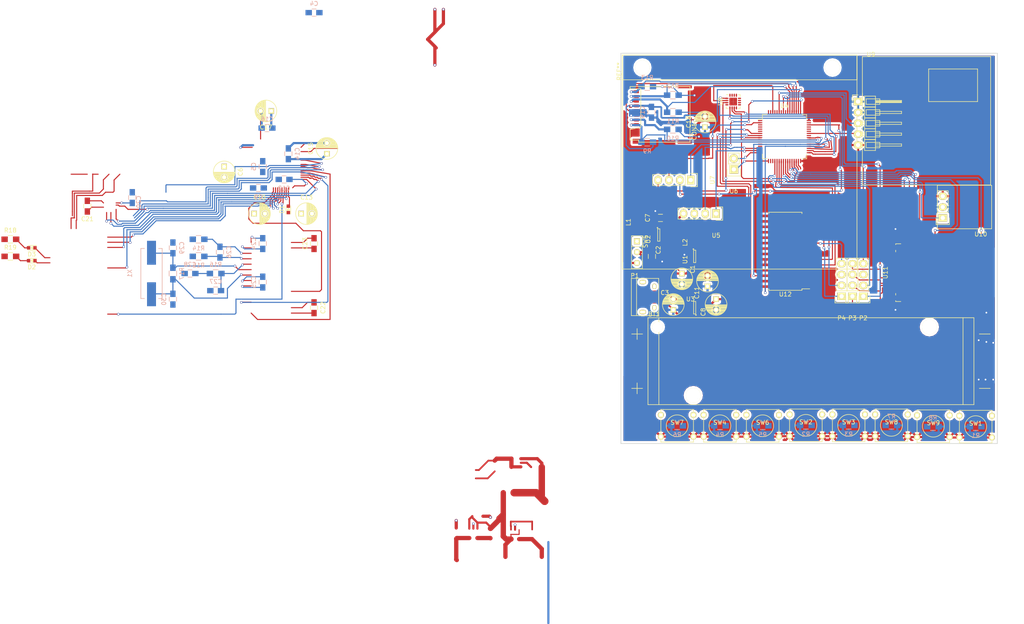
<source format=kicad_pcb>
(kicad_pcb (version 4) (host pcbnew 4.0.2-stable)
  (title_block (title "SenseWalk2: Minimalistic version") (rev 1) (company "University of Central Florida\\nSenior Design G23\\nBenoit Brummer\\n\\n\\n"))
  (layers (0 F.Cu signal) (31 B.Cu signal) (34 B.Paste user) (35 F.Paste user) (36 B.SilkS user) (37 F.SilkS user) (38 B.Mask user) (39 F.Mask user) (44 Edge.Cuts user))
  (net 0 "")
  (net 1 "Net-(BT1-Pad1)")
  (net 2 GND)
  (net 3 +BATT)
  (net 4 +5V)
  (net 5 +3V3)
  (net 6 PD2_SD-CMD)
  (net 7 PC10_SD-D2)
  (net 8 PC11_SD-D3)
  (net 9 PC12_SD-CK)
  (net 10 PC8_SD-D0)
  (net 11 PC9_SD-D1)
  (net 12 PA15_SD-DET)
  (net 13 "Net-(L2-Pad1)")
  (net 14 /in5)
  (net 15 /in6)
  (net 16 /in7)
  (net 17 /in8)
  (net 18 /in1)
  (net 19 /in2)
  (net 20 /in3)
  (net 21 /in4)
  (net 22 PC13_dbg)
  (net 23 NRST)
  (net 24 PC0_MP3-SCL)
  (net 25 PC1_MP3-SDA)
  (net 26 PC2_MAG-MISO)
  (net 27 PC3_mic)
  (net 28 PA0_las)
  (net 29 PA1_las)
  (net 30 PA2_UART)
  (net 31 PA3_UART)
  (net 32 PA4_BTpcm-Sync)
  (net 33 PA5_MP3-SCK)
  (net 34 PA6_BT-RTS)
  (net 35 PA7_MP3-SDI)
  (net 36 PC4_BT-RX)
  (net 37 PC5_BT-TX)
  (net 38 PB0_BT-GP9)
  (net 39 PB1_BT-CTS)
  (net 40 PB2_BT-GP2)
  (net 41 PB10_MAG-SPC)
  (net 42 "Net-(D1-Pad2)")
  (net 43 PB12_MAG-INT)
  (net 44 PB13_MAG-TRIG)
  (net 45 PB14_MP3-RST)
  (net 46 PB15_MAG-MOSI)
  (net 47 PC6_MP3-DR)
  (net 48 PA9_GPS-RX)
  (net 49 PA13_dbg)
  (net 50 PA14_dbg)
  (net 51 PB3_BTpcm-CLK)
  (net 52 PB5_BTpcm-IN)
  (net 53 PB7_GPS-TX)
  (net 54 PB9_MAG-CS)
  (net 55 "Net-(P4-Pad4)")
  (net 56 "Net-(P4-Pad1)")
  (net 57 "Net-(P4-Pad2)")
  (net 58 "Net-(C26-Pad1)")
  (net 59 "Net-(C28-Pad1)")
  (net 60 "Net-(C29-Pad1)")
  (net 61 "Net-(C27-Pad1)")
  (net 62 "Net-(D2-Pad2)")
  (net 63 "Net-(D2-Pad1)")
  (net 64 "Net-(D3-Pad2)")
  (net 65 "Net-(D3-Pad1)")
  (net 66 "Net-(P3-Pad1)")
  (net 67 "Net-(P3-Pad2)")
  (net 68 "Net-(P3-Pad3)")
  (net 69 "Net-(P3-Pad4)")
  (net 70 "Net-(CON1-Pad11)")
  (net 71 "Net-(CON1-Pad10)")
  (net 72 "Net-(L1-Pad2)")
  (net 73 "Net-(C3-Pad2)")
  (net 74 "Net-(C26-Pad2)")
  (net 75 "Net-(C30-Pad1)")
  (module BT:RN-52 (layer F.Cu) (at 248 122.8 270)
    (fp_text reference U11 (at 0 15.4 270) (layer F.SilkS))
    (fp_text value RN-52)
    (pad 28 smd rect (at 6.75 11 270) (size 1.6 0.8) (layers F.Cu F.Paste F.Mask))
    (pad 27 smd rect (at 5.9 13 270) (size 0.8 1.6) (layers F.Cu F.Paste F.Mask) (net 2 GND))
    (pad 19 smd rect (at -4.2 13 270) (size 0.8 1.6) (layers F.Cu F.Paste F.Mask))
    (pad 1 smd rect (at -6.75 -8.2 270) (size 1.6 0.8) (layers F.Cu F.Paste F.Mask) (net 2 GND))
    (pad 2 smd rect (at -6.75 -7 270) (size 1.6 0.8) (layers F.Cu F.Paste F.Mask) (net 40 PB2_BT-GP2))
    (pad 3 smd rect (at -6.75 -5.8 270) (size 1.6 0.8) (layers F.Cu F.Paste F.Mask))
    (pad 4 smd rect (at -6.75 -4.6 270) (size 1.6 0.8) (layers F.Cu F.Paste F.Mask))
    (pad 5 smd rect (at -6.75 -3.4 270) (size 1.6 0.8) (layers F.Cu F.Paste F.Mask))
    (pad 6 smd rect (at -6.75 -2.2 270) (size 1.6 0.8) (layers F.Cu F.Paste F.Mask))
    (pad 7 smd rect (at -6.75 -1 270) (size 1.6 0.8) (layers F.Cu F.Paste F.Mask))
    (pad 8 smd rect (at -6.75 0.2 270) (size 1.6 0.8) (layers F.Cu F.Paste F.Mask))
    (pad 9 smd rect (at -6.75 1.4 270) (size 1.6 0.8) (layers F.Cu F.Paste F.Mask))
    (pad 10 smd rect (at -6.75 2.6 270) (size 1.6 0.8) (layers F.Cu F.Paste F.Mask))
    (pad 11 smd rect (at -6.75 3.8 270) (size 1.6 0.8) (layers F.Cu F.Paste F.Mask) (net 38 PB0_BT-GP9))
    (pad 12 smd rect (at -6.75 5 270) (size 1.6 0.8) (layers F.Cu F.Paste F.Mask))
    (pad 13 smd rect (at -6.75 6.2 270) (size 1.6 0.8) (layers F.Cu F.Paste F.Mask))
    (pad 14 smd rect (at -6.75 7.4 270) (size 1.6 0.8) (layers F.Cu F.Paste F.Mask) (net 34 PA6_BT-RTS))
    (pad 15 smd rect (at -6.75 8.6 270) (size 1.6 0.8) (layers F.Cu F.Paste F.Mask) (net 39 PB1_BT-CTS))
    (pad 16 smd rect (at -6.75 9.8 270) (size 1.6 0.8) (layers F.Cu F.Paste F.Mask) (net 37 PC5_BT-TX))
    (pad 17 smd rect (at -6.75 11 270) (size 1.6 0.8) (layers F.Cu F.Paste F.Mask) (net 36 PC4_BT-RX))
    (pad 18 smd rect (at -5.9 13 270) (size 0.8 1.6) (layers F.Cu F.Paste F.Mask) (net 2 GND))
    (pad 20 smd rect (at -3 13 270) (size 0.8 1.6) (layers F.Cu F.Paste F.Mask))
    (pad 21 smd rect (at -1.8 13 270) (size 0.8 1.6) (layers F.Cu F.Paste F.Mask) (net 5 +3V3))
    (pad 22 smd rect (at -0.6 13 270) (size 0.8 1.6) (layers F.Cu F.Paste F.Mask) (net 5 +3V3))
    (pad 23 smd rect (at 0.6 13 270) (size 0.8 1.6) (layers F.Cu F.Paste F.Mask) (net 69 "Net-(P3-Pad4)"))
    (pad 24 smd rect (at 1.8 13 270) (size 0.8 1.6) (layers F.Cu F.Paste F.Mask) (net 68 "Net-(P3-Pad3)"))
    (pad 25 smd rect (at 3 13 270) (size 0.8 1.6) (layers F.Cu F.Paste F.Mask) (net 67 "Net-(P3-Pad2)"))
    (pad 26 smd rect (at 4.2 13 270) (size 0.8 1.6) (layers F.Cu F.Paste F.Mask) (net 66 "Net-(P3-Pad1)"))
    (pad 29 smd rect (at 6.75 9.8 270) (size 1.6 0.8) (layers F.Cu F.Paste F.Mask))
    (pad 30 smd rect (at 6.75 8.6 270) (size 1.6 0.8) (layers F.Cu F.Paste F.Mask))
    (pad 31 smd rect (at 6.75 7.4 270) (size 1.6 0.8) (layers F.Cu F.Paste F.Mask))
    (pad 32 smd rect (at 6.75 6.2 270) (size 1.6 0.8) (layers F.Cu F.Paste F.Mask) (net 65 "Net-(D3-Pad1)"))
    (pad 33 smd rect (at 6.75 5 270) (size 1.6 0.8) (layers F.Cu F.Paste F.Mask) (net 63 "Net-(D2-Pad1)"))
    (pad 34 smd rect (at 6.75 3.8 270) (size 1.6 0.8) (layers F.Cu F.Paste F.Mask))
    (pad 35 smd rect (at 6.75 2.6 270) (size 1.6 0.8) (layers F.Cu F.Paste F.Mask))
    (pad 36 smd rect (at 6.75 1.4 270) (size 1.6 0.8) (layers F.Cu F.Paste F.Mask))
    (pad 37 smd rect (at 6.75 0.2 270) (size 1.6 0.8) (layers F.Cu F.Paste F.Mask))
    (pad 38 smd rect (at 6.75 -1 270) (size 1.6 0.8) (layers F.Cu F.Paste F.Mask))
    (pad 39 smd rect (at 6.75 -2.2 270) (size 1.6 0.8) (layers F.Cu F.Paste F.Mask) (net 2 GND))
    (pad 40 smd rect (at 6.75 -3.4 270) (size 1.6 0.8) (layers F.Cu F.Paste F.Mask))
    (pad 41 smd rect (at 6.75 -4.6 270) (size 1.6 0.8) (layers F.Cu F.Paste F.Mask))
    (pad 42 smd rect (at 6.75 -5.8 270) (size 1.6 0.8) (layers F.Cu F.Paste F.Mask))
    (pad 43 smd rect (at 6.75 -7 270) (size 1.6 0.8) (layers F.Cu F.Paste F.Mask))
    (pad 44 smd rect (at 6.75 -8.2 270) (size 1.6 0.8) (layers F.Cu F.Paste F.Mask) (net 2 GND))
    (pad 45 smd oval (at 3.5 -7.7 270) (size 0.8 1) (layers F.Cu F.Paste F.Mask) (net 2 GND))
    (pad 46 smd oval (at 2.1 -7.7 270) (size 0.8 1) (layers F.Cu F.Paste F.Mask) (net 2 GND))
    (pad 47 smd oval (at 0.7 -7.7 270) (size 0.8 1) (layers F.Cu F.Paste F.Mask) (net 2 GND))
    (pad 48 smd oval (at -0.7 -7.7 270) (size 0.8 1) (layers F.Cu F.Paste F.Mask) (net 2 GND))
    (pad 49 smd oval (at -2.1 -7.7 270) (size 0.8 1) (layers F.Cu F.Paste F.Mask) (net 2 GND))
    (pad 50 smd oval (at -3.5 -7.7 270) (size 0.8 1) (layers F.Cu F.Paste F.Mask) (net 2 GND))
  )
  (module con-trougnouf:18650BatteryHolder (layer F.Cu) (at 172 143.5 180)
    (fp_text reference BT1 (at -6.5 11 180) (layer F.SilkS))
    (fp_text value Battery)
    (pad "" np_thru_hole oval (at -70.87 8 180) (size 3.45 3.45) (drill 3.45) (layers *.Cu *.Mask F.SilkS))
    (pad 1 smd rect (at -3.67 0 180) (size 7.34 6.35) (layers F.Cu F.Paste F.Mask) (net 1 "Net-(BT1-Pad1)"))
    (pad 2 smd rect (at -82.33 0 180) (size 7.34 6.35) (layers F.Cu F.Paste F.Mask) (net 2 GND))
    (pad "" np_thru_hole oval (at -7.34 8 180) (size 2.39 2.39) (drill 2.39) (layers *.Cu *.Mask F.SilkS))
    (pad "" np_thru_hole oval (at -15.67 -8 180) (size 3.45 3.45) (drill 3.45) (layers *.Cu *.Mask F.SilkS))
  )
  (module Capacitors_ThroughHole:C_Radial_D5_L11_P2.5 (layer F.Cu) (at 185 123 270)
    (fp_text reference C1 (at -1 -2.5 450) (layer F.SilkS))
    (fp_text value 10uF)
    (pad 1 thru_hole rect (at 0 0 270) (size 1.3 1.3) (drill 0.8) (layers *.Cu *.Mask F.SilkS) (net 3 +BATT))
    (pad 2 thru_hole circle (at 2.5 0 270) (size 1.3 1.3) (drill 0.8) (layers *.Cu *.Mask F.SilkS) (net 2 GND))
  )
  (module Capacitors_ThroughHole:C_Radial_D5_L11_P2.5 (layer F.Cu) (at 183 131.5 90)
    (fp_text reference C3 (at 4 -2 180) (layer F.SilkS))
    (fp_text value 1uF)
    (pad 1 thru_hole rect (at 0 0 90) (size 1.3 1.3) (drill 0.8) (layers *.Cu *.Mask F.SilkS) (net 2 GND))
    (pad 2 thru_hole circle (at 2.5 0 90) (size 1.3 1.3) (drill 0.8) (layers *.Cu *.Mask F.SilkS) (net 73 "Net-(C3-Pad2)"))
  )
  (module Capacitors_SMD:C_0805_HandSoldering (layer B.Cu) (at 99 62 180)
    (fp_text reference C4 (at 0 2.1 180) (layer B.SilkS) (effects (justify mirror)))
    (fp_text value 0.1uF)
    (pad 1 smd rect (at -1.25 0 180) (size 1.5 1.25) (layers B.Cu B.Paste B.Mask) (net 2 GND))
    (pad 2 smd rect (at 1.25 0 180) (size 1.5 1.25) (layers B.Cu B.Paste B.Mask) (net 5 +3V3))
  )
  (module Capacitors_ThroughHole:C_Radial_D5_L11_P2.5 (layer F.Cu) (at 78 98 270)
    (fp_text reference C6 (at 1.25 -3.8 270) (layer F.SilkS))
    (fp_text value 4.7uF)
    (pad 1 thru_hole rect (at 0 0 270) (size 1.3 1.3) (drill 0.8) (layers *.Cu *.Mask F.SilkS) (net 2 GND))
    (pad 2 thru_hole circle (at 2.5 0 270) (size 1.3 1.3) (drill 0.8) (layers *.Cu *.Mask F.SilkS) (net 5 +3V3))
  )
  (module Capacitors_SMD:C_0805_HandSoldering (layer F.Cu) (at 180 110 180)
    (fp_text reference C7 (at 3 0 270) (layer F.SilkS))
    (fp_text value 10uF)
    (pad 1 smd rect (at -1.25 0 180) (size 1.5 1.25) (layers F.Cu F.Paste F.Mask) (net 4 +5V))
    (pad 2 smd rect (at 1.25 0 180) (size 1.5 1.25) (layers F.Cu F.Paste F.Mask) (net 2 GND))
  )
  (module Capacitors_ThroughHole:C_Radial_D5_L11_P2.5 (layer F.Cu) (at 193 129 270)
    (fp_text reference C8 (at 3 3 270) (layer F.SilkS))
    (fp_text value 1uF)
    (pad 1 thru_hole rect (at 0 0 270) (size 1.3 1.3) (drill 0.8) (layers *.Cu *.Mask F.SilkS) (net 1 "Net-(BT1-Pad1)"))
    (pad 2 thru_hole circle (at 2.5 0 270) (size 1.3 1.3) (drill 0.8) (layers *.Cu *.Mask F.SilkS) (net 2 GND))
  )
  (module Capacitors_ThroughHole:C_Radial_D5_L11_P2.5 (layer F.Cu) (at 85 109)
    (fp_text reference C10 (at 1.25 -3.8) (layer F.SilkS))
    (fp_text value 4.7uF)
    (pad 1 thru_hole rect (at 0 0) (size 1.3 1.3) (drill 0.8) (layers *.Cu *.Mask F.SilkS) (net 2 GND))
    (pad 2 thru_hole circle (at 2.5 0) (size 1.3 1.3) (drill 0.8) (layers *.Cu *.Mask F.SilkS) (net 5 +3V3))
  )
  (module Capacitors_ThroughHole:C_Radial_D5_L11_P2.5 (layer F.Cu) (at 89 85 180)
    (fp_text reference C17 (at 1.25 -3.8 180) (layer F.SilkS))
    (fp_text value 4.7uF)
    (pad 1 thru_hole rect (at 0 0 180) (size 1.3 1.3) (drill 0.8) (layers *.Cu *.Mask F.SilkS) (net 2 GND))
    (pad 2 thru_hole circle (at 2.5 0 180) (size 1.3 1.3) (drill 0.8) (layers *.Cu *.Mask F.SilkS) (net 5 +3V3))
  )
  (module Inductors_NEOSID:Neosid_Inductor_SM-NE29_SMD1008 (layer F.Cu) (at 175 110)
    (fp_text reference L1 (at -2.5 1 270) (layer F.SilkS))
    (fp_text value 4.7uH)
    (pad 2 smd rect (at 1.14554 0) (size 1.02108 2.54) (layers F.Cu F.Paste F.Mask) (net 72 "Net-(L1-Pad2)"))
    (pad 1 smd rect (at -1.14554 0) (size 1.02108 2.54) (layers F.Cu F.Paste F.Mask) (net 3 +BATT))
  )
  (module Inductors_NEOSID:Neosid_Inductor_SM-NE29_SMD1008 (layer F.Cu) (at 188 115)
    (fp_text reference L2 (at -2.25 0.75 90) (layer F.SilkS))
    (fp_text value 4.7uH)
    (pad 2 smd rect (at 1.14554 0) (size 1.02108 2.54) (layers F.Cu F.Paste F.Mask) (net 5 +3V3))
    (pad 1 smd rect (at -1.14554 0) (size 1.02108 2.54) (layers F.Cu F.Paste F.Mask) (net 13 "Net-(L2-Pad1)"))
  )
  (module Connect:USB_Micro-B (layer F.Cu) (at 177 128.5 270)
    (fp_text reference P1 (at -5 3 360) (layer F.SilkS))
    (fp_text value USB_B)
    (pad 1 smd rect (at -1.3009 -1.56254) (size 1.35 0.4) (layers F.Cu F.Paste F.Mask) (net 73 "Net-(C3-Pad2)"))
    (pad 2 smd rect (at -0.6509 -1.56254) (size 1.35 0.4) (layers F.Cu F.Paste F.Mask))
    (pad 3 smd rect (at -0.0009 -1.56254) (size 1.35 0.4) (layers F.Cu F.Paste F.Mask))
    (pad 4 smd rect (at 0.6491 -1.56254) (size 1.35 0.4) (layers F.Cu F.Paste F.Mask) (net 2 GND))
    (pad 5 smd rect (at 1.2991 -1.56254) (size 1.35 0.4) (layers F.Cu F.Paste F.Mask))
    (pad 6 thru_hole oval (at -2.5009 -1.56254) (size 0.95 1.25) (drill oval 0.55 0.85) (layers *.Cu *.Mask F.SilkS))
    (pad 6 thru_hole oval (at 2.4991 -1.56254) (size 0.95 1.25) (drill oval 0.55 0.85) (layers *.Cu *.Mask F.SilkS))
    (pad 6 thru_hole oval (at -3.5009 1.13746) (size 1.55 1) (drill oval 1.15 0.5) (layers *.Cu *.Mask F.SilkS))
    (pad 6 thru_hole oval (at 3.4991 1.13746) (size 1.55 1) (drill oval 1.15 0.5) (layers *.Cu *.Mask F.SilkS))
  )
  (module Buttons_Switches_ThroughHole:SW_PUSH_SMALL (layer F.Cu) (at 253.7 158.8)
    (fp_text reference SW1 (at 0 -0.762) (layer F.SilkS))
    (fp_text value SW_PUSH)
    (pad 1 thru_hole circle (at 3.81 -2.54) (size 1.397 1.397) (drill 0.8128) (layers *.Cu *.Mask F.SilkS) (net 14 /in5))
    (pad 2 thru_hole circle (at 3.81 2.54) (size 1.397 1.397) (drill 0.8128) (layers *.Cu *.Mask F.SilkS) (net 5 +3V3))
    (pad 1 thru_hole circle (at -3.81 -2.54) (size 1.397 1.397) (drill 0.8128) (layers *.Cu *.Mask F.SilkS) (net 14 /in5))
    (pad 2 thru_hole circle (at -3.81 2.54) (size 1.397 1.397) (drill 0.8128) (layers *.Cu *.Mask F.SilkS) (net 5 +3V3))
  )
  (module Buttons_Switches_ThroughHole:SW_PUSH_SMALL (layer F.Cu) (at 214 158.5)
    (fp_text reference SW2 (at 0 -0.762) (layer F.SilkS))
    (fp_text value SW_PUSH)
    (pad 1 thru_hole circle (at 3.81 -2.54) (size 1.397 1.397) (drill 0.8128) (layers *.Cu *.Mask F.SilkS) (net 15 /in6))
    (pad 2 thru_hole circle (at 3.81 2.54) (size 1.397 1.397) (drill 0.8128) (layers *.Cu *.Mask F.SilkS) (net 5 +3V3))
    (pad 1 thru_hole circle (at -3.81 -2.54) (size 1.397 1.397) (drill 0.8128) (layers *.Cu *.Mask F.SilkS) (net 15 /in6))
    (pad 2 thru_hole circle (at -3.81 2.54) (size 1.397 1.397) (drill 0.8128) (layers *.Cu *.Mask F.SilkS) (net 5 +3V3))
  )
  (module Buttons_Switches_ThroughHole:SW_PUSH_SMALL (layer F.Cu) (at 224 158.5)
    (fp_text reference SW3 (at 0 -0.762) (layer F.SilkS))
    (fp_text value SW_PUSH)
    (pad 1 thru_hole circle (at 3.81 -2.54) (size 1.397 1.397) (drill 0.8128) (layers *.Cu *.Mask F.SilkS) (net 16 /in7))
    (pad 2 thru_hole circle (at 3.81 2.54) (size 1.397 1.397) (drill 0.8128) (layers *.Cu *.Mask F.SilkS) (net 5 +3V3))
    (pad 1 thru_hole circle (at -3.81 -2.54) (size 1.397 1.397) (drill 0.8128) (layers *.Cu *.Mask F.SilkS) (net 16 /in7))
    (pad 2 thru_hole circle (at -3.81 2.54) (size 1.397 1.397) (drill 0.8128) (layers *.Cu *.Mask F.SilkS) (net 5 +3V3))
  )
  (module Buttons_Switches_ThroughHole:SW_PUSH_SMALL (layer F.Cu) (at 193.9 158.6)
    (fp_text reference SW4 (at 0 -0.762) (layer F.SilkS))
    (fp_text value SW_PUSH)
    (pad 1 thru_hole circle (at 3.81 -2.54) (size 1.397 1.397) (drill 0.8128) (layers *.Cu *.Mask F.SilkS) (net 17 /in8))
    (pad 2 thru_hole circle (at 3.81 2.54) (size 1.397 1.397) (drill 0.8128) (layers *.Cu *.Mask F.SilkS) (net 5 +3V3))
    (pad 1 thru_hole circle (at -3.81 -2.54) (size 1.397 1.397) (drill 0.8128) (layers *.Cu *.Mask F.SilkS) (net 17 /in8))
    (pad 2 thru_hole circle (at -3.81 2.54) (size 1.397 1.397) (drill 0.8128) (layers *.Cu *.Mask F.SilkS) (net 5 +3V3))
  )
  (module Buttons_Switches_ThroughHole:SW_Micro_SPST (layer F.Cu) (at 174.5 118 270)
    (fp_text reference SW5 (at -2.5 -2 270) (layer F.SilkS))
    (fp_text value Switch_SPDT_x2)
    (pad 1 thru_hole rect (at -2.54 0 270) (size 1.397 1.397) (drill 0.8128) (layers *.Cu *.Mask F.SilkS))
    (pad 2 thru_hole circle (at 0 0 270) (size 1.397 1.397) (drill 0.8128) (layers *.Cu *.Mask F.SilkS) (net 3 +BATT))
    (pad 3 thru_hole circle (at 2.54 0 270) (size 1.397 1.397) (drill 0.8128) (layers *.Cu *.Mask F.SilkS) (net 1 "Net-(BT1-Pad1)"))
  )
  (module Buttons_Switches_ThroughHole:SW_PUSH_SMALL (layer F.Cu) (at 203.9 158.6)
    (fp_text reference SW6 (at 0 -0.762) (layer F.SilkS))
    (fp_text value SW_PUSH)
    (pad 1 thru_hole circle (at 3.81 -2.54) (size 1.397 1.397) (drill 0.8128) (layers *.Cu *.Mask F.SilkS) (net 18 /in1))
    (pad 2 thru_hole circle (at 3.81 2.54) (size 1.397 1.397) (drill 0.8128) (layers *.Cu *.Mask F.SilkS) (net 5 +3V3))
    (pad 1 thru_hole circle (at -3.81 -2.54) (size 1.397 1.397) (drill 0.8128) (layers *.Cu *.Mask F.SilkS) (net 18 /in1))
    (pad 2 thru_hole circle (at -3.81 2.54) (size 1.397 1.397) (drill 0.8128) (layers *.Cu *.Mask F.SilkS) (net 5 +3V3))
  )
  (module Buttons_Switches_ThroughHole:SW_PUSH_SMALL (layer F.Cu) (at 183.9 158.6)
    (fp_text reference SW7 (at 0 -0.762) (layer F.SilkS))
    (fp_text value SW_PUSH)
    (pad 1 thru_hole circle (at 3.81 -2.54) (size 1.397 1.397) (drill 0.8128) (layers *.Cu *.Mask F.SilkS) (net 19 /in2))
    (pad 2 thru_hole circle (at 3.81 2.54) (size 1.397 1.397) (drill 0.8128) (layers *.Cu *.Mask F.SilkS) (net 5 +3V3))
    (pad 1 thru_hole circle (at -3.81 -2.54) (size 1.397 1.397) (drill 0.8128) (layers *.Cu *.Mask F.SilkS) (net 19 /in2))
    (pad 2 thru_hole circle (at -3.81 2.54) (size 1.397 1.397) (drill 0.8128) (layers *.Cu *.Mask F.SilkS) (net 5 +3V3))
  )
  (module Buttons_Switches_ThroughHole:SW_PUSH_SMALL (layer F.Cu) (at 234 158.5)
    (fp_text reference SW8 (at 0 -0.762) (layer F.SilkS))
    (fp_text value SW_PUSH)
    (pad 1 thru_hole circle (at 3.81 -2.54) (size 1.397 1.397) (drill 0.8128) (layers *.Cu *.Mask F.SilkS) (net 20 /in3))
    (pad 2 thru_hole circle (at 3.81 2.54) (size 1.397 1.397) (drill 0.8128) (layers *.Cu *.Mask F.SilkS) (net 5 +3V3))
    (pad 1 thru_hole circle (at -3.81 -2.54) (size 1.397 1.397) (drill 0.8128) (layers *.Cu *.Mask F.SilkS) (net 20 /in3))
    (pad 2 thru_hole circle (at -3.81 2.54) (size 1.397 1.397) (drill 0.8128) (layers *.Cu *.Mask F.SilkS) (net 5 +3V3))
  )
  (module Buttons_Switches_ThroughHole:SW_PUSH_SMALL (layer F.Cu) (at 243.8 158.7)
    (fp_text reference SW9 (at 0 -0.762) (layer F.SilkS))
    (fp_text value SW_PUSH)
    (pad 1 thru_hole circle (at 3.81 -2.54) (size 1.397 1.397) (drill 0.8128) (layers *.Cu *.Mask F.SilkS) (net 21 /in4))
    (pad 2 thru_hole circle (at 3.81 2.54) (size 1.397 1.397) (drill 0.8128) (layers *.Cu *.Mask F.SilkS) (net 5 +3V3))
    (pad 1 thru_hole circle (at -3.81 -2.54) (size 1.397 1.397) (drill 0.8128) (layers *.Cu *.Mask F.SilkS) (net 21 /in4))
    (pad 2 thru_hole circle (at -3.81 2.54) (size 1.397 1.397) (drill 0.8128) (layers *.Cu *.Mask F.SilkS) (net 5 +3V3))
  )
  (module TO_SOT_Packages_SMD:SOT-23-5 (layer F.Cu) (at 179.6 114)
    (fp_text reference U2 (at -2.5 1 90) (layer F.SilkS))
    (fp_text value XC9140)
    (pad 1 smd rect (at -1.1 -0.95) (size 1.06 0.65) (layers F.Cu F.Paste F.Mask) (net 3 +BATT))
    (pad 2 smd rect (at -1.1 0) (size 1.06 0.65) (layers F.Cu F.Paste F.Mask) (net 2 GND))
    (pad 3 smd rect (at -1.1 0.95) (size 1.06 0.65) (layers F.Cu F.Paste F.Mask) (net 3 +BATT))
    (pad 4 smd rect (at 1.1 0.95) (size 1.06 0.65) (layers F.Cu F.Paste F.Mask) (net 4 +5V))
    (pad 5 smd rect (at 1.1 -0.95) (size 1.06 0.65) (layers F.Cu F.Paste F.Mask) (net 72 "Net-(L1-Pad2)"))
  )
  (module TO_SOT_Packages_SMD:SOT-23-5 (layer F.Cu) (at 188 131 180)
    (fp_text reference U3 (at 1 2 180) (layer F.SilkS))
    (fp_text value MCP73811/2)
    (pad 1 smd rect (at -1.1 -0.95 180) (size 1.06 0.65) (layers F.Cu F.Paste F.Mask) (net 73 "Net-(C3-Pad2)"))
    (pad 2 smd rect (at -1.1 0 180) (size 1.06 0.65) (layers F.Cu F.Paste F.Mask) (net 2 GND))
    (pad 3 smd rect (at -1.1 0.95 180) (size 1.06 0.65) (layers F.Cu F.Paste F.Mask) (net 1 "Net-(BT1-Pad1)"))
    (pad 4 smd rect (at 1.1 0.95 180) (size 1.06 0.65) (layers F.Cu F.Paste F.Mask) (net 73 "Net-(C3-Pad2)"))
    (pad 5 smd rect (at 1.1 -0.95 180) (size 1.06 0.65) (layers F.Cu F.Paste F.Mask) (net 73 "Net-(C3-Pad2)"))
  )
  (module Housings_QFP:LQFP-64_10x10mm_Pitch0.5mm (layer F.Cu) (at 209 91)
    (fp_text reference U4 (at 0 -7.2) (layer F.SilkS))
    (fp_text value STM32L476R)
    (pad 1 smd rect (at -5.7 -3.75) (size 1 0.25) (layers F.Cu F.Paste F.Mask) (net 5 +3V3))
    (pad 2 smd rect (at -5.7 -3.25) (size 1 0.25) (layers F.Cu F.Paste F.Mask) (net 22 PC13_dbg))
    (pad 3 smd rect (at -5.7 -2.75) (size 1 0.25) (layers F.Cu F.Paste F.Mask) (net 14 /in5))
    (pad 4 smd rect (at -5.7 -2.25) (size 1 0.25) (layers F.Cu F.Paste F.Mask) (net 15 /in6))
    (pad 5 smd rect (at -5.7 -1.75) (size 1 0.25) (layers F.Cu F.Paste F.Mask) (net 16 /in7))
    (pad 6 smd rect (at -5.7 -1.25) (size 1 0.25) (layers F.Cu F.Paste F.Mask) (net 17 /in8))
    (pad 7 smd rect (at -5.7 -0.75) (size 1 0.25) (layers F.Cu F.Paste F.Mask) (net 23 NRST))
    (pad 8 smd rect (at -5.7 -0.25) (size 1 0.25) (layers F.Cu F.Paste F.Mask) (net 24 PC0_MP3-SCL))
    (pad 9 smd rect (at -5.7 0.25) (size 1 0.25) (layers F.Cu F.Paste F.Mask) (net 25 PC1_MP3-SDA))
    (pad 10 smd rect (at -5.7 0.75) (size 1 0.25) (layers F.Cu F.Paste F.Mask) (net 26 PC2_MAG-MISO))
    (pad 11 smd rect (at -5.7 1.25) (size 1 0.25) (layers F.Cu F.Paste F.Mask) (net 27 PC3_mic))
    (pad 12 smd rect (at -5.7 1.75) (size 1 0.25) (layers F.Cu F.Paste F.Mask) (net 2 GND))
    (pad 13 smd rect (at -5.7 2.25) (size 1 0.25) (layers F.Cu F.Paste F.Mask) (net 5 +3V3))
    (pad 14 smd rect (at -5.7 2.75) (size 1 0.25) (layers F.Cu F.Paste F.Mask) (net 28 PA0_las))
    (pad 15 smd rect (at -5.7 3.25) (size 1 0.25) (layers F.Cu F.Paste F.Mask) (net 29 PA1_las))
    (pad 16 smd rect (at -5.7 3.75) (size 1 0.25) (layers F.Cu F.Paste F.Mask) (net 30 PA2_UART))
    (pad 17 smd rect (at -3.75 5.7 90) (size 1 0.25) (layers F.Cu F.Paste F.Mask) (net 31 PA3_UART))
    (pad 18 smd rect (at -3.25 5.7 90) (size 1 0.25) (layers F.Cu F.Paste F.Mask) (net 2 GND))
    (pad 19 smd rect (at -2.75 5.7 90) (size 1 0.25) (layers F.Cu F.Paste F.Mask) (net 5 +3V3))
    (pad 20 smd rect (at -2.25 5.7 90) (size 1 0.25) (layers F.Cu F.Paste F.Mask) (net 32 PA4_BTpcm-Sync))
    (pad 21 smd rect (at -1.75 5.7 90) (size 1 0.25) (layers F.Cu F.Paste F.Mask) (net 33 PA5_MP3-SCK))
    (pad 22 smd rect (at -1.25 5.7 90) (size 1 0.25) (layers F.Cu F.Paste F.Mask) (net 34 PA6_BT-RTS))
    (pad 23 smd rect (at -0.75 5.7 90) (size 1 0.25) (layers F.Cu F.Paste F.Mask) (net 35 PA7_MP3-SDI))
    (pad 24 smd rect (at -0.25 5.7 90) (size 1 0.25) (layers F.Cu F.Paste F.Mask) (net 36 PC4_BT-RX))
    (pad 25 smd rect (at 0.25 5.7 90) (size 1 0.25) (layers F.Cu F.Paste F.Mask) (net 37 PC5_BT-TX))
    (pad 26 smd rect (at 0.75 5.7 90) (size 1 0.25) (layers F.Cu F.Paste F.Mask) (net 38 PB0_BT-GP9))
    (pad 27 smd rect (at 1.25 5.7 90) (size 1 0.25) (layers F.Cu F.Paste F.Mask) (net 39 PB1_BT-CTS))
    (pad 28 smd rect (at 1.75 5.7 90) (size 1 0.25) (layers F.Cu F.Paste F.Mask) (net 40 PB2_BT-GP2))
    (pad 29 smd rect (at 2.25 5.7 90) (size 1 0.25) (layers F.Cu F.Paste F.Mask) (net 41 PB10_MAG-SPC))
    (pad 30 smd rect (at 2.75 5.7 90) (size 1 0.25) (layers F.Cu F.Paste F.Mask) (net 42 "Net-(D1-Pad2)"))
    (pad 31 smd rect (at 3.25 5.7 90) (size 1 0.25) (layers F.Cu F.Paste F.Mask) (net 2 GND))
    (pad 32 smd rect (at 3.75 5.7 90) (size 1 0.25) (layers F.Cu F.Paste F.Mask) (net 5 +3V3))
    (pad 33 smd rect (at 5.7 3.75) (size 1 0.25) (layers F.Cu F.Paste F.Mask) (net 43 PB12_MAG-INT))
    (pad 34 smd rect (at 5.7 3.25) (size 1 0.25) (layers F.Cu F.Paste F.Mask) (net 44 PB13_MAG-TRIG))
    (pad 35 smd rect (at 5.7 2.75) (size 1 0.25) (layers F.Cu F.Paste F.Mask) (net 45 PB14_MP3-RST))
    (pad 36 smd rect (at 5.7 2.25) (size 1 0.25) (layers F.Cu F.Paste F.Mask) (net 46 PB15_MAG-MOSI))
    (pad 37 smd rect (at 5.7 1.75) (size 1 0.25) (layers F.Cu F.Paste F.Mask) (net 47 PC6_MP3-DR))
    (pad 38 smd rect (at 5.7 1.25) (size 1 0.25) (layers F.Cu F.Paste F.Mask))
    (pad 39 smd rect (at 5.7 0.75) (size 1 0.25) (layers F.Cu F.Paste F.Mask) (net 10 PC8_SD-D0))
    (pad 40 smd rect (at 5.7 0.25) (size 1 0.25) (layers F.Cu F.Paste F.Mask) (net 11 PC9_SD-D1))
    (pad 41 smd rect (at 5.7 -0.25) (size 1 0.25) (layers F.Cu F.Paste F.Mask) (net 18 /in1))
    (pad 42 smd rect (at 5.7 -0.75) (size 1 0.25) (layers F.Cu F.Paste F.Mask) (net 48 PA9_GPS-RX))
    (pad 43 smd rect (at 5.7 -1.25) (size 1 0.25) (layers F.Cu F.Paste F.Mask) (net 19 /in2))
    (pad 44 smd rect (at 5.7 -1.75) (size 1 0.25) (layers F.Cu F.Paste F.Mask) (net 20 /in3))
    (pad 45 smd rect (at 5.7 -2.25) (size 1 0.25) (layers F.Cu F.Paste F.Mask) (net 21 /in4))
    (pad 46 smd rect (at 5.7 -2.75) (size 1 0.25) (layers F.Cu F.Paste F.Mask) (net 49 PA13_dbg))
    (pad 47 smd rect (at 5.7 -3.25) (size 1 0.25) (layers F.Cu F.Paste F.Mask) (net 2 GND))
    (pad 48 smd rect (at 5.7 -3.75) (size 1 0.25) (layers F.Cu F.Paste F.Mask) (net 5 +3V3))
    (pad 49 smd rect (at 3.75 -5.7 90) (size 1 0.25) (layers F.Cu F.Paste F.Mask) (net 50 PA14_dbg))
    (pad 50 smd rect (at 3.25 -5.7 90) (size 1 0.25) (layers F.Cu F.Paste F.Mask) (net 12 PA15_SD-DET))
    (pad 51 smd rect (at 2.75 -5.7 90) (size 1 0.25) (layers F.Cu F.Paste F.Mask) (net 7 PC10_SD-D2))
    (pad 52 smd rect (at 2.25 -5.7 90) (size 1 0.25) (layers F.Cu F.Paste F.Mask) (net 8 PC11_SD-D3))
    (pad 53 smd rect (at 1.75 -5.7 90) (size 1 0.25) (layers F.Cu F.Paste F.Mask) (net 9 PC12_SD-CK))
    (pad 54 smd rect (at 1.25 -5.7 90) (size 1 0.25) (layers F.Cu F.Paste F.Mask) (net 6 PD2_SD-CMD))
    (pad 55 smd rect (at 0.75 -5.7 90) (size 1 0.25) (layers F.Cu F.Paste F.Mask) (net 51 PB3_BTpcm-CLK))
    (pad 56 smd rect (at 0.25 -5.7 90) (size 1 0.25) (layers F.Cu F.Paste F.Mask))
    (pad 57 smd rect (at -0.25 -5.7 90) (size 1 0.25) (layers F.Cu F.Paste F.Mask) (net 52 PB5_BTpcm-IN))
    (pad 58 smd rect (at -0.75 -5.7 90) (size 1 0.25) (layers F.Cu F.Paste F.Mask))
    (pad 59 smd rect (at -1.25 -5.7 90) (size 1 0.25) (layers F.Cu F.Paste F.Mask) (net 53 PB7_GPS-TX))
    (pad 60 smd rect (at -1.75 -5.7 90) (size 1 0.25) (layers F.Cu F.Paste F.Mask))
    (pad 61 smd rect (at -2.25 -5.7 90) (size 1 0.25) (layers F.Cu F.Paste F.Mask))
    (pad 62 smd rect (at -2.75 -5.7 90) (size 1 0.25) (layers F.Cu F.Paste F.Mask) (net 54 PB9_MAG-CS))
    (pad 63 smd rect (at -3.25 -5.7 90) (size 1 0.25) (layers F.Cu F.Paste F.Mask) (net 2 GND))
    (pad 64 smd rect (at -3.75 -5.7 90) (size 1 0.25) (layers F.Cu F.Paste F.Mask) (net 5 +3V3))
  )
  (module con-trougnouf:Socket_Strip_Straight_1x04_3467 (layer F.Cu) (at 193 109 180)
    (fp_text reference U5 (at 0 -5.1 180) (layer F.SilkS))
    (fp_text value Lightware_SF10/A)
    (pad 3 thru_hole rect (at 0 0 180) (size 1.7272 2.032) (drill 1.016) (layers *.Cu *.Mask F.SilkS) (net 29 PA1_las))
    (pad 4 thru_hole oval (at 2.54 0 180) (size 1.7272 2.032) (drill 1.016) (layers *.Cu *.Mask F.SilkS) (net 28 PA0_las))
    (pad 6 thru_hole oval (at 5.08 0 180) (size 1.7272 2.032) (drill 1.016) (layers *.Cu *.Mask F.SilkS) (net 2 GND))
    (pad 7 thru_hole oval (at 7.62 0 180) (size 1.7272 2.032) (drill 1.016) (layers *.Cu *.Mask F.SilkS) (net 4 +5V))
  )
  (module Pin_Headers:Pin_Header_Straight_1x02 (layer F.Cu) (at 197.15 98.65 180)
    (fp_text reference U6 (at 0 -5.1 180) (layer F.SilkS))
    (fp_text value UART)
    (pad 1 thru_hole rect (at 0 0 180) (size 2.032 2.032) (drill 1.016) (layers *.Cu *.Mask F.SilkS) (net 31 PA3_UART))
    (pad 2 thru_hole oval (at 0 2.54 180) (size 2.032 2.032) (drill 1.016) (layers *.Cu *.Mask F.SilkS) (net 30 PA2_UART))
  )
  (module Housings_DFN_QFN:QFN-16-1EP_3x3mm_Pitch0.5mm (layer F.Cu) (at 197 82.8)
    (fp_text reference U8 (at -3 0 90) (layer F.SilkS))
    (fp_text value MLX90393)
    (pad 1 smd oval (at -1.475 -0.75) (size 0.75 0.3) (layers F.Cu F.Paste F.Mask) (net 43 PB12_MAG-INT))
    (pad 2 smd oval (at -1.475 -0.25) (size 0.75 0.3) (layers F.Cu F.Paste F.Mask) (net 54 PB9_MAG-CS))
    (pad 3 smd oval (at -1.475 0.25) (size 0.75 0.3) (layers F.Cu F.Paste F.Mask) (net 41 PB10_MAG-SPC))
    (pad 4 smd oval (at -1.475 0.75) (size 0.75 0.3) (layers F.Cu F.Paste F.Mask))
    (pad 5 smd oval (at -0.75 1.475 90) (size 0.75 0.3) (layers F.Cu F.Paste F.Mask) (net 46 PB15_MAG-MOSI))
    (pad 6 smd oval (at -0.25 1.475 90) (size 0.75 0.3) (layers F.Cu F.Paste F.Mask) (net 26 PC2_MAG-MISO))
    (pad 7 smd oval (at 0.25 1.475 90) (size 0.75 0.3) (layers F.Cu F.Paste F.Mask) (net 44 PB13_MAG-TRIG))
    (pad 8 smd oval (at 0.75 1.475 90) (size 0.75 0.3) (layers F.Cu F.Paste F.Mask) (net 5 +3V3))
    (pad 9 smd oval (at 1.475 0.75) (size 0.75 0.3) (layers F.Cu F.Paste F.Mask))
    (pad 10 smd oval (at 1.475 0.25) (size 0.75 0.3) (layers F.Cu F.Paste F.Mask))
    (pad 11 smd oval (at 1.475 -0.25) (size 0.75 0.3) (layers F.Cu F.Paste F.Mask) (net 2 GND))
    (pad 12 smd oval (at 1.475 -0.75) (size 0.75 0.3) (layers F.Cu F.Paste F.Mask) (net 2 GND))
    (pad 13 smd oval (at 0.75 -1.475 90) (size 0.75 0.3) (layers F.Cu F.Paste F.Mask) (net 2 GND))
    (pad 14 smd oval (at 0.25 -1.475 90) (size 0.75 0.3) (layers F.Cu F.Paste F.Mask))
    (pad 15 smd oval (at -0.25 -1.475 90) (size 0.75 0.3) (layers F.Cu F.Paste F.Mask) (net 5 +3V3))
    (pad 16 smd oval (at -0.75 -1.475 90) (size 0.75 0.3) (layers F.Cu F.Paste F.Mask))
    (pad 17 smd rect (at 0.45 0.45) (size 0.9 0.9) (layers F.Cu F.Paste F.Mask))
    (pad 17 smd rect (at 0.45 -0.45) (size 0.9 0.9) (layers F.Cu F.Paste F.Mask))
    (pad 17 smd rect (at -0.45 0.45) (size 0.9 0.9) (layers F.Cu F.Paste F.Mask))
    (pad 17 smd rect (at -0.45 -0.45) (size 0.9 0.9) (layers F.Cu F.Paste F.Mask))
  )
  (module Housings_SOIC:SOIC-28_7.5x17.9mm_Pitch1.27mm (layer F.Cu) (at 209.2 117.8 180)
    (fp_text reference U12 (at 0 -10.05 180) (layer F.SilkS))
    (fp_text value STA013)
    (pad 1 smd rect (at -4.7 -8.255 180) (size 2 0.6) (layers F.Cu F.Paste F.Mask) (net 5 +3V3))
    (pad 2 smd rect (at -4.7 -6.985 180) (size 2 0.6) (layers F.Cu F.Paste F.Mask) (net 2 GND))
    (pad 3 smd rect (at -4.7 -5.715 180) (size 2 0.6) (layers F.Cu F.Paste F.Mask) (net 25 PC1_MP3-SDA))
    (pad 4 smd rect (at -4.7 -4.445 180) (size 2 0.6) (layers F.Cu F.Paste F.Mask) (net 24 PC0_MP3-SCL))
    (pad 5 smd rect (at -4.7 -3.175 180) (size 2 0.6) (layers F.Cu F.Paste F.Mask) (net 35 PA7_MP3-SDI))
    (pad 6 smd rect (at -4.7 -1.905 180) (size 2 0.6) (layers F.Cu F.Paste F.Mask) (net 33 PA5_MP3-SCK))
    (pad 7 smd rect (at -4.7 -0.635 180) (size 2 0.6) (layers F.Cu F.Paste F.Mask) (net 5 +3V3))
    (pad 8 smd rect (at -4.7 0.635 180) (size 2 0.6) (layers F.Cu F.Paste F.Mask) (net 5 +3V3))
    (pad 9 smd rect (at -4.7 1.905 180) (size 2 0.6) (layers F.Cu F.Paste F.Mask) (net 55 "Net-(P4-Pad4)"))
    (pad 10 smd rect (at -4.7 3.175 180) (size 2 0.6) (layers F.Cu F.Paste F.Mask) (net 56 "Net-(P4-Pad1)"))
    (pad 11 smd rect (at -4.7 4.445 180) (size 2 0.6) (layers F.Cu F.Paste F.Mask) (net 57 "Net-(P4-Pad2)"))
    (pad 12 smd rect (at -4.7 5.715 180) (size 2 0.6) (layers F.Cu F.Paste F.Mask))
    (pad 13 smd rect (at -4.7 6.985 180) (size 2 0.6) (layers F.Cu F.Paste F.Mask) (net 2 GND))
    (pad 14 smd rect (at -4.7 8.255 180) (size 2 0.6) (layers F.Cu F.Paste F.Mask) (net 5 +3V3))
    (pad 15 smd rect (at 4.7 8.255 180) (size 2 0.6) (layers F.Cu F.Paste F.Mask) (net 2 GND))
    (pad 16 smd rect (at 4.7 6.985 180) (size 2 0.6) (layers F.Cu F.Paste F.Mask) (net 5 +3V3))
    (pad 17 smd rect (at 4.7 5.715 180) (size 2 0.6) (layers F.Cu F.Paste F.Mask) (net 74 "Net-(C26-Pad2)"))
    (pad 18 smd rect (at 4.7 4.445 180) (size 2 0.6) (layers F.Cu F.Paste F.Mask) (net 58 "Net-(C26-Pad1)"))
    (pad 19 smd rect (at 4.7 3.175 180) (size 2 0.6) (layers F.Cu F.Paste F.Mask) (net 61 "Net-(C27-Pad1)"))
    (pad 20 smd rect (at 4.7 1.905 180) (size 2 0.6) (layers F.Cu F.Paste F.Mask) (net 60 "Net-(C29-Pad1)"))
    (pad 21 smd rect (at 4.7 0.635 180) (size 2 0.6) (layers F.Cu F.Paste F.Mask) (net 75 "Net-(C30-Pad1)"))
    (pad 22 smd rect (at 4.7 -0.635 180) (size 2 0.6) (layers F.Cu F.Paste F.Mask) (net 2 GND))
    (pad 23 smd rect (at 4.7 -1.905 180) (size 2 0.6) (layers F.Cu F.Paste F.Mask) (net 5 +3V3))
    (pad 24 smd rect (at 4.7 -3.175 180) (size 2 0.6) (layers F.Cu F.Paste F.Mask) (net 5 +3V3))
    (pad 25 smd rect (at 4.7 -4.445 180) (size 2 0.6) (layers F.Cu F.Paste F.Mask) (net 2 GND))
    (pad 26 smd rect (at 4.7 -5.715 180) (size 2 0.6) (layers F.Cu F.Paste F.Mask) (net 45 PB14_MP3-RST))
    (pad 27 smd rect (at 4.7 -6.985 180) (size 2 0.6) (layers F.Cu F.Paste F.Mask) (net 2 GND))
    (pad 28 smd rect (at 4.7 -8.255 180) (size 2 0.6) (layers F.Cu F.Paste F.Mask) (net 47 PC6_MP3-DR))
  )
  (module Capacitors_SMD:C_0805_HandSoldering (layer B.Cu) (at 177.9 85.3 270)
    (fp_text reference C19 (at 0 2.1 270) (layer B.SilkS) (effects (justify mirror)))
    (fp_text value 0.1uF)
    (pad 1 smd rect (at -1.25 0 270) (size 1.5 1.25) (layers B.Cu B.Paste B.Mask) (net 5 +3V3))
    (pad 2 smd rect (at 1.25 0 270) (size 1.5 1.25) (layers B.Cu B.Paste B.Mask) (net 2 GND))
  )
  (module Capacitors_SMD:C_0805_HandSoldering (layer B.Cu) (at 56.5 105.25 270)
    (fp_text reference C20 (at 1 -1.5 270) (layer B.SilkS) (effects (justify mirror)))
    (fp_text value 0.1uF)
    (pad 1 smd rect (at -1.25 0 270) (size 1.5 1.25) (layers B.Cu B.Paste B.Mask) (net 2 GND))
    (pad 2 smd rect (at 1.25 0 270) (size 1.5 1.25) (layers B.Cu B.Paste B.Mask) (net 5 +3V3))
  )
  (module Capacitors_SMD:C_0805_HandSoldering (layer F.Cu) (at 46 107.25 270)
    (fp_text reference C21 (at 3 0 360) (layer F.SilkS))
    (fp_text value 0.1uF)
    (pad 1 smd rect (at -1.25 0 270) (size 1.5 1.25) (layers F.Cu F.Paste F.Mask) (net 2 GND))
    (pad 2 smd rect (at 1.25 0 270) (size 1.5 1.25) (layers F.Cu F.Paste F.Mask) (net 5 +3V3))
  )
  (module Capacitors_SMD:C_0805_HandSoldering (layer F.Cu) (at 99 131 270)
    (fp_text reference C22 (at 0 -2.1 270) (layer F.SilkS))
    (fp_text value 0.1uF)
    (pad 1 smd rect (at -1.25 0 270) (size 1.5 1.25) (layers F.Cu F.Paste F.Mask) (net 2 GND))
    (pad 2 smd rect (at 1.25 0 270) (size 1.5 1.25) (layers F.Cu F.Paste F.Mask) (net 5 +3V3))
  )
  (module Capacitors_SMD:C_0805_HandSoldering (layer F.Cu) (at 99 116 90)
    (fp_text reference C23 (at 0 -2.1 90) (layer F.SilkS))
    (fp_text value 0.1uF)
    (pad 1 smd rect (at -1.25 0 90) (size 1.5 1.25) (layers F.Cu F.Paste F.Mask) (net 2 GND))
    (pad 2 smd rect (at 1.25 0 90) (size 1.5 1.25) (layers F.Cu F.Paste F.Mask) (net 5 +3V3))
  )
  (module Capacitors_SMD:C_0805_HandSoldering (layer B.Cu) (at 87 116 270)
    (fp_text reference C24 (at 0 2.1 270) (layer B.SilkS) (effects (justify mirror)))
    (fp_text value 0.1uF)
    (pad 1 smd rect (at -1.25 0 270) (size 1.5 1.25) (layers B.Cu B.Paste B.Mask) (net 2 GND))
    (pad 2 smd rect (at 1.25 0 270) (size 1.5 1.25) (layers B.Cu B.Paste B.Mask) (net 5 +3V3))
  )
  (module Capacitors_SMD:C_0805_HandSoldering (layer B.Cu) (at 87 125 270)
    (fp_text reference C25 (at 0 2.1 270) (layer B.SilkS) (effects (justify mirror)))
    (fp_text value 0.1uF)
    (pad 1 smd rect (at -1.25 0 270) (size 1.5 1.25) (layers B.Cu B.Paste B.Mask) (net 2 GND))
    (pad 2 smd rect (at 1.25 0 270) (size 1.5 1.25) (layers B.Cu B.Paste B.Mask) (net 5 +3V3))
  )
  (module Capacitors_SMD:C_0805_HandSoldering (layer B.Cu) (at 77 118 90)
    (fp_text reference C26 (at 0 2.1 90) (layer B.SilkS) (effects (justify mirror)))
    (fp_text value 0.1uF)
    (pad 1 smd rect (at -1.25 0 90) (size 1.5 1.25) (layers B.Cu B.Paste B.Mask) (net 58 "Net-(C26-Pad1)"))
    (pad 2 smd rect (at 1.25 0 90) (size 1.5 1.25) (layers B.Cu B.Paste B.Mask) (net 74 "Net-(C26-Pad2)"))
  )
  (module Capacitors_SMD:C_0805_HandSoldering (layer B.Cu) (at 76 127 180)
    (fp_text reference C27 (at 0 2.1 180) (layer B.SilkS) (effects (justify mirror)))
    (fp_text value 470pF)
    (pad 1 smd rect (at -1.25 0 180) (size 1.5 1.25) (layers B.Cu B.Paste B.Mask) (net 61 "Net-(C27-Pad1)"))
    (pad 2 smd rect (at 1.25 0 180) (size 1.5 1.25) (layers B.Cu B.Paste B.Mask) (net 2 GND))
  )
  (module Capacitors_SMD:C_0805_HandSoldering (layer B.Cu) (at 70 123 180)
    (fp_text reference C28 (at 0 2.1 180) (layer B.SilkS) (effects (justify mirror)))
    (fp_text value 4.7nF)
    (pad 1 smd rect (at -1.25 0 180) (size 1.5 1.25) (layers B.Cu B.Paste B.Mask) (net 59 "Net-(C28-Pad1)"))
    (pad 2 smd rect (at 1.25 0 180) (size 1.5 1.25) (layers B.Cu B.Paste B.Mask) (net 2 GND))
  )
  (module Capacitors_SMD:C_0805_HandSoldering (layer B.Cu) (at 66 117 90)
    (fp_text reference C29 (at 0 2.1 90) (layer B.SilkS) (effects (justify mirror)))
    (fp_text value 22pF)
    (pad 1 smd rect (at -1.25 0 90) (size 1.5 1.25) (layers B.Cu B.Paste B.Mask) (net 60 "Net-(C29-Pad1)"))
    (pad 2 smd rect (at 1.25 0 90) (size 1.5 1.25) (layers B.Cu B.Paste B.Mask) (net 2 GND))
  )
  (module Capacitors_SMD:C_0805_HandSoldering (layer B.Cu) (at 66 129 270)
    (fp_text reference C30 (at 0 2.1 270) (layer B.SilkS) (effects (justify mirror)))
    (fp_text value 22pF)
    (pad 1 smd rect (at -1.25 0 270) (size 1.5 1.25) (layers B.Cu B.Paste B.Mask) (net 75 "Net-(C30-Pad1)"))
    (pad 2 smd rect (at 1.25 0 270) (size 1.5 1.25) (layers B.Cu B.Paste B.Mask) (net 2 GND))
  )
  (module LEDs:LED_0603 (layer F.Cu) (at 93 108 90)
    (fp_text reference D1 (at 0 -1.5 90) (layer F.SilkS))
    (fp_text value Led_Small)
    (pad 2 smd rect (at 0.7493 0 270) (size 0.79756 0.79756) (layers F.Cu F.Paste F.Mask) (net 42 "Net-(D1-Pad2)"))
    (pad 1 smd rect (at -0.7493 0 270) (size 0.79756 0.79756) (layers F.Cu F.Paste F.Mask) (net 2 GND))
  )
  (module LEDs:LED_0603 (layer F.Cu) (at 33 120 180)
    (fp_text reference D2 (at 0 -1.5 180) (layer F.SilkS))
    (fp_text value Led_B)
    (pad 2 smd rect (at 0.7493 0) (size 0.79756 0.79756) (layers F.Cu F.Paste F.Mask) (net 62 "Net-(D2-Pad2)"))
    (pad 1 smd rect (at -0.7493 0) (size 0.79756 0.79756) (layers F.Cu F.Paste F.Mask) (net 63 "Net-(D2-Pad1)"))
  )
  (module LEDs:LED_0603 (layer F.Cu) (at 33 117 180)
    (fp_text reference D3 (at 0 -1.5 180) (layer F.SilkS))
    (fp_text value Led_R)
    (pad 2 smd rect (at 0.7493 0) (size 0.79756 0.79756) (layers F.Cu F.Paste F.Mask) (net 64 "Net-(D3-Pad2)"))
    (pad 1 smd rect (at -0.7493 0) (size 0.79756 0.79756) (layers F.Cu F.Paste F.Mask) (net 65 "Net-(D3-Pad1)"))
  )
  (module Pin_Headers:Pin_Header_Straight_1x04 (layer F.Cu) (at 227.43 128.32 180)
    (fp_text reference P2 (at 0 -5.1 180) (layer F.SilkS))
    (fp_text value CONN_01X04)
    (pad 1 thru_hole rect (at 0 0 180) (size 2.032 1.7272) (drill 1.016) (layers *.Cu *.Mask F.SilkS) (net 51 PB3_BTpcm-CLK))
    (pad 2 thru_hole oval (at 0 2.54 180) (size 2.032 1.7272) (drill 1.016) (layers *.Cu *.Mask F.SilkS) (net 32 PA4_BTpcm-Sync))
    (pad 3 thru_hole oval (at 0 5.08 180) (size 2.032 1.7272) (drill 1.016) (layers *.Cu *.Mask F.SilkS))
    (pad 4 thru_hole oval (at 0 7.62 180) (size 2.032 1.7272) (drill 1.016) (layers *.Cu *.Mask F.SilkS) (net 52 PB5_BTpcm-IN))
  )
  (module Pin_Headers:Pin_Header_Straight_1x04 (layer F.Cu) (at 224.89 128.32 180)
    (fp_text reference P3 (at 0 -5.1 180) (layer F.SilkS))
    (fp_text value CONN_01X04)
    (pad 1 thru_hole rect (at 0 0 180) (size 2.032 1.7272) (drill 1.016) (layers *.Cu *.Mask F.SilkS) (net 66 "Net-(P3-Pad1)"))
    (pad 2 thru_hole oval (at 0 2.54 180) (size 2.032 1.7272) (drill 1.016) (layers *.Cu *.Mask F.SilkS) (net 67 "Net-(P3-Pad2)"))
    (pad 3 thru_hole oval (at 0 5.08 180) (size 2.032 1.7272) (drill 1.016) (layers *.Cu *.Mask F.SilkS) (net 68 "Net-(P3-Pad3)"))
    (pad 4 thru_hole oval (at 0 7.62 180) (size 2.032 1.7272) (drill 1.016) (layers *.Cu *.Mask F.SilkS) (net 69 "Net-(P3-Pad4)"))
  )
  (module Pin_Headers:Pin_Header_Straight_1x04 (layer F.Cu) (at 222.35 128.32 180)
    (fp_text reference P4 (at 0 -5.1 180) (layer F.SilkS))
    (fp_text value CONN_01X04)
    (pad 1 thru_hole rect (at 0 0 180) (size 2.032 1.7272) (drill 1.016) (layers *.Cu *.Mask F.SilkS) (net 56 "Net-(P4-Pad1)"))
    (pad 2 thru_hole oval (at 0 2.54 180) (size 2.032 1.7272) (drill 1.016) (layers *.Cu *.Mask F.SilkS) (net 57 "Net-(P4-Pad2)"))
    (pad 3 thru_hole oval (at 0 5.08 180) (size 2.032 1.7272) (drill 1.016) (layers *.Cu *.Mask F.SilkS))
    (pad 4 thru_hole oval (at 0 7.62 180) (size 2.032 1.7272) (drill 1.016) (layers *.Cu *.Mask F.SilkS) (net 55 "Net-(P4-Pad4)"))
  )
  (module Resistors_SMD:R_0805_HandSoldering (layer B.Cu) (at 253.7 158.8)
    (fp_text reference R1 (at 0 2.1) (layer B.SilkS) (effects (justify mirror)))
    (fp_text value 10K)
    (pad 1 smd rect (at -1.35 0) (size 1.5 1.3) (layers B.Cu B.Paste B.Mask) (net 2 GND))
    (pad 2 smd rect (at 1.35 0) (size 1.5 1.3) (layers B.Cu B.Paste B.Mask) (net 14 /in5))
  )
  (module Resistors_SMD:R_0805_HandSoldering (layer B.Cu) (at 214 158.5)
    (fp_text reference R2 (at 0 2.1) (layer B.SilkS) (effects (justify mirror)))
    (fp_text value 10K)
    (pad 1 smd rect (at -1.35 0) (size 1.5 1.3) (layers B.Cu B.Paste B.Mask) (net 2 GND))
    (pad 2 smd rect (at 1.35 0) (size 1.5 1.3) (layers B.Cu B.Paste B.Mask) (net 15 /in6))
  )
  (module Resistors_SMD:R_0805_HandSoldering (layer B.Cu) (at 224 158.5)
    (fp_text reference R3 (at 0 2.1) (layer B.SilkS) (effects (justify mirror)))
    (fp_text value 10K)
    (pad 1 smd rect (at -1.35 0) (size 1.5 1.3) (layers B.Cu B.Paste B.Mask) (net 2 GND))
    (pad 2 smd rect (at 1.35 0) (size 1.5 1.3) (layers B.Cu B.Paste B.Mask) (net 16 /in7))
  )
  (module Resistors_SMD:R_0805_HandSoldering (layer B.Cu) (at 193.9 158.6)
    (fp_text reference R4 (at 0 2.1) (layer B.SilkS) (effects (justify mirror)))
    (fp_text value 10K)
    (pad 1 smd rect (at -1.35 0) (size 1.5 1.3) (layers B.Cu B.Paste B.Mask) (net 2 GND))
    (pad 2 smd rect (at 1.35 0) (size 1.5 1.3) (layers B.Cu B.Paste B.Mask) (net 17 /in8))
  )
  (module Resistors_SMD:R_0805_HandSoldering (layer B.Cu) (at 203.9 158.6)
    (fp_text reference R5 (at 0 2.1) (layer B.SilkS) (effects (justify mirror)))
    (fp_text value 10K)
    (pad 1 smd rect (at -1.35 0) (size 1.5 1.3) (layers B.Cu B.Paste B.Mask) (net 2 GND))
    (pad 2 smd rect (at 1.35 0) (size 1.5 1.3) (layers B.Cu B.Paste B.Mask) (net 18 /in1))
  )
  (module Resistors_SMD:R_0805_HandSoldering (layer B.Cu) (at 183.9 158.6)
    (fp_text reference R6 (at 0 2.1) (layer B.SilkS) (effects (justify mirror)))
    (fp_text value 10K)
    (pad 1 smd rect (at -1.35 0) (size 1.5 1.3) (layers B.Cu B.Paste B.Mask) (net 2 GND))
    (pad 2 smd rect (at 1.35 0) (size 1.5 1.3) (layers B.Cu B.Paste B.Mask) (net 19 /in2))
  )
  (module Resistors_SMD:R_0805_HandSoldering (layer B.Cu) (at 234 158.5 180)
    (fp_text reference R7 (at 0 2.1 180) (layer B.SilkS) (effects (justify mirror)))
    (fp_text value 10K)
    (pad 1 smd rect (at -1.35 0 180) (size 1.5 1.3) (layers B.Cu B.Paste B.Mask) (net 2 GND))
    (pad 2 smd rect (at 1.35 0 180) (size 1.5 1.3) (layers B.Cu B.Paste B.Mask) (net 20 /in3))
  )
  (module Resistors_SMD:R_0805_HandSoldering (layer B.Cu) (at 243.7 158.8 180)
    (fp_text reference R8 (at 0 2.1 180) (layer B.SilkS) (effects (justify mirror)))
    (fp_text value 10K)
    (pad 1 smd rect (at -1.35 0 180) (size 1.5 1.3) (layers B.Cu B.Paste B.Mask) (net 2 GND))
    (pad 2 smd rect (at 1.35 0 180) (size 1.5 1.3) (layers B.Cu B.Paste B.Mask) (net 21 /in4))
  )
  (module Resistors_SMD:R_0805_HandSoldering (layer B.Cu) (at 176.9 92.3)
    (fp_text reference R9 (at 0 2.1) (layer B.SilkS) (effects (justify mirror)))
    (fp_text value 47K)
    (pad 1 smd rect (at -1.35 0) (size 1.5 1.3) (layers B.Cu B.Paste B.Mask) (net 11 PC9_SD-D1))
    (pad 2 smd rect (at 1.35 0) (size 1.5 1.3) (layers B.Cu B.Paste B.Mask) (net 5 +3V3))
  )
  (module Resistors_SMD:R_0805_HandSoldering (layer B.Cu) (at 182.9 89.3)
    (fp_text reference R10 (at 0 2.1) (layer B.SilkS) (effects (justify mirror)))
    (fp_text value 47K)
    (pad 1 smd rect (at -1.35 0) (size 1.5 1.3) (layers B.Cu B.Paste B.Mask) (net 10 PC8_SD-D0))
    (pad 2 smd rect (at 1.35 0) (size 1.5 1.3) (layers B.Cu B.Paste B.Mask) (net 5 +3V3))
  )
  (module Resistors_SMD:R_0805_HandSoldering (layer B.Cu) (at 182.9 85.3)
    (fp_text reference R11 (at 0 2.1) (layer B.SilkS) (effects (justify mirror)))
    (fp_text value 47K)
    (pad 1 smd rect (at -1.35 0) (size 1.5 1.3) (layers B.Cu B.Paste B.Mask) (net 6 PD2_SD-CMD))
    (pad 2 smd rect (at 1.35 0) (size 1.5 1.3) (layers B.Cu B.Paste B.Mask) (net 5 +3V3))
  )
  (module Resistors_SMD:R_0805_HandSoldering (layer B.Cu) (at 182.9 81.3 180)
    (fp_text reference R12 (at 0 2.1 180) (layer B.SilkS) (effects (justify mirror)))
    (fp_text value 47K)
    (pad 1 smd rect (at -1.35 0 180) (size 1.5 1.3) (layers B.Cu B.Paste B.Mask) (net 5 +3V3))
    (pad 2 smd rect (at 1.35 0 180) (size 1.5 1.3) (layers B.Cu B.Paste B.Mask) (net 8 PC11_SD-D3))
  )
  (module Resistors_SMD:R_0805_HandSoldering (layer B.Cu) (at 176.9 79.3 180)
    (fp_text reference R13 (at 0 2.1 180) (layer B.SilkS) (effects (justify mirror)))
    (fp_text value 47K)
    (pad 1 smd rect (at -1.35 0 180) (size 1.5 1.3) (layers B.Cu B.Paste B.Mask) (net 5 +3V3))
    (pad 2 smd rect (at 1.35 0 180) (size 1.5 1.3) (layers B.Cu B.Paste B.Mask) (net 7 PC10_SD-D2))
  )
  (module Resistors_SMD:R_0805_HandSoldering (layer B.Cu) (at 72 115)
    (fp_text reference R14 (at 0 2.1) (layer B.SilkS) (effects (justify mirror)))
    (fp_text value 4.7)
    (pad 1 smd rect (at -1.35 0) (size 1.5 1.3) (layers B.Cu B.Paste B.Mask) (net 5 +3V3))
    (pad 2 smd rect (at 1.35 0) (size 1.5 1.3) (layers B.Cu B.Paste B.Mask) (net 74 "Net-(C26-Pad2)"))
  )
  (module Resistors_SMD:R_0805_HandSoldering (layer B.Cu) (at 72 119)
    (fp_text reference R15 (at 0 2.1) (layer B.SilkS) (effects (justify mirror)))
    (fp_text value 4.7)
    (pad 1 smd rect (at -1.35 0) (size 1.5 1.3) (layers B.Cu B.Paste B.Mask) (net 2 GND))
    (pad 2 smd rect (at 1.35 0) (size 1.5 1.3) (layers B.Cu B.Paste B.Mask) (net 58 "Net-(C26-Pad1)"))
  )
  (module Resistors_SMD:R_0805_HandSoldering (layer B.Cu) (at 76 123 180)
    (fp_text reference R16 (at 0 2.1 180) (layer B.SilkS) (effects (justify mirror)))
    (fp_text value 1k)
    (pad 1 smd rect (at -1.35 0 180) (size 1.5 1.3) (layers B.Cu B.Paste B.Mask) (net 61 "Net-(C27-Pad1)"))
    (pad 2 smd rect (at 1.35 0 180) (size 1.5 1.3) (layers B.Cu B.Paste B.Mask) (net 59 "Net-(C28-Pad1)"))
  )
  (module Resistors_SMD:R_0805_HandSoldering (layer B.Cu) (at 66 123 90)
    (fp_text reference R17 (at 0 2.1 90) (layer B.SilkS) (effects (justify mirror)))
    (fp_text value 1M)
    (pad 1 smd rect (at -1.35 0 90) (size 1.5 1.3) (layers B.Cu B.Paste B.Mask) (net 75 "Net-(C30-Pad1)"))
    (pad 2 smd rect (at 1.35 0 90) (size 1.5 1.3) (layers B.Cu B.Paste B.Mask) (net 60 "Net-(C29-Pad1)"))
  )
  (module Resistors_SMD:R_0805_HandSoldering (layer F.Cu) (at 28 115)
    (fp_text reference R18 (at 0 -2.1) (layer F.SilkS))
    (fp_text value 470)
    (pad 1 smd rect (at -1.35 0) (size 1.5 1.3) (layers F.Cu F.Paste F.Mask) (net 5 +3V3))
    (pad 2 smd rect (at 1.35 0) (size 1.5 1.3) (layers F.Cu F.Paste F.Mask) (net 64 "Net-(D3-Pad2)"))
  )
  (module Resistors_SMD:R_0805_HandSoldering (layer F.Cu) (at 28 119)
    (fp_text reference R19 (at 0 -2.1) (layer F.SilkS))
    (fp_text value 47)
    (pad 1 smd rect (at -1.35 0) (size 1.5 1.3) (layers F.Cu F.Paste F.Mask) (net 5 +3V3))
    (pad 2 smd rect (at 1.35 0) (size 1.5 1.3) (layers F.Cu F.Paste F.Mask) (net 62 "Net-(D2-Pad2)"))
  )
  (module Crystals:Crystal_HC49-SD_SMD (layer B.Cu) (at 61 123 270)
    (fp_text reference X1 (at 0 5.08 270) (layer B.SilkS) (effects (justify mirror)))
    (fp_text value 14.7456MHz)
    (pad 1 smd rect (at -4.84886 0 270) (size 5.6007 2.10058) (layers B.Cu B.Paste B.Mask) (net 60 "Net-(C29-Pad1)"))
    (pad 2 smd rect (at 4.84886 0 270) (size 5.6007 2.10058) (layers B.Cu B.Paste B.Mask) (net 75 "Net-(C30-Pad1)"))
  )
  (module con-trougnouf:MicroSD (layer F.Cu) (at 174.4 83.8 90)
    (fp_text reference CON1 (at -6 13.5 90) (layer F.SilkS))
    (fp_text value uSD_Card)
    (pad 6 smd rect (at -2.2 0 90) (size 0.7 1.1) (layers F.Cu F.Paste F.Mask) (net 2 GND))
    (pad 3 smd rect (at 1.1 0 90) (size 0.7 1.1) (layers F.Cu F.Paste F.Mask) (net 6 PD2_SD-CMD))
    (pad 11 smd rect (at 4.38 0.5 90) (size 0.86 2.8) (layers F.Cu F.Paste F.Mask) (net 70 "Net-(CON1-Pad11)"))
    (pad 1 smd rect (at 3.3 0 90) (size 0.7 1.1) (layers F.Cu F.Paste F.Mask) (net 7 PC10_SD-D2))
    (pad 2 smd rect (at 2.2 0 90) (size 0.7 1.1) (layers F.Cu F.Paste F.Mask) (net 8 PC11_SD-D3))
    (pad 4 smd rect (at 0 0 90) (size 0.7 1.1) (layers F.Cu F.Paste F.Mask) (net 5 +3V3))
    (pad 5 smd rect (at -1.1 0 90) (size 0.7 1.1) (layers F.Cu F.Paste F.Mask) (net 9 PC12_SD-CK))
    (pad 7 smd rect (at -3.3 0 90) (size 0.7 1.1) (layers F.Cu F.Paste F.Mask) (net 10 PC8_SD-D0))
    (pad 8 smd rect (at -4.4 0 90) (size 0.7 1.1) (layers F.Cu F.Paste F.Mask) (net 11 PC9_SD-D1))
    (pad 10 smd rect (at -8.28 0.015 90) (size 1.14 1.83) (layers F.Cu F.Paste F.Mask) (net 71 "Net-(CON1-Pad10)"))
    (pad 10 smd rect (at -8.5 11.265 90) (size 0.7 3.33) (layers F.Cu F.Paste F.Mask) (net 71 "Net-(CON1-Pad10)"))
    (pad 6 smd rect (at -6.19 12.465 90) (size 0.9 0.93) (layers F.Cu F.Paste F.Mask) (net 2 GND))
    (pad 9 smd rect (at -3.24 12.54 90) (size 1.05 0.78) (layers F.Cu F.Paste F.Mask) (net 12 PA15_SD-DET))
    (pad 11 smd rect (at 4.46 11.265 90) (size 0.7 3.33) (layers F.Cu F.Paste F.Mask) (net 70 "Net-(CON1-Pad11)"))
  )
  (module Capacitors_SMD:C_0805_HandSoldering (layer F.Cu) (at 178 119 270)
    (fp_text reference C2 (at -1.5 -1.5 270) (layer F.SilkS))
    (fp_text value 4.7uF)
    (pad 1 smd rect (at -1.25 0 270) (size 1.5 1.25) (layers F.Cu F.Paste F.Mask) (net 3 +BATT))
    (pad 2 smd rect (at 1.25 0 270) (size 1.5 1.25) (layers F.Cu F.Paste F.Mask) (net 2 GND))
  )
  (module Capacitors_SMD:C_0805_HandSoldering (layer B.Cu) (at 87 98 270)
    (fp_text reference C5 (at 0 2.1 270) (layer B.SilkS) (effects (justify mirror)))
    (fp_text value 0.1uF)
    (pad 1 smd rect (at -1.25 0 270) (size 1.5 1.25) (layers B.Cu B.Paste B.Mask) (net 2 GND))
    (pad 2 smd rect (at 1.25 0 270) (size 1.5 1.25) (layers B.Cu B.Paste B.Mask) (net 5 +3V3))
  )
  (module Capacitors_SMD:C_0805_HandSoldering (layer B.Cu) (at 86 103)
    (fp_text reference C9 (at 0 2.1) (layer B.SilkS) (effects (justify mirror)))
    (fp_text value 0.1uF)
    (pad 1 smd rect (at -1.25 0) (size 1.5 1.25) (layers B.Cu B.Paste B.Mask) (net 2 GND))
    (pad 2 smd rect (at 1.25 0) (size 1.5 1.25) (layers B.Cu B.Paste B.Mask) (net 5 +3V3))
  )
  (module Capacitors_ThroughHole:C_Radial_D5_L11_P2.5 (layer F.Cu) (at 191 126 90)
    (fp_text reference C11 (at -1.5 -2.5 90) (layer F.SilkS))
    (fp_text value 10uF)
    (pad 1 thru_hole rect (at 0 0 90) (size 1.3 1.3) (drill 0.8) (layers *.Cu *.Mask F.SilkS) (net 2 GND))
    (pad 2 thru_hole circle (at 2.5 0 90) (size 1.3 1.3) (drill 0.8) (layers *.Cu *.Mask F.SilkS) (net 5 +3V3))
  )
  (module Capacitors_SMD:C_0805_HandSoldering (layer B.Cu) (at 92 101)
    (fp_text reference C12 (at 0 2.1) (layer B.SilkS) (effects (justify mirror)))
    (fp_text value 0.1uF)
    (pad 1 smd rect (at -1.25 0) (size 1.5 1.25) (layers B.Cu B.Paste B.Mask) (net 2 GND))
    (pad 2 smd rect (at 1.25 0) (size 1.5 1.25) (layers B.Cu B.Paste B.Mask) (net 5 +3V3))
  )
  (module Capacitors_ThroughHole:C_Radial_D5_L11_P2.5 (layer F.Cu) (at 96 109)
    (fp_text reference C13 (at 1.25 -3.8) (layer F.SilkS))
    (fp_text value 4.7uF)
    (pad 1 thru_hole rect (at 0 0) (size 1.3 1.3) (drill 0.8) (layers *.Cu *.Mask F.SilkS) (net 2 GND))
    (pad 2 thru_hole circle (at 2.5 0) (size 1.3 1.3) (drill 0.8) (layers *.Cu *.Mask F.SilkS) (net 5 +3V3))
  )
  (module Capacitors_SMD:C_0805_HandSoldering (layer B.Cu) (at 93 95 90)
    (fp_text reference C14 (at 0 2.1 90) (layer B.SilkS) (effects (justify mirror)))
    (fp_text value 0.1uF)
    (pad 1 smd rect (at -1.25 0 90) (size 1.5 1.25) (layers B.Cu B.Paste B.Mask) (net 2 GND))
    (pad 2 smd rect (at 1.25 0 90) (size 1.5 1.25) (layers B.Cu B.Paste B.Mask) (net 5 +3V3))
  )
  (module Capacitors_ThroughHole:C_Radial_D5_L11_P2.5 (layer F.Cu) (at 102 95 90)
    (fp_text reference C15 (at 1.25 -3.8 90) (layer F.SilkS))
    (fp_text value 4.7uF)
    (pad 1 thru_hole rect (at 0 0 90) (size 1.3 1.3) (drill 0.8) (layers *.Cu *.Mask F.SilkS) (net 2 GND))
    (pad 2 thru_hole circle (at 2.5 0 90) (size 1.3 1.3) (drill 0.8) (layers *.Cu *.Mask F.SilkS) (net 5 +3V3))
  )
  (module Capacitors_SMD:C_0805_HandSoldering (layer B.Cu) (at 88 89 180)
    (fp_text reference C16 (at 0 2.1 180) (layer B.SilkS) (effects (justify mirror)))
    (fp_text value 0.1uF)
    (pad 1 smd rect (at -1.25 0 180) (size 1.5 1.25) (layers B.Cu B.Paste B.Mask) (net 2 GND))
    (pad 2 smd rect (at 1.25 0 180) (size 1.5 1.25) (layers B.Cu B.Paste B.Mask) (net 5 +3V3))
  )
  (module Capacitors_ThroughHole:C_Radial_D5_L11_P2.5 (layer F.Cu) (at 190.4 88.8 90)
    (fp_text reference C18 (at 1.25 -3.8 90) (layer F.SilkS))
    (fp_text value 47uF)
    (pad 1 thru_hole rect (at 0 0 90) (size 1.3 1.3) (drill 0.8) (layers *.Cu *.Mask F.SilkS) (net 2 GND))
    (pad 2 thru_hole circle (at 2.5 0 90) (size 1.3 1.3) (drill 0.8) (layers *.Cu *.Mask F.SilkS) (net 5 +3V3))
  )
  (module TO_SOT_Packages_SMD:SOT-23-5 (layer F.Cu) (at 188 119)
    (fp_text reference U1 (at -2.25 0.75 90) (layer F.SilkS))
    (fp_text value PAM2301)
    (pad 1 smd rect (at -1.1 -0.95) (size 1.06 0.65) (layers F.Cu F.Paste F.Mask) (net 3 +BATT))
    (pad 2 smd rect (at -1.1 0) (size 1.06 0.65) (layers F.Cu F.Paste F.Mask) (net 2 GND))
    (pad 3 smd rect (at -1.1 0.95) (size 1.06 0.65) (layers F.Cu F.Paste F.Mask) (net 13 "Net-(L2-Pad1)"))
    (pad 4 smd rect (at 1.1 0.95) (size 1.06 0.65) (layers F.Cu F.Paste F.Mask) (net 3 +BATT))
    (pad 5 smd rect (at 1.1 -0.95) (size 1.06 0.65) (layers F.Cu F.Paste F.Mask) (net 5 +3V3))
  )
  (module Pin_Headers:Pin_Header_Straight_1x04 (layer F.Cu) (at 187.07 101.15 270)
    (fp_text reference U7 (at 0 -5.1 270) (layer F.SilkS))
    (fp_text value DebugPins)
    (pad 1 thru_hole rect (at 0 0 270) (size 2.032 1.7272) (drill 1.016) (layers *.Cu *.Mask F.SilkS) (net 50 PA14_dbg))
    (pad 2 thru_hole oval (at 0 2.54 270) (size 2.032 1.7272) (drill 1.016) (layers *.Cu *.Mask F.SilkS) (net 49 PA13_dbg))
    (pad 3 thru_hole oval (at 0 5.08 270) (size 2.032 1.7272) (drill 1.016) (layers *.Cu *.Mask F.SilkS) (net 22 PC13_dbg))
    (pad 4 thru_hole oval (at 0 7.62 270) (size 2.032 1.7272) (drill 1.016) (layers *.Cu *.Mask F.SilkS) (net 23 NRST))
  )
  (module con-trougnouf:LS20031+H (layer F.Cu) (at 226.2 82.8)
    (fp_text reference U9 (at 3 -11) (layer F.SilkS))
    (fp_text value LS20031)
    (pad 5 thru_hole rect (at 0 0) (size 2.032 1.7272) (drill 1.016) (layers *.Cu *.Mask F.SilkS) (net 2 GND))
    (pad 4 thru_hole oval (at 0 2.54) (size 2.032 1.7272) (drill 1.016) (layers *.Cu *.Mask F.SilkS) (net 2 GND))
    (pad 3 thru_hole oval (at 0 5.08) (size 2.032 1.7272) (drill 1.016) (layers *.Cu *.Mask F.SilkS) (net 53 PB7_GPS-TX))
    (pad 2 thru_hole oval (at 0 7.62) (size 2.032 1.7272) (drill 1.016) (layers *.Cu *.Mask F.SilkS) (net 48 PA9_GPS-RX))
    (pad 1 thru_hole oval (at 0 10.16) (size 2.032 1.7272) (drill 1.016) (layers *.Cu *.Mask F.SilkS) (net 5 +3V3))
    (pad 5 smd rect (at 3.49 0) (size 3.05 1.27) (layers F.Cu F.Paste F.Mask) (net 2 GND))
    (pad 4 smd rect (at 3.49 2.54) (size 3.05 1.27) (layers F.Cu F.Paste F.Mask) (net 2 GND))
    (pad 3 smd rect (at 3.49 5.08) (size 3.05 1.27) (layers F.Cu F.Paste F.Mask) (net 53 PB7_GPS-TX))
    (pad 2 smd rect (at 3.49 7.62) (size 3.05 1.27) (layers F.Cu F.Paste F.Mask) (net 48 PA9_GPS-RX))
    (pad 1 smd rect (at 3.49 10.16) (size 3.05 1.27) (layers F.Cu F.Paste F.Mask) (net 5 +3V3))
  )
  (module con-trougnouf:INMP401-bb (layer F.Cu) (at 246 110 180)
    (fp_text reference U10 (at -8.89 -3.81 180) (layer F.SilkS))
    (fp_text value ADMP401-BB)
    (pad 1 thru_hole rect (at 0 0 180) (size 2.032 1.7272) (drill 1.016) (layers *.Cu *.Mask F.SilkS) (net 27 PC3_mic))
    (pad 2 thru_hole oval (at 0 2.54 180) (size 2.032 1.7272) (drill 1.016) (layers *.Cu *.Mask F.SilkS) (net 2 GND))
    (pad 3 thru_hole oval (at 0 5.08 180) (size 2.032 1.7272) (drill 1.016) (layers *.Cu *.Mask F.SilkS) (net 5 +3V3))
  )
  (module con-trougnouf:LaserHolder (layer F.Cu) (at 198 74.85 90)
    (fp_text reference REF** (at -0.889 -27.6225 90) (layer F.SilkS))
    (fp_text value LaserHolder)
    (pad 11 np_thru_hole oval (at 0 22.225 90) (size 3.302 3.302) (drill 3.302) (layers *.Cu *.Mask F.SilkS))
    (pad 12 np_thru_hole oval (at 0 -22.225 90) (size 3.302 3.302) (drill 3.302) (layers *.Cu *.Mask F.SilkS))
  )
  (gr_line (start 258.75 162.75) (end 258.75 71.5) (angle 90) (layer Edge.Cuts) (width 0.15))
  (gr_line (start 170.75 162.75) (end 170.75 71.5) (angle 90) (layer Edge.Cuts) (width 0.15))
  (gr_line (start 258.75 162.75) (end 170.75 162.75) (angle 90) (layer Edge.Cuts) (width 0.15))
  (gr_line (start 257.75 71.5) (end 258.75 71.5) (angle 90) (layer Edge.Cuts) (width 0.15))
  (gr_line (start 226.25 71.5) (end 257.75 71.5) (angle 90) (layer Edge.Cuts) (width 0.15))
  (gr_line (start 170.75 71.5) (end 226.25 71.5) (angle 90) (layer Edge.Cuts) (width 0.15))
  (segment (start 127.58 70.25) (end 125.58 68.25) (width 0.75) (layer F.Cu) (net 0))
  (segment (start 127.58 66.25) (end 125.58 68.25) (width 0.75) (layer F.Cu) (net 0))
  (segment (start 127.25 61.25) (end 127.25 66.58) (width 0.75) (layer F.Cu) (net 0))
  (via (at 127.25 61.25) (size 0.6) (drill 0.4) (layers F.Cu B.Cu) (net 0))
  (segment (start 127.25 66.58) (end 125.58 68.25) (width 0.75) (layer F.Cu) (net 0))
  (segment (start 127.25 74.25) (end 127.25 69.92) (width 0.75) (layer F.Cu) (net 0))
  (via (at 127.25 74.25) (size 0.6) (drill 0.4) (layers F.Cu B.Cu) (net 0))
  (segment (start 127.25 69.92) (end 125.58 68.25) (width 0.75) (layer F.Cu) (net 0))
  (segment (start 129.25 61.25) (end 129.25 64.58) (width 0.75) (layer F.Cu) (net 0))
  (via (at 129.25 61.25) (size 0.6) (drill 0.4) (layers F.Cu B.Cu) (net 0))
  (segment (start 129.25 64.58) (end 125.58 68.25) (width 0.75) (layer F.Cu) (net 0))
  (segment (start 90 102.95) (end 90 104) (width 0.25) (layer F.Cu) (net 0))
  (segment (start 56.25 114.5) (end 50.75 114.5) (width 0.25) (layer F.Cu) (net 0))
  (segment (start 56.75 114) (end 56.25 114.5) (width 0.25) (layer F.Cu) (net 0))
  (via (at 56.75 114) (size 0.6) (drill 0.4) (layers F.Cu B.Cu) (net 0))
  (segment (start 57 113.75) (end 56.75 114) (width 0.25) (layer B.Cu) (net 0))
  (segment (start 59 113.75) (end 57 113.75) (width 0.25) (layer B.Cu) (net 0))
  (segment (start 62.099996 110.650004) (end 59 113.75) (width 0.25) (layer B.Cu) (net 0))
  (segment (start 77.099996 110.650004) (end 62.099996 110.650004) (width 0.25) (layer B.Cu) (net 0))
  (segment (start 78.25 109.5) (end 77.099996 110.650004) (width 0.25) (layer B.Cu) (net 0))
  (segment (start 78.25 107.349996) (end 78.25 109.5) (width 0.25) (layer B.Cu) (net 0))
  (segment (start 78.150004 107.25) (end 78.25 107.349996) (width 0.25) (layer B.Cu) (net 0))
  (segment (start 85.900004 107.25) (end 78.150004 107.25) (width 0.25) (layer B.Cu) (net 0))
  (segment (start 86 107.150004) (end 85.900004 107.25) (width 0.25) (layer B.Cu) (net 0))
  (segment (start 87 107.150004) (end 86 107.150004) (width 0.25) (layer B.Cu) (net 0))
  (segment (start 88.25 107.150004) (end 87 107.150004) (width 0.25) (layer B.Cu) (net 0))
  (segment (start 88.5 107.150004) (end 88.25 107.150004) (width 0.25) (layer B.Cu) (net 0))
  (segment (start 88.5 107.5) (end 88.5 107.150004) (width 0.25) (layer B.Cu) (net 0))
  (via (at 88.5 107.5) (size 0.6) (drill 0.4) (layers F.Cu B.Cu) (net 0))
  (segment (start 88.75 107.25) (end 88.5 107.5) (width 0.25) (layer F.Cu) (net 0))
  (segment (start 88.75 106.25) (end 88.75 107.25) (width 0.25) (layer F.Cu) (net 0))
  (segment (start 88.75 105.75) (end 88.75 106.25) (width 0.25) (layer F.Cu) (net 0))
  (segment (start 89.5 105) (end 88.75 105.75) (width 0.25) (layer F.Cu) (net 0))
  (segment (start 89.700002 105) (end 89.5 105) (width 0.25) (layer F.Cu) (net 0))
  (segment (start 89.75 105.049998) (end 89.700002 105) (width 0.25) (layer F.Cu) (net 0))
  (segment (start 89.75 104.25) (end 89.75 105.049998) (width 0.25) (layer F.Cu) (net 0))
  (segment (start 90 104) (end 89.75 104.25) (width 0.25) (layer F.Cu) (net 0))
  (segment (start 90.5 102.95) (end 90.5 104.227204) (width 0.25) (layer F.Cu) (net 0))
  (segment (start 55.95 115.7) (end 50.75 115.7) (width 0.25) (layer F.Cu) (net 0))
  (segment (start 56 115.75) (end 55.95 115.7) (width 0.25) (layer F.Cu) (net 0))
  (via (at 56 115.75) (size 0.6) (drill 0.4) (layers F.Cu B.Cu) (net 0))
  (segment (start 56 113.25) (end 56 115.75) (width 0.25) (layer B.Cu) (net 0))
  (segment (start 58.75 113.25) (end 56 113.25) (width 0.25) (layer B.Cu) (net 0))
  (segment (start 61.799998 110.200002) (end 58.75 113.25) (width 0.25) (layer B.Cu) (net 0))
  (segment (start 76.686396 110.200002) (end 61.799998 110.200002) (width 0.25) (layer B.Cu) (net 0))
  (segment (start 77.700002 109.186396) (end 76.686396 110.200002) (width 0.25) (layer B.Cu) (net 0))
  (segment (start 77.700002 106.75) (end 77.700002 109.186396) (width 0.25) (layer B.Cu) (net 0))
  (segment (start 77.75 106.700002) (end 77.700002 106.75) (width 0.25) (layer B.Cu) (net 0))
  (segment (start 89.200002 106.700002) (end 77.75 106.700002) (width 0.25) (layer B.Cu) (net 0))
  (segment (start 89.25 106.75) (end 89.200002 106.700002) (width 0.25) (layer B.Cu) (net 0))
  (segment (start 89.25 107.5) (end 89.25 106.75) (width 0.25) (layer B.Cu) (net 0))
  (segment (start 89.5 107.75) (end 89.25 107.5) (width 0.25) (layer B.Cu) (net 0))
  (via (at 89.5 107.75) (size 0.6) (drill 0.4) (layers F.Cu B.Cu) (net 0))
  (segment (start 89.25 107.5) (end 89.5 107.75) (width 0.25) (layer F.Cu) (net 0))
  (segment (start 89.25 106) (end 89.25 107.5) (width 0.25) (layer F.Cu) (net 0))
  (segment (start 89.75 105.5) (end 89.25 106) (width 0.25) (layer F.Cu) (net 0))
  (segment (start 90.25 105.5) (end 89.75 105.5) (width 0.25) (layer F.Cu) (net 0))
  (segment (start 90.349996 105.400004) (end 90.25 105.5) (width 0.25) (layer F.Cu) (net 0))
  (segment (start 90.349996 104.377208) (end 90.349996 105.400004) (width 0.25) (layer F.Cu) (net 0))
  (segment (start 90.5 104.227204) (end 90.349996 104.377208) (width 0.25) (layer F.Cu) (net 0))
  (segment (start 91 102.95) (end 91 104.363602) (width 0.25) (layer F.Cu) (net 0))
  (segment (start 55.05 121.7) (end 50.75 121.7) (width 0.25) (layer F.Cu) (net 0))
  (segment (start 55.25 121.5) (end 55.05 121.7) (width 0.25) (layer F.Cu) (net 0))
  (via (at 55.25 121.5) (size 0.6) (drill 0.4) (layers F.Cu B.Cu) (net 0))
  (segment (start 55.25 116.75) (end 55.25 121.5) (width 0.25) (layer B.Cu) (net 0))
  (segment (start 55.25 112.75) (end 55.25 116.75) (width 0.25) (layer B.Cu) (net 0))
  (segment (start 58.5 112.75) (end 55.25 112.75) (width 0.25) (layer B.Cu) (net 0))
  (segment (start 61.5 109.75) (end 58.5 112.75) (width 0.25) (layer B.Cu) (net 0))
  (segment (start 76.5 109.75) (end 61.5 109.75) (width 0.25) (layer B.Cu) (net 0))
  (segment (start 77.25 109) (end 76.5 109.75) (width 0.25) (layer B.Cu) (net 0))
  (segment (start 77.25 106.299998) (end 77.25 109) (width 0.25) (layer B.Cu) (net 0))
  (segment (start 77.200002 106.25) (end 77.25 106.299998) (width 0.25) (layer B.Cu) (net 0))
  (segment (start 79.75 106.25) (end 77.200002 106.25) (width 0.25) (layer B.Cu) (net 0))
  (segment (start 86.25 106.25) (end 79.75 106.25) (width 0.25) (layer B.Cu) (net 0))
  (segment (start 89.75 106.25) (end 86.25 106.25) (width 0.25) (layer B.Cu) (net 0))
  (segment (start 89.75 107) (end 89.75 106.25) (width 0.25) (layer B.Cu) (net 0))
  (segment (start 90.5 107.75) (end 89.75 107) (width 0.25) (layer B.Cu) (net 0))
  (via (at 90.5 107.75) (size 0.6) (drill 0.4) (layers F.Cu B.Cu) (net 0))
  (segment (start 89.75 107) (end 90.5 107.75) (width 0.25) (layer F.Cu) (net 0))
  (segment (start 89.75 106.25) (end 89.75 107) (width 0.25) (layer F.Cu) (net 0))
  (segment (start 90 106) (end 89.75 106.25) (width 0.25) (layer F.Cu) (net 0))
  (segment (start 90.5 106) (end 90 106) (width 0.25) (layer F.Cu) (net 0))
  (segment (start 90.799998 105.700002) (end 90.5 106) (width 0.25) (layer F.Cu) (net 0))
  (segment (start 90.799998 104.563604) (end 90.799998 105.700002) (width 0.25) (layer F.Cu) (net 0))
  (segment (start 91 104.363602) (end 90.799998 104.563604) (width 0.25) (layer F.Cu) (net 0))
  (segment (start 91.5 102.95) (end 91.5 104.5) (width 0.25) (layer F.Cu) (net 0))
  (segment (start 54.35 116.9) (end 50.75 116.9) (width 0.25) (layer F.Cu) (net 0))
  (segment (start 54.5 116.75) (end 54.35 116.9) (width 0.25) (layer F.Cu) (net 0))
  (via (at 54.5 116.75) (size 0.6) (drill 0.4) (layers F.Cu B.Cu) (net 0))
  (segment (start 54.5 112.5) (end 54.5 116.75) (width 0.25) (layer B.Cu) (net 0))
  (segment (start 54.75 112.25) (end 54.5 112.5) (width 0.25) (layer B.Cu) (net 0))
  (segment (start 58.25 112.25) (end 54.75 112.25) (width 0.25) (layer B.Cu) (net 0))
  (segment (start 61.349996 109.150004) (end 58.25 112.25) (width 0.25) (layer B.Cu) (net 0))
  (segment (start 76.236394 109.150004) (end 61.349996 109.150004) (width 0.25) (layer B.Cu) (net 0))
  (segment (start 76.75 108.636398) (end 76.236394 109.150004) (width 0.25) (layer B.Cu) (net 0))
  (segment (start 76.75 105.849996) (end 76.75 108.636398) (width 0.25) (layer B.Cu) (net 0))
  (segment (start 76.650004 105.75) (end 76.75 105.849996) (width 0.25) (layer B.Cu) (net 0))
  (segment (start 90.5 105.75) (end 76.650004 105.75) (width 0.25) (layer B.Cu) (net 0))
  (segment (start 90.5 106.75) (end 90.5 105.75) (width 0.25) (layer B.Cu) (net 0))
  (via (at 90.5 106.75) (size 0.6) (drill 0.4) (layers F.Cu B.Cu) (net 0))
  (segment (start 90.75 106.5) (end 90.5 106.75) (width 0.25) (layer F.Cu) (net 0))
  (segment (start 91.25 106) (end 90.75 106.5) (width 0.25) (layer F.Cu) (net 0))
  (segment (start 91.25 104.75) (end 91.25 106) (width 0.25) (layer F.Cu) (net 0))
  (segment (start 91.5 104.5) (end 91.25 104.75) (width 0.25) (layer F.Cu) (net 0))
  (segment (start 50.75 132.5) (end 53.25 132.5) (width 0.25) (layer F.Cu) (net 0))
  (segment (start 92.049998 104.700002) (end 92.049998 102.95) (width 0.25) (layer F.Cu) (net 0))
  (segment (start 91.75 105) (end 92.049998 104.700002) (width 0.25) (layer F.Cu) (net 0))
  (segment (start 91.75 106.5) (end 91.75 105) (width 0.25) (layer F.Cu) (net 0))
  (segment (start 91.5 106.75) (end 91.75 106.5) (width 0.25) (layer F.Cu) (net 0))
  (via (at 91.5 106.75) (size 0.6) (drill 0.4) (layers F.Cu B.Cu) (net 0))
  (segment (start 91.5 129) (end 91.5 106.75) (width 0.25) (layer B.Cu) (net 0))
  (segment (start 80.75 129) (end 91.5 129) (width 0.25) (layer B.Cu) (net 0))
  (segment (start 80.75 129) (end 80.75 129) (width 0.25) (layer B.Cu) (net 0))
  (segment (start 80.75 132.25) (end 80.75 129) (width 0.25) (layer B.Cu) (net 0))
  (segment (start 80.5 132.5) (end 80.75 132.25) (width 0.25) (layer B.Cu) (net 0))
  (segment (start 77.25 132.5) (end 80.5 132.5) (width 0.25) (layer B.Cu) (net 0))
  (segment (start 53.25 132.5) (end 77.25 132.5) (width 0.25) (layer B.Cu) (net 0))
  (via (at 53.25 132.5) (size 0.6) (drill 0.4) (layers F.Cu B.Cu) (net 0))
  (segment (start 92.049998 102.95) (end 92 102.95) (width 0.25) (layer F.Cu) (net 0))
  (segment (start 89.5 102.95) (end 89.5 103.863602) (width 0.25) (layer F.Cu) (net 0))
  (segment (start 100.325 127.175) (end 93.7 127.175) (width 0.25) (layer F.Cu) (net 0))
  (segment (start 100.75 126.75) (end 100.325 127.175) (width 0.25) (layer F.Cu) (net 0))
  (segment (start 100.75 113.25) (end 100.75 126.75) (width 0.25) (layer F.Cu) (net 0))
  (segment (start 100.5 113) (end 100.75 113.25) (width 0.25) (layer F.Cu) (net 0))
  (segment (start 96.5 113) (end 100.5 113) (width 0.25) (layer F.Cu) (net 0))
  (segment (start 94.75 111.25) (end 96.5 113) (width 0.25) (layer F.Cu) (net 0))
  (segment (start 84.75 111.25) (end 94.75 111.25) (width 0.25) (layer F.Cu) (net 0))
  (segment (start 83.75 110.25) (end 84.75 111.25) (width 0.25) (layer F.Cu) (net 0))
  (segment (start 83.75 107.75) (end 83.75 110.25) (width 0.25) (layer F.Cu) (net 0))
  (segment (start 85 106.5) (end 83.75 107.75) (width 0.25) (layer F.Cu) (net 0))
  (segment (start 87.363602 106.5) (end 85 106.5) (width 0.25) (layer F.Cu) (net 0))
  (segment (start 89.25 104.613602) (end 87.363602 106.5) (width 0.25) (layer F.Cu) (net 0))
  (segment (start 89.25 104.113602) (end 89.25 104.613602) (width 0.25) (layer F.Cu) (net 0))
  (segment (start 89.5 103.863602) (end 89.25 104.113602) (width 0.25) (layer F.Cu) (net 0))
  (segment (start 95.95 100) (end 97.75 100) (width 0.25) (layer F.Cu) (net 0))
  (segment (start 82.035 129.715) (end 84.3 129.715) (width 0.25) (layer F.Cu) (net 0))
  (segment (start 82 129.75) (end 82.035 129.715) (width 0.25) (layer F.Cu) (net 0))
  (via (at 82 129.75) (size 0.6) (drill 0.4) (layers F.Cu B.Cu) (net 0))
  (segment (start 102 129.75) (end 82 129.75) (width 0.25) (layer B.Cu) (net 0))
  (segment (start 102.25 129.5) (end 102 129.75) (width 0.25) (layer B.Cu) (net 0))
  (segment (start 102.25 102.5) (end 102.25 129.5) (width 0.25) (layer B.Cu) (net 0))
  (segment (start 100.75 101) (end 102.25 102.5) (width 0.25) (layer B.Cu) (net 0))
  (via (at 100.75 101) (size 0.6) (drill 0.4) (layers F.Cu B.Cu) (net 0))
  (segment (start 100.75 100.75) (end 100.75 101) (width 0.25) (layer F.Cu) (net 0))
  (segment (start 100.5 100.75) (end 100.75 100.75) (width 0.25) (layer F.Cu) (net 0))
  (segment (start 100.25 100.75) (end 100.5 100.75) (width 0.25) (layer F.Cu) (net 0))
  (segment (start 100 100.75) (end 100.25 100.75) (width 0.25) (layer F.Cu) (net 0))
  (segment (start 99.75 100.5) (end 100 100.75) (width 0.25) (layer F.Cu) (net 0))
  (segment (start 99.25 100.5) (end 99.75 100.5) (width 0.25) (layer F.Cu) (net 0))
  (segment (start 98.983563 100.233563) (end 99.25 100.5) (width 0.25) (layer F.Cu) (net 0))
  (segment (start 98.766437 100.233563) (end 98.983563 100.233563) (width 0.25) (layer F.Cu) (net 0))
  (segment (start 98.75 100.25) (end 98.766437 100.233563) (width 0.25) (layer F.Cu) (net 0))
  (segment (start 98.5 100.25) (end 98.75 100.25) (width 0.25) (layer F.Cu) (net 0))
  (segment (start 98.25 100.25) (end 98.5 100.25) (width 0.25) (layer F.Cu) (net 0))
  (segment (start 98 100) (end 98.25 100.25) (width 0.25) (layer F.Cu) (net 0))
  (segment (start 97.75 100) (end 98 100) (width 0.25) (layer F.Cu) (net 0))
  (segment (start 95.95 99) (end 96.75 99) (width 0.25) (layer F.Cu) (net 0))
  (segment (start 85.795 133.75) (end 84.3 132.255) (width 0.25) (layer F.Cu) (net 0))
  (segment (start 102.75 133.75) (end 85.795 133.75) (width 0.25) (layer F.Cu) (net 0))
  (segment (start 102.75 99.75) (end 102.75 133.75) (width 0.25) (layer F.Cu) (net 0))
  (segment (start 98.25 99) (end 102.75 99.75) (width 0.25) (layer F.Cu) (net 0))
  (segment (start 96.75 99) (end 98.25 99) (width 0.25) (layer F.Cu) (net 0))
  (segment (start 153.79 185.79) (end 153.79 204.75) (width 0.5) (layer B.Cu) (net 0))
  (segment (start 42.21 99.79) (end 45.98 99.79) (width 0.25) (layer F.Cu) (net 0))
  (segment (start 42.5 108.5) (end 42.5 104.25) (width 0.25) (layer F.Cu) (net 0))
  (segment (start 42.5 109.5) (end 42.5 108.5) (width 0.25) (layer F.Cu) (net 0))
  (segment (start 42.5 104.25) (end 42.5 104) (width 0.25) (layer F.Cu) (net 0))
  (segment (start 42.5 104) (end 42.5 103.75) (width 0.25) (layer F.Cu) (net 0))
  (segment (start 42.5 103.75) (end 46.5 103.75) (width 0.25) (layer F.Cu) (net 0))
  (segment (start 46.5 103.75) (end 47.25 103.75) (width 0.25) (layer F.Cu) (net 0))
  (segment (start 47.25 103.75) (end 47.25 99.75) (width 0.25) (layer F.Cu) (net 0))
  (segment (start 47.25 99.75) (end 47.29 99.79) (width 0.25) (layer F.Cu) (net 0))
  (segment (start 47.29 99.79) (end 48.52 99.79) (width 0.25) (layer F.Cu) (net 0))
  (segment (start 42.2 112.5) (end 42.2 110.05) (width 0.25) (layer F.Cu) (net 0))
  (segment (start 49.75 101.1) (end 51.06 99.79) (width 0.25) (layer F.Cu) (net 0))
  (segment (start 49.75 103.25) (end 49.75 101.1) (width 0.25) (layer F.Cu) (net 0))
  (segment (start 48.799998 104.200002) (end 49.75 103.25) (width 0.25) (layer F.Cu) (net 0))
  (segment (start 43 104.200002) (end 48.799998 104.200002) (width 0.25) (layer F.Cu) (net 0))
  (segment (start 42.950002 104.25) (end 43 104.200002) (width 0.25) (layer F.Cu) (net 0))
  (segment (start 42.950002 109.950002) (end 42.950002 104.25) (width 0.25) (layer F.Cu) (net 0))
  (segment (start 43 110) (end 42.950002 109.950002) (width 0.25) (layer F.Cu) (net 0))
  (segment (start 42.25 110) (end 43 110) (width 0.25) (layer F.Cu) (net 0))
  (segment (start 42.2 110.05) (end 42.25 110) (width 0.25) (layer F.Cu) (net 0))
  (segment (start 43.4 112.5) (end 43.4 110.6) (width 0.25) (layer F.Cu) (net 0))
  (segment (start 52.25 101.14) (end 53.6 99.79) (width 0.25) (layer F.Cu) (net 0))
  (segment (start 52.25 103.75) (end 52.25 101.14) (width 0.25) (layer F.Cu) (net 0))
  (segment (start 52 104) (end 52.25 103.75) (width 0.25) (layer F.Cu) (net 0))
  (segment (start 50.25 104) (end 52 104) (width 0.25) (layer F.Cu) (net 0))
  (segment (start 49.5 104.75) (end 50.25 104) (width 0.25) (layer F.Cu) (net 0))
  (segment (start 43.5 104.75) (end 49.5 104.75) (width 0.25) (layer F.Cu) (net 0))
  (segment (start 43.5 110.5) (end 43.5 104.75) (width 0.25) (layer F.Cu) (net 0))
  (segment (start 43.4 110.6) (end 43.5 110.5) (width 0.25) (layer F.Cu) (net 0))
  (segment (start 84.55 93.5) (end 81.85 93.5) (width 0.25) (layer F.Cu) (net 0))
  (segment (start 81.85 93.5) (end 81.81 93.54) (width 0.25) (layer F.Cu) (net 0))
  (via (at 81.81 93.54) (size 0.6) (drill 0.4) (layers F.Cu B.Cu) (net 0))
  (segment (start 81.81 93.54) (end 82.35 93) (width 0.5) (layer B.Cu) (net 0))
  (segment (start 82.35 93) (end 84.75 93) (width 0.5) (layer B.Cu) (net 0))
  (segment (start 95.95 98) (end 96.75 98) (width 0.25) (layer F.Cu) (net 0))
  (segment (start 58.75 108.25) (end 57 110) (width 0.25) (layer B.Cu) (net 0))
  (segment (start 58.75 107) (end 58.75 108.25) (width 0.25) (layer B.Cu) (net 0))
  (segment (start 59 106.75) (end 58.75 107) (width 0.25) (layer B.Cu) (net 0))
  (segment (start 61 106.75) (end 59 106.75) (width 0.25) (layer B.Cu) (net 0))
  (segment (start 66.25 106.75) (end 61 106.75) (width 0.25) (layer B.Cu) (net 0))
  (segment (start 70.5 106.75) (end 66.25 106.75) (width 0.25) (layer B.Cu) (net 0))
  (segment (start 74.25 106.75) (end 70.5 106.75) (width 0.25) (layer B.Cu) (net 0))
  (segment (start 74.25 105.25) (end 74.25 106.75) (width 0.25) (layer B.Cu) (net 0))
  (segment (start 74.25 103.25) (end 74.25 105.25) (width 0.25) (layer B.Cu) (net 0))
  (segment (start 76.5 103.25) (end 74.25 103.25) (width 0.25) (layer B.Cu) (net 0))
  (segment (start 79 103.25) (end 76.5 103.25) (width 0.25) (layer B.Cu) (net 0))
  (segment (start 81.25 103.25) (end 79 103.25) (width 0.25) (layer B.Cu) (net 0))
  (segment (start 81.5 103) (end 81.25 103.25) (width 0.25) (layer B.Cu) (net 0))
  (segment (start 81.5 101.25) (end 81.5 103) (width 0.25) (layer B.Cu) (net 0))
  (segment (start 88.136398 101.25) (end 81.5 101.25) (width 0.25) (layer B.Cu) (net 0))
  (segment (start 88.75 100.636398) (end 88.136398 101.25) (width 0.25) (layer B.Cu) (net 0))
  (segment (start 88.75 99) (end 88.75 100.636398) (width 0.25) (layer B.Cu) (net 0))
  (segment (start 89 98.75) (end 88.75 99) (width 0.25) (layer B.Cu) (net 0))
  (segment (start 96.5 98.75) (end 89 98.75) (width 0.25) (layer B.Cu) (net 0))
  (segment (start 97.25 98.75) (end 96.5 98.75) (width 0.25) (layer B.Cu) (net 0))
  (segment (start 101 98.75) (end 97.25 98.75) (width 0.25) (layer B.Cu) (net 0))
  (via (at 101 98.75) (size 0.6) (drill 0.4) (layers F.Cu B.Cu) (net 0))
  (segment (start 100.75 98.75) (end 101 98.75) (width 0.25) (layer F.Cu) (net 0))
  (segment (start 99.019625 98.402326) (end 100.75 98.75) (width 0.25) (layer F.Cu) (net 0))
  (segment (start 98.75 98.25) (end 99.019625 98.402326) (width 0.25) (layer F.Cu) (net 0))
  (segment (start 98 98.25) (end 98.75 98.25) (width 0.25) (layer F.Cu) (net 0))
  (segment (start 97.5 98.25) (end 98 98.25) (width 0.25) (layer F.Cu) (net 0))
  (segment (start 97.5 98.25) (end 97.5 98.25) (width 0.25) (layer F.Cu) (net 0))
  (segment (start 96.75 98) (end 97.5 98.25) (width 0.25) (layer F.Cu) (net 0))
  (segment (start 95.95 97.5) (end 97 97.5) (width 0.25) (layer F.Cu) (net 0))
  (segment (start 58.25 108) (end 56.75 109.5) (width 0.25) (layer B.Cu) (net 0))
  (segment (start 58.25 106) (end 58.25 108) (width 0.25) (layer B.Cu) (net 0))
  (segment (start 64.5 106) (end 58.25 106) (width 0.25) (layer B.Cu) (net 0))
  (segment (start 64.75 106.25) (end 64.5 106) (width 0.25) (layer B.Cu) (net 0))
  (segment (start 73.75 106.25) (end 64.75 106.25) (width 0.25) (layer B.Cu) (net 0))
  (segment (start 73.75 103) (end 73.75 106.25) (width 0.25) (layer B.Cu) (net 0))
  (segment (start 74 102.75) (end 73.75 103) (width 0.25) (layer B.Cu) (net 0))
  (segment (start 80.75 102.75) (end 74 102.75) (width 0.25) (layer B.Cu) (net 0))
  (segment (start 81 102.5) (end 80.75 102.75) (width 0.25) (layer B.Cu) (net 0))
  (segment (start 81 100.799998) (end 81 102.5) (width 0.25) (layer B.Cu) (net 0))
  (segment (start 80.950002 100.75) (end 81 100.799998) (width 0.25) (layer B.Cu) (net 0))
  (segment (start 88 100.75) (end 80.950002 100.75) (width 0.25) (layer B.Cu) (net 0))
  (segment (start 88.25 100.5) (end 88 100.75) (width 0.25) (layer B.Cu) (net 0))
  (segment (start 88.25 98.75) (end 88.25 100.5) (width 0.25) (layer B.Cu) (net 0))
  (segment (start 88.75 98.25) (end 88.25 98.75) (width 0.25) (layer B.Cu) (net 0))
  (segment (start 97.75 98.25) (end 88.75 98.25) (width 0.25) (layer B.Cu) (net 0))
  (segment (start 100.25 98) (end 97.75 98.25) (width 0.25) (layer B.Cu) (net 0))
  (via (at 100.25 98) (size 0.6) (drill 0.4) (layers F.Cu B.Cu) (net 0))
  (segment (start 97 97.5) (end 100.25 98) (width 0.25) (layer F.Cu) (net 0))
  (segment (start 95.95 96.5) (end 97 96.5) (width 0.25) (layer F.Cu) (net 0))
  (segment (start 64.38 102.37) (end 64.38 104) (width 0.25) (layer B.Cu) (net 0))
  (segment (start 64.5 102.25) (end 64.38 102.37) (width 0.25) (layer B.Cu) (net 0))
  (segment (start 80.5 102.25) (end 64.5 102.25) (width 0.25) (layer B.Cu) (net 0))
  (segment (start 80.5 98) (end 80.5 102.25) (width 0.25) (layer B.Cu) (net 0))
  (segment (start 88.25 98) (end 80.5 98) (width 0.25) (layer B.Cu) (net 0))
  (segment (start 88.5 97.75) (end 88.25 98) (width 0.25) (layer B.Cu) (net 0))
  (segment (start 97.25 97.75) (end 88.5 97.75) (width 0.25) (layer B.Cu) (net 0))
  (segment (start 100.75 97.25) (end 97.25 97.75) (width 0.25) (layer B.Cu) (net 0))
  (via (at 100.75 97.25) (size 0.6) (drill 0.4) (layers F.Cu B.Cu) (net 0))
  (segment (start 97 96.5) (end 100.75 97.25) (width 0.25) (layer F.Cu) (net 0))
  (segment (start 146 181.75) (end 146 182.9) (width 0.5) (layer F.Cu) (net 0))
  (via (at 146 181.75) (size 0.6) (drill 0.4) (layers F.Cu B.Cu) (net 0))
  (segment (start 136.25 182.65) (end 136.25 181.5) (width 0.5) (layer F.Cu) (net 0))
  (via (at 136.25 181.5) (size 0.6) (drill 0.4) (layers F.Cu B.Cu) (net 0))
  (segment (start 138.5 179.75) (end 140 179.75) (width 0.75) (layer F.Cu) (net 0))
  (via (at 140.25 180) (size 0.6) (drill 0.4) (layers F.Cu B.Cu) (net 0))
  (segment (start 140 179.75) (end 140.25 180) (width 0.75) (layer F.Cu) (net 0))
  (segment (start 136.81254 170.8991) (end 139.6009 170.8991) (width 0.4) (layer F.Cu) (net 0))
  (segment (start 139.6009 170.8991) (end 141.25 169.25) (width 0.4) (layer F.Cu) (net 0))
  (segment (start 145.15 168.2) (end 147.35 168.2) (width 0.75) (layer F.Cu) (net 0))
  (segment (start 145.15 166.3) (end 145.15 168.2) (width 1) (layer F.Cu) (net 0))
  (segment (start 145.15 166.3) (end 141.7 166.3) (width 1) (layer F.Cu) (net 0))
  (segment (start 141.7 166.3) (end 141.25 166.75) (width 1) (layer F.Cu) (net 0))
  (segment (start 136.81254 168.9491) (end 137.5509 168.9491) (width 0.4) (layer F.Cu) (net 0))
  (segment (start 139.75 166.75) (end 141.25 166.75) (width 0.4) (layer F.Cu) (net 0))
  (segment (start 137.5509 168.9491) (end 139.75 166.75) (width 0.4) (layer F.Cu) (net 0))
  (segment (start 152.25 175.58) (end 152.92 176.25) (width 1.5) (layer F.Cu) (net 0))
  (segment (start 150.92 174.25) (end 152.92 176.25) (width 1.75) (layer F.Cu) (net 0))
  (segment (start 152.25 175.58) (end 152.92 176.25) (width 1.75) (layer F.Cu) (net 0))
  (segment (start 152.25 168.25) (end 152.25 175.58) (width 1.5) (layer F.Cu) (net 0))
  (segment (start 145.79 174.25) (end 150.92 174.25) (width 1.75) (layer F.Cu) (net 0))
  (segment (start 147.35 166.3) (end 151.2 166.3) (width 0.75) (layer F.Cu) (net 0))
  (segment (start 152.25 167.35) (end 152.25 168.25) (width 0.75) (layer F.Cu) (net 0))
  (segment (start 151.2 166.3) (end 152.25 167.35) (width 0.75) (layer F.Cu) (net 0))
  (segment (start 150.92 174.25) (end 152.92 176.25) (width 0.6) (layer F.Cu) (net 0))
  (segment (start 152.25 175.58) (end 152.92 176.25) (width 0.6) (layer F.Cu) (net 0))
  (segment (start 147.35 167.25) (end 148.75 167.25) (width 0.5) (layer F.Cu) (net 0))
  (segment (start 148.75 167.25) (end 149.75 168.25) (width 0.5) (layer F.Cu) (net 0))
  (segment (start 150 181) (end 150 182.85446) (width 0.4) (layer F.Cu) (net 0))
  (segment (start 145 181) (end 150 181) (width 0.4) (layer F.Cu) (net 0))
  (segment (start 145 182) (end 145 181) (width 0.4) (layer F.Cu) (net 0))
  (segment (start 145.05 182.05) (end 145 182) (width 0.4) (layer F.Cu) (net 0))
  (segment (start 145.05 182.9) (end 145.05 182.05) (width 0.4) (layer F.Cu) (net 0))
  (segment (start 152.25 189.25) (end 152.25 187.39554) (width 1) (layer F.Cu) (net 0))
  (segment (start 152.25 187.39554) (end 150 185.14554) (width 1) (layer F.Cu) (net 0))
  (segment (start 146.95 185.1) (end 149.95446 185.1) (width 1) (layer F.Cu) (net 0))
  (segment (start 149.95446 185.1) (end 150 185.14554) (width 1) (layer F.Cu) (net 0))
  (segment (start 132.25 180.75) (end 132.25 182.5) (width 0.75) (layer F.Cu) (net 0))
  (via (at 132.25 180.75) (size 0.6) (drill 0.4) (layers F.Cu B.Cu) (net 0))
  (segment (start 132.25 185) (end 132.25 189.87) (width 1) (layer F.Cu) (net 0))
  (segment (start 132.25 189.87) (end 132.38 190) (width 1) (layer F.Cu) (net 0))
  (segment (start 135.3 184.85) (end 132.4 184.85) (width 1) (layer F.Cu) (net 0))
  (segment (start 132.4 184.85) (end 132.25 185) (width 1) (layer F.Cu) (net 0))
  (segment (start 145.05 185.1) (end 143.9 185.1) (width 1.25) (layer F.Cu) (net 0))
  (segment (start 143.25 184.45) (end 143.25 174.25) (width 1.25) (layer F.Cu) (net 0))
  (segment (start 143.9 185.1) (end 143.25 184.45) (width 1.25) (layer F.Cu) (net 0))
  (segment (start 143.25 174.25) (end 143.25 179.25) (width 1) (layer F.Cu) (net 0))
  (segment (start 142.25 180.60446) (end 140.25 182.60446) (width 1.25) (layer F.Cu) (net 0))
  (segment (start 142.25 180.25) (end 142.25 180.60446) (width 1.25) (layer F.Cu) (net 0))
  (segment (start 143.25 179.25) (end 142.25 180.25) (width 1.25) (layer F.Cu) (net 0))
  (segment (start 143.75 189.25) (end 143.75 186.4) (width 1) (layer F.Cu) (net 0))
  (segment (start 143.75 186.4) (end 145.05 185.1) (width 1) (layer F.Cu) (net 0))
  (segment (start 137.2 182.65) (end 137.2 181.25) (width 0.5) (layer F.Cu) (net 0))
  (segment (start 140.25 182.60446) (end 140.25 182.25) (width 0.5) (layer F.Cu) (net 0))
  (segment (start 140.25 182.25) (end 139.25 181.25) (width 0.5) (layer F.Cu) (net 0))
  (segment (start 139.25 181.25) (end 137.2 181.25) (width 0.5) (layer F.Cu) (net 0))
  (segment (start 137.2 181.25) (end 136 180.05) (width 0.5) (layer F.Cu) (net 0))
  (segment (start 136 180.05) (end 136 179.75) (width 0.5) (layer F.Cu) (net 0))
  (segment (start 135.3 182.65) (end 135.3 180.45) (width 0.5) (layer F.Cu) (net 0))
  (segment (start 135.3 180.45) (end 136 179.75) (width 0.5) (layer F.Cu) (net 0))
  (segment (start 146.95 182.9) (end 146.95 183.95) (width 0.25) (layer F.Cu) (net 0))
  (segment (start 145.05 184.05) (end 145.05 185.1) (width 0.25) (layer F.Cu) (net 0))
  (segment (start 145 184) (end 145.05 184.05) (width 0.25) (layer F.Cu) (net 0))
  (segment (start 146.9 184) (end 145 184) (width 0.25) (layer F.Cu) (net 0))
  (segment (start 146.95 183.95) (end 146.9 184) (width 0.25) (layer F.Cu) (net 0))
  (segment (start 137.2 184.85) (end 140.20446 184.85) (width 1) (layer F.Cu) (net 0))
  (segment (start 140.20446 184.85) (end 140.25 184.89554) (width 1) (layer F.Cu) (net 0))
  (segment (start 92.5 102.95) (end 92.5 105.5) (width 0.25) (layer F.Cu) (net 0))
  (segment (start 51.5 111.25) (end 51.5 108.725) (width 0.25) (layer F.Cu) (net 0))
  (via (at 51.5 111.25) (size 0.6) (drill 0.4) (layers F.Cu B.Cu) (net 0))
  (segment (start 52.200002 111.950002) (end 51.5 111.25) (width 0.25) (layer B.Cu) (net 0))
  (segment (start 54.299998 111.950002) (end 52.200002 111.950002) (width 0.25) (layer B.Cu) (net 0))
  (segment (start 54.5 111.75) (end 54.299998 111.950002) (width 0.25) (layer B.Cu) (net 0))
  (segment (start 57.886398 111.75) (end 54.5 111.75) (width 0.25) (layer B.Cu) (net 0))
  (segment (start 60.936396 108.700002) (end 57.886398 111.75) (width 0.25) (layer B.Cu) (net 0))
  (segment (start 76.049998 108.700002) (end 60.936396 108.700002) (width 0.25) (layer B.Cu) (net 0))
  (segment (start 76.200002 108.549998) (end 76.049998 108.700002) (width 0.25) (layer B.Cu) (net 0))
  (segment (start 76.200002 105.299998) (end 76.200002 108.549998) (width 0.25) (layer B.Cu) (net 0))
  (segment (start 76.25 105.25) (end 76.200002 105.299998) (width 0.25) (layer B.Cu) (net 0))
  (segment (start 92.25 105.25) (end 76.25 105.25) (width 0.25) (layer B.Cu) (net 0))
  (segment (start 92.5 105.5) (end 92.25 105.25) (width 0.25) (layer B.Cu) (net 0))
  (via (at 92.5 105.5) (size 0.6) (drill 0.4) (layers F.Cu B.Cu) (net 0))
  (segment (start 95.95 101) (end 97.25 101) (width 0.25) (layer F.Cu) (net 0))
  (segment (start 50.5 110.75) (end 50.5 108.725) (width 0.25) (layer F.Cu) (net 0))
  (via (at 50.5 110.75) (size 0.6) (drill 0.4) (layers F.Cu B.Cu) (net 0))
  (segment (start 50.75 110.5) (end 50.5 110.75) (width 0.25) (layer B.Cu) (net 0))
  (segment (start 52 110.5) (end 50.75 110.5) (width 0.25) (layer B.Cu) (net 0))
  (segment (start 53 111.5) (end 52 110.5) (width 0.25) (layer B.Cu) (net 0))
  (segment (start 54 111.5) (end 53 111.5) (width 0.25) (layer B.Cu) (net 0))
  (segment (start 54.25 111.25) (end 54 111.5) (width 0.25) (layer B.Cu) (net 0))
  (segment (start 57.25 111.25) (end 54.25 111.25) (width 0.25) (layer B.Cu) (net 0))
  (segment (start 58.25 110.25) (end 57.25 111.25) (width 0.25) (layer B.Cu) (net 0))
  (segment (start 59.75 108.75) (end 58.25 110.25) (width 0.25) (layer B.Cu) (net 0))
  (segment (start 60.25 108.75) (end 59.75 108.75) (width 0.25) (layer B.Cu) (net 0))
  (segment (start 60.5 108.5) (end 60.25 108.75) (width 0.25) (layer B.Cu) (net 0))
  (segment (start 60.75 108.25) (end 60.5 108.5) (width 0.25) (layer B.Cu) (net 0))
  (segment (start 74 108.25) (end 60.75 108.25) (width 0.25) (layer B.Cu) (net 0))
  (segment (start 75.75 108.25) (end 74 108.25) (width 0.25) (layer B.Cu) (net 0))
  (segment (start 75.75 104.75) (end 75.75 108.25) (width 0.25) (layer B.Cu) (net 0))
  (segment (start 98 104.75) (end 75.75 104.75) (width 0.25) (layer B.Cu) (net 0))
  (segment (start 99.5 103.25) (end 98 104.75) (width 0.25) (layer B.Cu) (net 0))
  (via (at 99.5 103.25) (size 0.6) (drill 0.4) (layers F.Cu B.Cu) (net 0))
  (segment (start 97.25 101) (end 99.5 103.25) (width 0.25) (layer F.Cu) (net 0))
  (segment (start 95.95 100.5) (end 97.5 100.5) (width 0.25) (layer F.Cu) (net 0))
  (segment (start 53.25 107) (end 52.725 107) (width 0.25) (layer F.Cu) (net 0))
  (segment (start 53.5 107.25) (end 53.25 107) (width 0.25) (layer F.Cu) (net 0))
  (segment (start 54.75 107.25) (end 53.5 107.25) (width 0.25) (layer F.Cu) (net 0))
  (segment (start 55.5 108) (end 54.75 107.25) (width 0.25) (layer F.Cu) (net 0))
  (segment (start 60 108) (end 55.5 108) (width 0.25) (layer F.Cu) (net 0))
  (via (at 60 108) (size 0.6) (drill 0.4) (layers F.Cu B.Cu) (net 0))
  (segment (start 60 107.75) (end 60 108) (width 0.25) (layer B.Cu) (net 0))
  (segment (start 63.75 107.75) (end 60 107.75) (width 0.25) (layer B.Cu) (net 0))
  (segment (start 75.25 107.75) (end 63.75 107.75) (width 0.25) (layer B.Cu) (net 0))
  (segment (start 75.25 104.25) (end 75.25 107.75) (width 0.25) (layer B.Cu) (net 0))
  (segment (start 78.75 104.25) (end 75.25 104.25) (width 0.25) (layer B.Cu) (net 0))
  (segment (start 97.097747 104.25) (end 78.75 104.25) (width 0.25) (layer B.Cu) (net 0))
  (segment (start 99.983377 101.36437) (end 97.097747 104.25) (width 0.25) (layer B.Cu) (net 0))
  (segment (start 99.983377 101.483377) (end 99.983377 101.36437) (width 0.25) (layer B.Cu) (net 0))
  (segment (start 100 101.5) (end 99.983377 101.483377) (width 0.25) (layer B.Cu) (net 0))
  (via (at 100 101.5) (size 0.6) (drill 0.4) (layers F.Cu B.Cu) (net 0))
  (segment (start 100 101.25) (end 100 101.5) (width 0.25) (layer F.Cu) (net 0))
  (segment (start 99.75 101.25) (end 100 101.25) (width 0.25) (layer F.Cu) (net 0))
  (segment (start 99.5 101) (end 99.75 101.25) (width 0.25) (layer F.Cu) (net 0))
  (segment (start 99.25 101) (end 99.5 101) (width 0.25) (layer F.Cu) (net 0))
  (segment (start 99 101) (end 99.25 101) (width 0.25) (layer F.Cu) (net 0))
  (segment (start 98.700002 100.700002) (end 99 101) (width 0.25) (layer F.Cu) (net 0))
  (segment (start 98.25 100.700002) (end 98.700002 100.700002) (width 0.25) (layer F.Cu) (net 0))
  (segment (start 98.200002 100.75) (end 98.25 100.700002) (width 0.25) (layer F.Cu) (net 0))
  (segment (start 98 100.75) (end 98.200002 100.75) (width 0.25) (layer F.Cu) (net 0))
  (segment (start 97.75 100.5) (end 98 100.75) (width 0.25) (layer F.Cu) (net 0))
  (segment (start 97.5 100.5) (end 97.75 100.5) (width 0.25) (layer F.Cu) (net 0))
  (segment (start 95.95 99.5) (end 96.613602 99.5) (width 0.25) (layer F.Cu) (net 0))
  (segment (start 52.725 110.225) (end 52.725 108) (width 0.25) (layer F.Cu) (net 0))
  (segment (start 53.25 110.75) (end 52.725 110.225) (width 0.25) (layer F.Cu) (net 0))
  (via (at 53.25 110.75) (size 0.6) (drill 0.4) (layers F.Cu B.Cu) (net 0))
  (segment (start 57 110.75) (end 53.25 110.75) (width 0.25) (layer B.Cu) (net 0))
  (segment (start 59.25 108.5) (end 57 110.75) (width 0.25) (layer B.Cu) (net 0))
  (segment (start 59.25 108) (end 59.25 108.5) (width 0.25) (layer B.Cu) (net 0))
  (segment (start 59.25 107.25) (end 59.25 108) (width 0.25) (layer B.Cu) (net 0))
  (segment (start 74.75 107.25) (end 59.25 107.25) (width 0.25) (layer B.Cu) (net 0))
  (segment (start 74.75 103.799998) (end 74.75 107.25) (width 0.25) (layer B.Cu) (net 0))
  (segment (start 74.700002 103.75) (end 74.75 103.799998) (width 0.25) (layer B.Cu) (net 0))
  (segment (start 81.5 103.75) (end 74.700002 103.75) (width 0.25) (layer B.Cu) (net 0))
  (segment (start 82 103.25) (end 81.5 103.75) (width 0.25) (layer B.Cu) (net 0))
  (segment (start 82 101.75) (end 82 103.25) (width 0.25) (layer B.Cu) (net 0))
  (segment (start 88.5 101.75) (end 82 101.75) (width 0.25) (layer B.Cu) (net 0))
  (segment (start 89.200002 101.049998) (end 88.5 101.75) (width 0.25) (layer B.Cu) (net 0))
  (segment (start 89.200002 99.299998) (end 89.200002 101.049998) (width 0.25) (layer B.Cu) (net 0))
  (segment (start 89.25 99.25) (end 89.200002 99.299998) (width 0.25) (layer B.Cu) (net 0))
  (segment (start 96 99.25) (end 89.25 99.25) (width 0.25) (layer B.Cu) (net 0))
  (segment (start 101.75 100.5) (end 96 99.25) (width 0.25) (layer B.Cu) (net 0))
  (via (at 101.75 100.5) (size 0.6) (drill 0.4) (layers F.Cu B.Cu) (net 0))
  (segment (start 98 99.5) (end 101.75 100.5) (width 0.25) (layer F.Cu) (net 0))
  (segment (start 96.613602 99.5) (end 98 99.5) (width 0.25) (layer F.Cu) (net 0))
  (segment (start 95.95 94.5) (end 98.25 94.5) (width 0.25) (layer F.Cu) (net 0))
  (segment (start 104.5 93.75) (end 104.48 93.73) (width 0.25) (layer F.Cu) (net 0))
  (segment (start 99 93.75) (end 104.5 93.75) (width 0.25) (layer F.Cu) (net 0))
  (segment (start 98.25 94.5) (end 99 93.75) (width 0.25) (layer F.Cu) (net 0))
  (segment (start 175.67 143.5) (end 175.5 143.5) (width 0.5) (layer F.Cu) (net 1))
  (segment (start 175.5 143.5) (end 172 140) (width 0.5) (layer F.Cu) (net 1))
  (segment (start 172.46 120.54) (end 174.5 120.54) (width 0.5) (layer F.Cu) (net 1))
  (segment (start 172 121) (end 172.46 120.54) (width 0.5) (layer F.Cu) (net 1))
  (segment (start 172 123) (end 172 121) (width 0.5) (layer F.Cu) (net 1))
  (segment (start 172 140) (end 172 123) (width 0.5) (layer F.Cu) (net 1))
  (segment (start 193 129) (end 196 129) (width 0.5) (layer F.Cu) (net 1))
  (segment (start 186.5 143.5) (end 175.67 143.5) (width 0.5) (layer F.Cu) (net 1))
  (segment (start 196 134) (end 186.5 143.5) (width 0.5) (layer F.Cu) (net 1))
  (segment (start 196 129) (end 196 134) (width 0.5) (layer F.Cu) (net 1))
  (segment (start 189.1 130.05) (end 191.95 130.05) (width 0.5) (layer F.Cu) (net 1))
  (segment (start 191.95 130.05) (end 193 129) (width 0.5) (layer F.Cu) (net 1))
  (segment (start 235 116.9) (end 235 112.65) (width 0.25) (layer F.Cu) (net 2))
  (via (at 234.95 112.6) (size 0.6) (drill 0.4) (layers F.Cu B.Cu) (net 2))
  (segment (start 235 112.65) (end 234.95 112.6) (width 0.25) (layer F.Cu) (net 2))
  (segment (start 235 128.7) (end 235 131.45) (width 0.25) (layer F.Cu) (net 2))
  (via (at 234.95 131.5) (size 0.6) (drill 0.4) (layers F.Cu B.Cu) (net 2))
  (segment (start 235 131.45) (end 234.95 131.5) (width 0.25) (layer F.Cu) (net 2))
  (segment (start 250.2 129.55) (end 250.2 131.45) (width 0.25) (layer F.Cu) (net 2))
  (via (at 256.2 132.15) (size 0.6) (drill 0.4) (layers F.Cu B.Cu) (net 2))
  (segment (start 256.2 132.15) (end 256.2 129.55) (width 0.25) (layer F.Cu) (net 2))
  (segment (start 250.9 132.15) (end 256.2 132.15) (width 0.25) (layer F.Cu) (net 2))
  (segment (start 250.2 131.45) (end 250.9 132.15) (width 0.25) (layer F.Cu) (net 2))
  (segment (start 212.25 96.7) (end 212.25 97.713602) (width 0.25) (layer F.Cu) (net 2))
  (segment (start 212.775 98.5) (end 212.738602 98.536398) (width 0.25) (layer F.Cu) (net 2))
  (segment (start 212.686398 98.15) (end 212.775 98.5) (width 0.25) (layer F.Cu) (net 2))
  (segment (start 212.25 97.713602) (end 212.686398 98.15) (width 0.25) (layer F.Cu) (net 2))
  (segment (start 256.2 129.55) (end 256.2 126.8) (width 0.5) (layer F.Cu) (net 2))
  (segment (start 256.2 126.8) (end 255.7 126.3) (width 0.5) (layer F.Cu) (net 2))
  (segment (start 255.7 126.3) (end 255.7 123.5) (width 0.5) (layer F.Cu) (net 2))
  (segment (start 255.7 123.5) (end 255.7 122.1) (width 0.5) (layer F.Cu) (net 2))
  (segment (start 255.7 122.1) (end 255.7 120.7) (width 0.5) (layer F.Cu) (net 2))
  (segment (start 255.7 120.7) (end 255.7 119.3) (width 0.5) (layer F.Cu) (net 2))
  (segment (start 255.7 119.3) (end 256.2 118.8) (width 0.5) (layer F.Cu) (net 2))
  (segment (start 256.2 118.8) (end 256.2 116.05) (width 0.5) (layer F.Cu) (net 2))
  (segment (start 190.4 88.8) (end 188.055 88.8) (width 0.25) (layer F.Cu) (net 2))
  (segment (start 188.055 88.8) (end 186.865 89.99) (width 0.25) (layer F.Cu) (net 2))
  (segment (start 178.75 110) (end 178.75 108.45) (width 0.5) (layer F.Cu) (net 2))
  (via (at 178.8 108.4) (size 0.6) (drill 0.4) (layers F.Cu B.Cu) (net 2))
  (segment (start 178.75 108.45) (end 178.8 108.4) (width 0.5) (layer F.Cu) (net 2))
  (segment (start 178 120.25) (end 180.35 120.25) (width 0.5) (layer F.Cu) (net 2))
  (via (at 180.4 120.2) (size 0.6) (drill 0.4) (layers F.Cu B.Cu) (net 2))
  (segment (start 180.35 120.25) (end 180.4 120.2) (width 0.5) (layer F.Cu) (net 2))
  (segment (start 254.33 143.5) (end 254.33 144.33) (width 0.75) (layer F.Cu) (net 2))
  (segment (start 254.33 144.33) (end 257.8 147.8) (width 0.75) (layer F.Cu) (net 2))
  (via (at 257.8 147.8) (size 0.6) (drill 0.4) (layers F.Cu B.Cu) (net 2))
  (segment (start 254.33 143.5) (end 254.33 142.67) (width 0.75) (layer F.Cu) (net 2))
  (segment (start 254.33 142.67) (end 257.8 139.2) (width 0.75) (layer F.Cu) (net 2))
  (via (at 257.8 139.2) (size 0.6) (drill 0.4) (layers F.Cu B.Cu) (net 2))
  (segment (start 254.33 143.5) (end 254.33 140.87) (width 0.75) (layer F.Cu) (net 2))
  (segment (start 254.33 140.87) (end 256.2 139) (width 0.75) (layer F.Cu) (net 2))
  (via (at 256.2 139) (size 0.6) (drill 0.4) (layers F.Cu B.Cu) (net 2))
  (segment (start 254.33 143.5) (end 254.33 146.13) (width 0.75) (layer F.Cu) (net 2))
  (segment (start 254.33 146.13) (end 256 147.8) (width 0.75) (layer F.Cu) (net 2))
  (via (at 256 147.8) (size 0.6) (drill 0.4) (layers F.Cu B.Cu) (net 2))
  (segment (start 254.33 143.5) (end 254.33 147.73) (width 0.75) (layer F.Cu) (net 2))
  (via (at 254.4 147.8) (size 0.6) (drill 0.4) (layers F.Cu B.Cu) (net 2))
  (segment (start 254.33 147.73) (end 254.4 147.8) (width 0.75) (layer F.Cu) (net 2))
  (segment (start 254.33 143.5) (end 254.33 138.67) (width 0.75) (layer F.Cu) (net 2))
  (via (at 254.4 138.6) (size 0.6) (drill 0.4) (layers F.Cu B.Cu) (net 2))
  (segment (start 254.33 138.67) (end 254.4 138.6) (width 0.75) (layer F.Cu) (net 2))
  (segment (start 186.9 119) (end 186 119) (width 0.5) (layer F.Cu) (net 2))
  (via (at 185.6 118.6) (size 0.6) (drill 0.4) (layers F.Cu B.Cu) (net 2))
  (segment (start 186 119) (end 185.6 118.6) (width 0.5) (layer F.Cu) (net 2))
  (segment (start 178 120.25) (end 179.75 120.25) (width 0.5) (layer F.Cu) (net 2))
  (segment (start 177.6 114) (end 178.5 114) (width 0.5) (layer F.Cu) (net 2))
  (segment (start 177.2 114.4) (end 177.6 114) (width 0.5) (layer F.Cu) (net 2))
  (segment (start 177.2 115.6) (end 177.2 114.4) (width 0.5) (layer F.Cu) (net 2))
  (segment (start 177.8 116.2) (end 177.2 115.6) (width 0.5) (layer F.Cu) (net 2))
  (segment (start 179 116.2) (end 177.8 116.2) (width 0.5) (layer F.Cu) (net 2))
  (segment (start 179.6 116.8) (end 179 116.2) (width 0.5) (layer F.Cu) (net 2))
  (segment (start 179.6 120.1) (end 179.6 116.8) (width 0.5) (layer F.Cu) (net 2))
  (segment (start 179.75 120.25) (end 179.6 120.1) (width 0.5) (layer F.Cu) (net 2))
  (segment (start 193 131.5) (end 193 131.6) (width 0.5) (layer F.Cu) (net 2))
  (segment (start 193 131.6) (end 191.2 133.4) (width 0.5) (layer F.Cu) (net 2))
  (segment (start 184.9 133.4) (end 183 131.5) (width 0.5) (layer F.Cu) (net 2))
  (segment (start 191.2 133.4) (end 184.9 133.4) (width 0.5) (layer F.Cu) (net 2))
  (segment (start 189.1 131) (end 192.5 131) (width 0.5) (layer F.Cu) (net 2))
  (segment (start 192.5 131) (end 193 131.5) (width 0.5) (layer F.Cu) (net 2))
  (segment (start 178.56254 129.1491) (end 180.6491 129.1491) (width 0.4) (layer F.Cu) (net 2))
  (segment (start 180.6491 129.1491) (end 183 131.5) (width 0.4) (layer F.Cu) (net 2))
  (segment (start 177.9 86.55) (end 179.15 86.55) (width 0.4) (layer B.Cu) (net 2))
  (segment (start 186.8 88.8) (end 190.4 88.8) (width 0.4) (layer B.Cu) (net 2))
  (segment (start 185.6 87.6) (end 186.8 88.8) (width 0.4) (layer B.Cu) (net 2))
  (segment (start 180.2 87.6) (end 185.6 87.6) (width 0.4) (layer B.Cu) (net 2))
  (segment (start 179.15 86.55) (end 180.2 87.6) (width 0.4) (layer B.Cu) (net 2))
  (segment (start 93.7 130.985) (end 96.235 130.985) (width 0.25) (layer F.Cu) (net 2))
  (segment (start 97.47 129.75) (end 99 129.75) (width 0.25) (layer F.Cu) (net 2))
  (segment (start 96.235 130.985) (end 97.47 129.75) (width 0.25) (layer F.Cu) (net 2))
  (segment (start 93.7 117.015) (end 98.765 117.015) (width 0.25) (layer F.Cu) (net 2))
  (segment (start 98.765 117.015) (end 99 117.25) (width 0.25) (layer F.Cu) (net 2))
  (segment (start 84.3 115.745) (end 84.3 114.7) (width 0.25) (layer F.Cu) (net 2))
  (segment (start 84.75 114.75) (end 87 114.75) (width 0.25) (layer B.Cu) (net 2))
  (segment (start 84.5 114.5) (end 84.75 114.75) (width 0.25) (layer B.Cu) (net 2))
  (via (at 84.5 114.5) (size 0.6) (drill 0.4) (layers F.Cu B.Cu) (net 2))
  (segment (start 84.3 114.7) (end 84.5 114.5) (width 0.25) (layer F.Cu) (net 2))
  (segment (start 84.3 124.635) (end 82.365 124.635) (width 0.25) (layer F.Cu) (net 2))
  (segment (start 83.25 123.75) (end 87 123.75) (width 0.25) (layer B.Cu) (net 2))
  (segment (start 82.25 124.75) (end 83.25 123.75) (width 0.25) (layer B.Cu) (net 2))
  (via (at 82.25 124.75) (size 0.6) (drill 0.4) (layers F.Cu B.Cu) (net 2))
  (segment (start 82.365 124.635) (end 82.25 124.75) (width 0.25) (layer F.Cu) (net 2))
  (segment (start 46 106) (end 49.275 106) (width 0.25) (layer F.Cu) (net 2))
  (segment (start 49.275 106) (end 49.775 106.5) (width 0.25) (layer F.Cu) (net 2))
  (segment (start 93 96.25) (end 100.75 96.25) (width 0.5) (layer B.Cu) (net 2))
  (segment (start 100.75 96.25) (end 102 95) (width 0.5) (layer B.Cu) (net 2))
  (segment (start 89 85) (end 89 88.75) (width 0.5) (layer B.Cu) (net 2))
  (segment (start 89 88.75) (end 89.25 89) (width 0.5) (layer B.Cu) (net 2))
  (segment (start 177.4 86.05) (end 173.15 86.05) (width 0.5) (layer B.Cu) (net 2))
  (segment (start 173.2 86) (end 173.15 86.05) (width 0.5) (layer F.Cu) (net 2))
  (via (at 173.15 86.05) (size 0.6) (drill 0.4) (layers F.Cu B.Cu) (net 2))
  (segment (start 173.2 86) (end 174.4 86) (width 0.5) (layer F.Cu) (net 2))
  (segment (start 177.4 86.05) (end 177.9 86.55) (width 0.5) (layer B.Cu) (net 2))
  (segment (start 186.9 118.05) (end 186.9 117.5) (width 0.25) (layer F.Cu) (net 3))
  (segment (start 183.6 121.6) (end 185 123) (width 0.25) (layer F.Cu) (net 3))
  (segment (start 183.6 115.4) (end 183.6 121.6) (width 0.25) (layer F.Cu) (net 3))
  (segment (start 185.8 113.2) (end 183.6 115.4) (width 0.25) (layer F.Cu) (net 3))
  (segment (start 188 113.2) (end 185.8 113.2) (width 0.25) (layer F.Cu) (net 3))
  (segment (start 188 116.4) (end 188 113.2) (width 0.25) (layer F.Cu) (net 3))
  (segment (start 186.9 117.5) (end 188 116.4) (width 0.25) (layer F.Cu) (net 3))
  (segment (start 174.5 118) (end 174.8 118) (width 0.5) (layer F.Cu) (net 3))
  (segment (start 174.8 118) (end 176.4 119.6) (width 0.5) (layer F.Cu) (net 3))
  (segment (start 177.2 123) (end 185 123) (width 0.5) (layer F.Cu) (net 3))
  (segment (start 176.4 122.2) (end 177.2 123) (width 0.5) (layer F.Cu) (net 3))
  (segment (start 176.4 119.6) (end 176.4 122.2) (width 0.5) (layer F.Cu) (net 3))
  (segment (start 185 123) (end 186.05 123) (width 0.5) (layer F.Cu) (net 3))
  (segment (start 186.05 123) (end 189.1 119.95) (width 0.5) (layer F.Cu) (net 3))
  (segment (start 173.85446 110) (end 173.85446 111.05446) (width 0.5) (layer F.Cu) (net 3))
  (segment (start 173.85446 111.05446) (end 175.85 113.05) (width 0.5) (layer F.Cu) (net 3))
  (segment (start 175.85 113.05) (end 178.5 113.05) (width 0.5) (layer F.Cu) (net 3))
  (segment (start 178.5 113.05) (end 179.55 113.05) (width 0.5) (layer F.Cu) (net 3))
  (segment (start 179.35 114.95) (end 178.5 114.95) (width 0.5) (layer F.Cu) (net 3))
  (segment (start 179.6 115.2) (end 179.35 114.95) (width 0.5) (layer F.Cu) (net 3))
  (segment (start 179.6 113.1) (end 179.6 115.2) (width 0.5) (layer F.Cu) (net 3))
  (segment (start 179.55 113.05) (end 179.6 113.1) (width 0.5) (layer F.Cu) (net 3))
  (segment (start 178 117.75) (end 177.75 117.75) (width 0.5) (layer F.Cu) (net 3))
  (segment (start 177.75 117.75) (end 176.2 116.2) (width 0.5) (layer F.Cu) (net 3))
  (segment (start 176.75 113.05) (end 178.5 113.05) (width 0.5) (layer F.Cu) (net 3))
  (segment (start 176.2 113.6) (end 176.75 113.05) (width 0.5) (layer F.Cu) (net 3))
  (segment (start 176.2 116.2) (end 176.2 115) (width 0.5) (layer F.Cu) (net 3))
  (segment (start 176.2 115) (end 176.2 113.6) (width 0.5) (layer F.Cu) (net 3))
  (segment (start 174.5 118) (end 177.75 118) (width 0.5) (layer F.Cu) (net 3))
  (segment (start 177.75 118) (end 178 117.75) (width 0.5) (layer F.Cu) (net 3))
  (segment (start 181.25 110) (end 184.38 110) (width 0.5) (layer F.Cu) (net 4))
  (segment (start 184.38 110) (end 185.38 109) (width 0.5) (layer F.Cu) (net 4))
  (segment (start 180.7 114.95) (end 182.55 114.95) (width 0.5) (layer F.Cu) (net 4))
  (segment (start 182.6 111.35) (end 181.25 110) (width 0.5) (layer F.Cu) (net 4))
  (segment (start 182.6 114.9) (end 182.6 111.35) (width 0.5) (layer F.Cu) (net 4))
  (segment (start 182.55 114.95) (end 182.6 114.9) (width 0.5) (layer F.Cu) (net 4))
  (segment (start 178.25 79.3) (end 180.45 79.3) (width 0.25) (layer B.Cu) (net 5))
  (segment (start 182.8 79.35) (end 184.25 80.8) (width 0.25) (layer B.Cu) (net 5))
  (via (at 182.8 79.35) (size 0.6) (drill 0.4) (layers F.Cu B.Cu) (net 5))
  (segment (start 180.5 79.35) (end 182.8 79.35) (width 0.25) (layer F.Cu) (net 5))
  (segment (start 180.45 79.3) (end 180.5 79.35) (width 0.25) (layer F.Cu) (net 5))
  (via (at 180.45 79.3) (size 0.6) (drill 0.4) (layers F.Cu B.Cu) (net 5))
  (segment (start 184.25 80.8) (end 184.25 81.3) (width 0.25) (layer B.Cu) (net 5))
  (segment (start 184.25 81.3) (end 184.3 81.35) (width 0.25) (layer B.Cu) (net 5))
  (segment (start 184.3 81.35) (end 187.95 81.35) (width 0.25) (layer B.Cu) (net 5))
  (via (at 187.95 81.35) (size 0.6) (drill 0.4) (layers F.Cu B.Cu) (net 5))
  (segment (start 184.25 89.3) (end 184.25 89.65) (width 0.25) (layer B.Cu) (net 5))
  (segment (start 184.25 89.65) (end 185.6 91) (width 0.25) (layer B.Cu) (net 5))
  (via (at 189 91) (size 0.6) (drill 0.4) (layers F.Cu B.Cu) (net 5))
  (segment (start 185.6 91) (end 189 91) (width 0.25) (layer B.Cu) (net 5))
  (segment (start 184.25 89.3) (end 184.25 89.45) (width 0.25) (layer B.Cu) (net 5))
  (segment (start 184.25 85.3) (end 189.4 85.3) (width 0.25) (layer B.Cu) (net 5))
  (segment (start 189.4 85.3) (end 190.4 86.3) (width 0.25) (layer B.Cu) (net 5))
  (segment (start 178.25 92.3) (end 178.25 93.35) (width 0.25) (layer B.Cu) (net 5))
  (segment (start 172.4 83.8) (end 173.15 83.8) (width 0.25) (layer B.Cu) (net 5))
  (segment (start 172 84.2) (end 172.4 83.8) (width 0.25) (layer B.Cu) (net 5))
  (segment (start 172 93) (end 172 84.2) (width 0.25) (layer B.Cu) (net 5))
  (segment (start 172.8 93.8) (end 172 93) (width 0.25) (layer B.Cu) (net 5))
  (segment (start 177.8 93.8) (end 172.8 93.8) (width 0.25) (layer B.Cu) (net 5))
  (segment (start 178.25 93.35) (end 177.8 93.8) (width 0.25) (layer B.Cu) (net 5))
  (segment (start 191 123.5) (end 191 118.2) (width 0.5) (layer F.Cu) (net 5))
  (segment (start 190.85 118.05) (end 189.1 118.05) (width 0.5) (layer F.Cu) (net 5))
  (segment (start 191 118.2) (end 190.85 118.05) (width 0.5) (layer F.Cu) (net 5))
  (segment (start 180.09 161.14) (end 187.71 161.14) (width 0.5) (layer F.Cu) (net 5))
  (segment (start 187.71 161.14) (end 190.09 161.14) (width 0.5) (layer F.Cu) (net 5))
  (segment (start 190.09 161.14) (end 197.71 161.14) (width 0.5) (layer F.Cu) (net 5))
  (segment (start 197.71 161.14) (end 200.09 161.14) (width 0.5) (layer F.Cu) (net 5))
  (segment (start 200.09 161.14) (end 207.71 161.14) (width 0.5) (layer F.Cu) (net 5))
  (segment (start 207.71 161.14) (end 207.81 161.04) (width 0.5) (layer F.Cu) (net 5))
  (segment (start 207.81 161.04) (end 217.81 161.04) (width 0.5) (layer F.Cu) (net 5))
  (segment (start 217.81 161.04) (end 220.19 161.04) (width 0.5) (layer F.Cu) (net 5))
  (segment (start 220.19 161.04) (end 227.81 161.04) (width 0.5) (layer F.Cu) (net 5))
  (segment (start 227.81 161.04) (end 230.19 161.04) (width 0.5) (layer F.Cu) (net 5))
  (segment (start 230.19 161.04) (end 237.81 161.04) (width 0.5) (layer F.Cu) (net 5))
  (segment (start 237.81 161.04) (end 238.01 161.24) (width 0.5) (layer F.Cu) (net 5))
  (segment (start 238.01 161.24) (end 247.61 161.24) (width 0.5) (layer F.Cu) (net 5))
  (segment (start 247.61 161.24) (end 247.71 161.34) (width 0.5) (layer F.Cu) (net 5))
  (segment (start 247.71 161.34) (end 257.51 161.34) (width 0.5) (layer F.Cu) (net 5))
  (segment (start 177.9 84.05) (end 180.05 84.05) (width 0.4) (layer B.Cu) (net 5))
  (segment (start 185.8 86) (end 190.1 86) (width 0.4) (layer B.Cu) (net 5))
  (segment (start 185.6 86.2) (end 185.8 86) (width 0.4) (layer B.Cu) (net 5))
  (segment (start 185.6 86.6) (end 185.6 86.2) (width 0.4) (layer B.Cu) (net 5))
  (segment (start 180.4 86.6) (end 185.6 86.6) (width 0.4) (layer B.Cu) (net 5))
  (segment (start 180.2 86.4) (end 180.4 86.6) (width 0.4) (layer B.Cu) (net 5))
  (segment (start 180.2 84.2) (end 180.2 86.4) (width 0.4) (layer B.Cu) (net 5))
  (segment (start 180.05 84.05) (end 180.2 84.2) (width 0.4) (layer B.Cu) (net 5))
  (segment (start 190.1 86) (end 190.4 86.3) (width 0.4) (layer B.Cu) (net 5))
  (segment (start 93.25 101) (end 96.25 101) (width 0.25) (layer B.Cu) (net 5))
  (segment (start 94.45 102.5) (end 94 102.95) (width 0.25) (layer F.Cu) (net 5))
  (segment (start 96.75 102.5) (end 94.45 102.5) (width 0.25) (layer F.Cu) (net 5))
  (segment (start 97.25 102) (end 96.75 102.5) (width 0.25) (layer F.Cu) (net 5))
  (via (at 97.25 102) (size 0.6) (drill 0.4) (layers F.Cu B.Cu) (net 5))
  (segment (start 96.25 101) (end 97.25 102) (width 0.25) (layer B.Cu) (net 5))
  (segment (start 93.7 132.255) (end 98.995 132.255) (width 0.25) (layer F.Cu) (net 5))
  (segment (start 98.995 132.255) (end 99 132.25) (width 0.25) (layer F.Cu) (net 5))
  (segment (start 93.7 115.745) (end 96.505 115.745) (width 0.25) (layer F.Cu) (net 5))
  (segment (start 97.5 114.75) (end 99 114.75) (width 0.25) (layer F.Cu) (net 5))
  (segment (start 96.505 115.745) (end 97.5 114.75) (width 0.25) (layer F.Cu) (net 5))
  (segment (start 84.3 117.015) (end 82.515 117.015) (width 0.25) (layer F.Cu) (net 5))
  (segment (start 82.75 117.25) (end 87 117.25) (width 0.25) (layer B.Cu) (net 5))
  (segment (start 82.25 116.75) (end 82.75 117.25) (width 0.25) (layer B.Cu) (net 5))
  (via (at 82.25 116.75) (size 0.6) (drill 0.4) (layers F.Cu B.Cu) (net 5))
  (segment (start 82.515 117.015) (end 82.25 116.75) (width 0.25) (layer F.Cu) (net 5))
  (segment (start 84.3 125.905) (end 82.345 125.905) (width 0.25) (layer F.Cu) (net 5))
  (segment (start 82.5 126.25) (end 87 126.25) (width 0.25) (layer B.Cu) (net 5))
  (segment (start 82.25 126) (end 82.5 126.25) (width 0.25) (layer B.Cu) (net 5))
  (via (at 82.25 126) (size 0.6) (drill 0.4) (layers F.Cu B.Cu) (net 5))
  (segment (start 82.345 125.905) (end 82.25 126) (width 0.25) (layer F.Cu) (net 5))
  (segment (start 52.725 106.5) (end 54 106.5) (width 0.25) (layer F.Cu) (net 5))
  (segment (start 54 106.5) (end 56.5 106.5) (width 0.25) (layer B.Cu) (net 5))
  (via (at 54 106.5) (size 0.6) (drill 0.4) (layers F.Cu B.Cu) (net 5))
  (segment (start 49.775 107.5) (end 47 107.5) (width 0.25) (layer F.Cu) (net 5))
  (segment (start 47 107.5) (end 46 108.5) (width 0.25) (layer F.Cu) (net 5))
  (segment (start 102 92.5) (end 94.25 92.5) (width 0.5) (layer B.Cu) (net 5))
  (segment (start 94.25 92.5) (end 93 93.75) (width 0.5) (layer B.Cu) (net 5))
  (segment (start 102 92.5) (end 96.95 92.5) (width 0.25) (layer F.Cu) (net 5))
  (segment (start 96.95 92.5) (end 95.95 93.5) (width 0.25) (layer F.Cu) (net 5))
  (segment (start 86.5 91.55) (end 86.5 85) (width 0.25) (layer F.Cu) (net 5))
  (via (at 86.5 85) (size 0.6) (drill 0.4) (layers F.Cu B.Cu) (net 5))
  (segment (start 86.5 85) (end 86.75 85.25) (width 0.5) (layer B.Cu) (net 5))
  (segment (start 86.75 85.25) (end 86.75 89) (width 0.5) (layer B.Cu) (net 5))
  (segment (start 174.4 83.8) (end 173.15 83.8) (width 0.5) (layer F.Cu) (net 5))
  (segment (start 177.15 83.8) (end 177.4 84.05) (width 0.5) (layer B.Cu) (net 5))
  (segment (start 173.15 83.8) (end 177.15 83.8) (width 0.5) (layer B.Cu) (net 5))
  (via (at 173.15 83.8) (size 0.6) (drill 0.4) (layers F.Cu B.Cu) (net 5))
  (segment (start 177.4 84.05) (end 177.9 84.05) (width 0.5) (layer B.Cu) (net 5))
  (segment (start 181.55 85.3) (end 181.55 84.25) (width 0.25) (layer B.Cu) (net 6))
  (segment (start 210.25 80.55) (end 210.25 85.3) (width 0.25) (layer F.Cu) (net 6))
  (segment (start 209.8 80.1) (end 210.25 80.55) (width 0.25) (layer F.Cu) (net 6))
  (segment (start 209.8 80) (end 209.8 80.1) (width 0.25) (layer F.Cu) (net 6))
  (segment (start 209.1 79.3) (end 209.8 80) (width 0.25) (layer F.Cu) (net 6))
  (via (at 209.1 79.3) (size 0.6) (drill 0.4) (layers F.Cu B.Cu) (net 6))
  (segment (start 191.7 79.3) (end 209.1 79.3) (width 0.25) (layer B.Cu) (net 6))
  (segment (start 188 83) (end 191.7 79.3) (width 0.25) (layer B.Cu) (net 6))
  (segment (start 182.8 83) (end 188 83) (width 0.25) (layer B.Cu) (net 6))
  (segment (start 181.55 84.25) (end 182.8 83) (width 0.25) (layer B.Cu) (net 6))
  (segment (start 174.4 82.7) (end 173.25 82.7) (width 0.5) (layer F.Cu) (net 6))
  (segment (start 181.55 83.95) (end 181.55 85.3) (width 0.5) (layer B.Cu) (net 6))
  (segment (start 179.9 82.3) (end 181.55 83.95) (width 0.5) (layer B.Cu) (net 6))
  (segment (start 173.65 82.3) (end 179.9 82.3) (width 0.5) (layer B.Cu) (net 6))
  (segment (start 173.15 82.8) (end 173.65 82.3) (width 0.5) (layer B.Cu) (net 6))
  (via (at 173.15 82.8) (size 0.6) (drill 0.4) (layers F.Cu B.Cu) (net 6))
  (segment (start 173.25 82.7) (end 173.15 82.8) (width 0.5) (layer F.Cu) (net 6))
  (segment (start 175.55 79.3) (end 175.55 79.05) (width 0.25) (layer B.Cu) (net 7))
  (segment (start 175.55 79.05) (end 176.6 78) (width 0.25) (layer B.Cu) (net 7))
  (segment (start 211.75 79.15) (end 211.75 85.3) (width 0.25) (layer F.Cu) (net 7))
  (segment (start 211.6 79) (end 211.75 79.15) (width 0.25) (layer F.Cu) (net 7))
  (via (at 211.6 79) (size 0.6) (drill 0.4) (layers F.Cu B.Cu) (net 7))
  (segment (start 211.6 78.2) (end 211.6 79) (width 0.25) (layer B.Cu) (net 7))
  (segment (start 180 78.2) (end 211.6 78.2) (width 0.25) (layer B.Cu) (net 7))
  (segment (start 179.8 78) (end 180 78.2) (width 0.25) (layer B.Cu) (net 7))
  (segment (start 176.6 78) (end 179.8 78) (width 0.25) (layer B.Cu) (net 7))
  (segment (start 173.15 80.55) (end 174.3 80.55) (width 0.5) (layer B.Cu) (net 7))
  (segment (start 174.4 80.5) (end 173.2 80.5) (width 0.5) (layer F.Cu) (net 7))
  (via (at 173.15 80.55) (size 0.6) (drill 0.4) (layers F.Cu B.Cu) (net 7))
  (segment (start 173.2 80.5) (end 173.15 80.55) (width 0.5) (layer F.Cu) (net 7))
  (segment (start 174.3 80.55) (end 175.55 79.3) (width 0.5) (layer B.Cu) (net 7))
  (segment (start 181.55 81.3) (end 181.55 78.900002) (width 0.25) (layer B.Cu) (net 8))
  (segment (start 211.25 80.05) (end 211.25 85.3) (width 0.25) (layer F.Cu) (net 8))
  (segment (start 211 79.8) (end 211.25 80.05) (width 0.25) (layer F.Cu) (net 8))
  (segment (start 211 79.2) (end 211 79.8) (width 0.25) (layer F.Cu) (net 8))
  (segment (start 210.8 79) (end 211 79.2) (width 0.25) (layer F.Cu) (net 8))
  (via (at 210.8 79) (size 0.6) (drill 0.4) (layers F.Cu B.Cu) (net 8))
  (segment (start 210.450002 78.650002) (end 210.8 79) (width 0.25) (layer B.Cu) (net 8))
  (segment (start 181.8 78.650002) (end 210.450002 78.650002) (width 0.25) (layer B.Cu) (net 8))
  (segment (start 181.55 78.900002) (end 181.8 78.650002) (width 0.25) (layer B.Cu) (net 8))
  (segment (start 181.3 81.55) (end 173.15 81.55) (width 0.5) (layer B.Cu) (net 8))
  (segment (start 173.2 81.6) (end 174.4 81.6) (width 0.5) (layer F.Cu) (net 8))
  (via (at 173.15 81.55) (size 0.6) (drill 0.4) (layers F.Cu B.Cu) (net 8))
  (segment (start 173.2 81.6) (end 173.15 81.55) (width 0.5) (layer F.Cu) (net 8))
  (segment (start 181.3 81.55) (end 181.55 81.3) (width 0.5) (layer B.Cu) (net 8))
  (segment (start 174.4 84.9) (end 172.5 84.9) (width 0.25) (layer F.Cu) (net 9))
  (segment (start 210.799998 80.399998) (end 210.799998 85.250002) (width 0.25) (layer F.Cu) (net 9))
  (segment (start 210.4 80) (end 210.799998 80.399998) (width 0.25) (layer F.Cu) (net 9))
  (segment (start 210.4 79.8) (end 210.4 80) (width 0.25) (layer F.Cu) (net 9))
  (segment (start 210 79.4) (end 210.4 79.8) (width 0.25) (layer F.Cu) (net 9))
  (segment (start 210 78.8) (end 210 79.4) (width 0.25) (layer F.Cu) (net 9))
  (segment (start 209.8 78.6) (end 210 78.8) (width 0.25) (layer F.Cu) (net 9))
  (segment (start 206 78.6) (end 209.8 78.6) (width 0.25) (layer F.Cu) (net 9))
  (segment (start 189.6 78.6) (end 206 78.6) (width 0.25) (layer F.Cu) (net 9))
  (segment (start 172.2 78.6) (end 189.6 78.6) (width 0.25) (layer F.Cu) (net 9))
  (segment (start 172 78.8) (end 172.2 78.6) (width 0.25) (layer F.Cu) (net 9))
  (segment (start 172 84.4) (end 172 78.8) (width 0.25) (layer F.Cu) (net 9))
  (segment (start 172.5 84.9) (end 172 84.4) (width 0.25) (layer F.Cu) (net 9))
  (segment (start 210.799998 85.250002) (end 210.75 85.3) (width 0.25) (layer F.Cu) (net 9))
  (segment (start 181.55 89.3) (end 181.55 91.75) (width 0.25) (layer B.Cu) (net 10))
  (segment (start 216.75 91.75) (end 214.7 91.75) (width 0.25) (layer F.Cu) (net 10))
  (segment (start 216.8 91.8) (end 216.75 91.75) (width 0.25) (layer F.Cu) (net 10))
  (via (at 216.8 91.8) (size 0.6) (drill 0.4) (layers F.Cu B.Cu) (net 10))
  (segment (start 181.6 91.8) (end 216.8 91.8) (width 0.25) (layer B.Cu) (net 10))
  (segment (start 181.55 91.75) (end 181.6 91.8) (width 0.25) (layer B.Cu) (net 10))
  (segment (start 173.15 87.05) (end 176.15 87.05) (width 0.5) (layer B.Cu) (net 10))
  (segment (start 173.2 87.1) (end 173.15 87.05) (width 0.5) (layer F.Cu) (net 10))
  (via (at 173.15 87.05) (size 0.6) (drill 0.4) (layers F.Cu B.Cu) (net 10))
  (segment (start 174.4 87.1) (end 173.2 87.1) (width 0.5) (layer F.Cu) (net 10))
  (segment (start 179.65 89.3) (end 181.55 89.3) (width 0.5) (layer B.Cu) (net 10))
  (segment (start 178.65 88.3) (end 179.65 89.3) (width 0.5) (layer B.Cu) (net 10))
  (segment (start 176.4 88.3) (end 178.65 88.3) (width 0.5) (layer B.Cu) (net 10))
  (segment (start 176.4 87.3) (end 176.4 88.3) (width 0.5) (layer B.Cu) (net 10))
  (segment (start 176.15 87.05) (end 176.4 87.3) (width 0.5) (layer B.Cu) (net 10))
  (segment (start 175.55 91.85) (end 176.8 90.6) (width 0.25) (layer B.Cu) (net 11))
  (segment (start 176.8 90.6) (end 181.099998 90.6) (width 0.25) (layer B.Cu) (net 11))
  (segment (start 181.099998 90.6) (end 181 90.6) (width 0.25) (layer B.Cu) (net 11))
  (segment (start 181 90.6) (end 181 92) (width 0.25) (layer B.Cu) (net 11))
  (segment (start 181 92) (end 181.250002 92.250002) (width 0.25) (layer B.Cu) (net 11))
  (segment (start 181.250002 92.250002) (end 216.250002 92.250002) (width 0.25) (layer B.Cu) (net 11))
  (segment (start 216.250002 92.250002) (end 216.4 92.4) (width 0.25) (layer B.Cu) (net 11))
  (segment (start 216.4 92.4) (end 216.6 92.4) (width 0.25) (layer B.Cu) (net 11))
  (segment (start 216.6 92.4) (end 216.9 92.5) (width 0.25) (layer B.Cu) (net 11))
  (segment (start 216.9 92.5) (end 217 92.4) (width 0.25) (layer B.Cu) (net 11))
  (segment (start 217 92.4) (end 217.2 92.4) (width 0.25) (layer B.Cu) (net 11))
  (segment (start 217.2 92.4) (end 217.4 92.2) (width 0.25) (layer B.Cu) (net 11))
  (segment (start 217.4 92.2) (end 217.4 92) (width 0.25) (layer B.Cu) (net 11))
  (segment (start 217.4 92) (end 217.6 91.8) (width 0.25) (layer B.Cu) (net 11))
  (segment (start 217.6 91.8) (end 217.6 91.6) (width 0.25) (layer B.Cu) (net 11))
  (segment (start 217.6 91.6) (end 217.4 91.4) (width 0.25) (layer B.Cu) (net 11))
  (segment (start 217.4 91.4) (end 217.6 91.4) (width 0.25) (layer B.Cu) (net 11))
  (via (at 217.6 91.4) (size 0.6) (drill 0.4) (layers F.Cu B.Cu) (net 11))
  (segment (start 217.6 91.4) (end 217.4 91.2) (width 0.25) (layer F.Cu) (net 11))
  (segment (start 217.4 91.2) (end 217 91.2) (width 0.25) (layer F.Cu) (net 11))
  (segment (start 217 91.2) (end 216.8 91.15) (width 0.25) (layer F.Cu) (net 11))
  (segment (start 216.8 91.15) (end 216.6 91.2) (width 0.25) (layer F.Cu) (net 11))
  (segment (start 216.6 91.2) (end 216.4 91.2) (width 0.25) (layer F.Cu) (net 11))
  (segment (start 216.4 91.2) (end 216.300002 91.299998) (width 0.25) (layer F.Cu) (net 11))
  (segment (start 216.300002 91.299998) (end 214.749998 91.299998) (width 0.25) (layer F.Cu) (net 11))
  (segment (start 175.55 92.3) (end 175.55 91.85) (width 0.25) (layer B.Cu) (net 11))
  (segment (start 214.749998 91.299998) (end 214.7 91.299998) (width 0.25) (layer F.Cu) (net 11))
  (segment (start 214.7 91.299998) (end 214.7 91.25) (width 0.25) (layer F.Cu) (net 11))
  (segment (start 173.15 88.3) (end 175.15 88.3) (width 0.5) (layer B.Cu) (net 11))
  (segment (start 173.25 88.2) (end 173.15 88.3) (width 0.5) (layer F.Cu) (net 11))
  (via (at 173.15 88.3) (size 0.6) (drill 0.4) (layers F.Cu B.Cu) (net 11))
  (segment (start 174.4 88.2) (end 173.25 88.2) (width 0.5) (layer F.Cu) (net 11))
  (segment (start 175.55 88.7) (end 175.55 92.3) (width 0.5) (layer B.Cu) (net 11))
  (segment (start 175.15 88.3) (end 175.55 88.7) (width 0.5) (layer B.Cu) (net 11))
  (segment (start 186.94 87.04) (end 187.84 87.04) (width 0.25) (layer F.Cu) (net 12))
  (segment (start 212.25 80.55) (end 212.25 85.3) (width 0.25) (layer F.Cu) (net 12))
  (segment (start 212.8 80) (end 212.25 80.55) (width 0.25) (layer F.Cu) (net 12))
  (via (at 212.8 80) (size 0.6) (drill 0.4) (layers F.Cu B.Cu) (net 12))
  (segment (start 195 80) (end 212.8 80) (width 0.25) (layer B.Cu) (net 12))
  (segment (start 193.3 80) (end 195 80) (width 0.25) (layer B.Cu) (net 12))
  (segment (start 193.3 85.9) (end 193.3 80) (width 0.25) (layer B.Cu) (net 12))
  (segment (start 193.3 87.4) (end 193.3 85.9) (width 0.25) (layer B.Cu) (net 12))
  (segment (start 188.2 87.4) (end 193.3 87.4) (width 0.25) (layer B.Cu) (net 12))
  (segment (start 188 87.2) (end 188.2 87.4) (width 0.25) (layer B.Cu) (net 12))
  (via (at 188 87.2) (size 0.6) (drill 0.4) (layers F.Cu B.Cu) (net 12))
  (segment (start 187.84 87.04) (end 188 87.2) (width 0.25) (layer F.Cu) (net 12))
  (segment (start 186.9 119.95) (end 184.85 119.95) (width 0.5) (layer F.Cu) (net 13))
  (segment (start 185.6 115) (end 186.85446 115) (width 0.5) (layer F.Cu) (net 13))
  (segment (start 184.6 116) (end 185.6 115) (width 0.5) (layer F.Cu) (net 13))
  (segment (start 184.6 119.7) (end 184.6 116) (width 0.5) (layer F.Cu) (net 13))
  (segment (start 184.85 119.95) (end 184.6 119.7) (width 0.5) (layer F.Cu) (net 13))
  (segment (start 203.3 87.75) (end 201.75 87.75) (width 0.25) (layer F.Cu) (net 22))
  (segment (start 181.99 96.56) (end 181.99 101.15) (width 0.25) (layer F.Cu) (net 22))
  (segment (start 182.45 96.1) (end 181.99 96.56) (width 0.25) (layer F.Cu) (net 22))
  (segment (start 191.25 96.1) (end 182.45 96.1) (width 0.25) (layer F.Cu) (net 22))
  (segment (start 191.3 96.05) (end 191.25 96.1) (width 0.25) (layer F.Cu) (net 22))
  (segment (start 192.2 96.05) (end 191.3 96.05) (width 0.25) (layer F.Cu) (net 22))
  (segment (start 192.2 90.9) (end 192.2 96.05) (width 0.25) (layer F.Cu) (net 22))
  (via (at 192.2 90.9) (size 0.6) (drill 0.4) (layers F.Cu B.Cu) (net 22))
  (segment (start 192.2 89.65) (end 192.2 90.9) (width 0.25) (layer B.Cu) (net 22))
  (segment (start 193.55 88.3) (end 192.2 89.65) (width 0.25) (layer B.Cu) (net 22))
  (segment (start 199.65 88.3) (end 193.55 88.3) (width 0.25) (layer B.Cu) (net 22))
  (segment (start 199.75 88.2) (end 199.65 88.3) (width 0.25) (layer B.Cu) (net 22))
  (via (at 199.75 88.2) (size 0.6) (drill 0.4) (layers F.Cu B.Cu) (net 22))
  (segment (start 201.3 88.2) (end 199.75 88.2) (width 0.25) (layer F.Cu) (net 22))
  (segment (start 201.75 87.75) (end 201.3 88.2) (width 0.25) (layer F.Cu) (net 22))
  (segment (start 203.3 90.25) (end 201.25 90.25) (width 0.25) (layer F.Cu) (net 23))
  (segment (start 179.45 103.2) (end 179.45 101.15) (width 0.25) (layer F.Cu) (net 23))
  (segment (start 179.95 103.7) (end 179.45 103.2) (width 0.25) (layer F.Cu) (net 23))
  (segment (start 195.15 103.7) (end 179.95 103.7) (width 0.25) (layer F.Cu) (net 23))
  (segment (start 195.35 103.5) (end 195.15 103.7) (width 0.25) (layer F.Cu) (net 23))
  (via (at 195.35 103.5) (size 0.6) (drill 0.4) (layers F.Cu B.Cu) (net 23))
  (segment (start 195.3 103.55) (end 195.35 103.5) (width 0.25) (layer B.Cu) (net 23))
  (segment (start 195.3 100.75) (end 195.3 103.55) (width 0.25) (layer B.Cu) (net 23))
  (via (at 195.3 100.75) (size 0.6) (drill 0.4) (layers F.Cu B.Cu) (net 23))
  (segment (start 195.3 89.45) (end 195.3 100.75) (width 0.25) (layer F.Cu) (net 23))
  (segment (start 195.45 89.3) (end 195.3 89.45) (width 0.25) (layer F.Cu) (net 23))
  (via (at 195.45 89.3) (size 0.6) (drill 0.4) (layers F.Cu B.Cu) (net 23))
  (segment (start 199.5 89.3) (end 195.45 89.3) (width 0.25) (layer B.Cu) (net 23))
  (segment (start 199.6 89.4) (end 199.5 89.3) (width 0.25) (layer B.Cu) (net 23))
  (via (at 199.6 89.4) (size 0.6) (drill 0.4) (layers F.Cu B.Cu) (net 23))
  (segment (start 200.4 89.4) (end 199.6 89.4) (width 0.25) (layer F.Cu) (net 23))
  (segment (start 201.25 90.25) (end 200.4 89.4) (width 0.25) (layer F.Cu) (net 23))
  (segment (start 203.3 90.75) (end 200.35 90.75) (width 0.25) (layer F.Cu) (net 24))
  (segment (start 215.22 122.245) (end 213.9 122.245) (width 0.25) (layer F.Cu) (net 24))
  (segment (start 216.025 123.05) (end 215.22 122.245) (width 0.25) (layer F.Cu) (net 24))
  (segment (start 216.65 123.05) (end 216.025 123.05) (width 0.25) (layer F.Cu) (net 24))
  (segment (start 216.975002 123.375002) (end 216.65 123.05) (width 0.25) (layer F.Cu) (net 24))
  (segment (start 216.975002 129.624998) (end 216.975002 123.375002) (width 0.25) (layer F.Cu) (net 24))
  (segment (start 216.7 129.9) (end 216.975002 129.624998) (width 0.25) (layer F.Cu) (net 24))
  (segment (start 201.35 129.9) (end 216.7 129.9) (width 0.25) (layer F.Cu) (net 24))
  (segment (start 200.625 129.175) (end 201.35 129.9) (width 0.25) (layer F.Cu) (net 24))
  (segment (start 200.625 102.9) (end 200.625 129.175) (width 0.25) (layer F.Cu) (net 24))
  (segment (start 200.325 102.6) (end 200.625 102.9) (width 0.25) (layer F.Cu) (net 24))
  (segment (start 193.325 102.6) (end 200.325 102.6) (width 0.25) (layer F.Cu) (net 24))
  (segment (start 193.275 102.55) (end 193.325 102.6) (width 0.25) (layer F.Cu) (net 24))
  (segment (start 193.275 90.675) (end 193.275 102.55) (width 0.25) (layer F.Cu) (net 24))
  (segment (start 193.375 90.575) (end 193.275 90.675) (width 0.25) (layer F.Cu) (net 24))
  (via (at 193.375 90.575) (size 0.6) (drill 0.4) (layers F.Cu B.Cu) (net 24))
  (segment (start 193.525 90.425) (end 193.375 90.575) (width 0.25) (layer B.Cu) (net 24))
  (segment (start 200.025 90.425) (end 193.525 90.425) (width 0.25) (layer B.Cu) (net 24))
  (segment (start 200.2 90.6) (end 200.025 90.425) (width 0.25) (layer B.Cu) (net 24))
  (via (at 200.2 90.6) (size 0.6) (drill 0.4) (layers F.Cu B.Cu) (net 24))
  (segment (start 200.35 90.75) (end 200.2 90.6) (width 0.25) (layer F.Cu) (net 24))
  (segment (start 203.3 91.25) (end 199.7 91.25) (width 0.25) (layer F.Cu) (net 25))
  (segment (start 216.315 123.515) (end 213.9 123.515) (width 0.25) (layer F.Cu) (net 25))
  (segment (start 216.525 123.725) (end 216.315 123.515) (width 0.25) (layer F.Cu) (net 25))
  (segment (start 216.525 129.275) (end 216.525 123.725) (width 0.25) (layer F.Cu) (net 25))
  (segment (start 216.375 129.425) (end 216.525 129.275) (width 0.25) (layer F.Cu) (net 25))
  (segment (start 201.75 129.425) (end 216.375 129.425) (width 0.25) (layer F.Cu) (net 25))
  (segment (start 201.1 128.775) (end 201.75 129.425) (width 0.25) (layer F.Cu) (net 25))
  (segment (start 201.1 102.45) (end 201.1 128.775) (width 0.25) (layer F.Cu) (net 25))
  (segment (start 200.675 102.025) (end 201.1 102.45) (width 0.25) (layer F.Cu) (net 25))
  (segment (start 194.225 102.025) (end 200.675 102.025) (width 0.25) (layer F.Cu) (net 25))
  (segment (start 194 101.8) (end 194.225 102.025) (width 0.25) (layer F.Cu) (net 25))
  (segment (start 194 91.2) (end 194 101.8) (width 0.25) (layer F.Cu) (net 25))
  (segment (start 193.95 91.15) (end 194 91.2) (width 0.25) (layer F.Cu) (net 25))
  (via (at 193.95 91.15) (size 0.6) (drill 0.4) (layers F.Cu B.Cu) (net 25))
  (segment (start 199.5 91.15) (end 193.95 91.15) (width 0.25) (layer B.Cu) (net 25))
  (segment (start 199.55 91.1) (end 199.5 91.15) (width 0.25) (layer B.Cu) (net 25))
  (via (at 199.55 91.1) (size 0.6) (drill 0.4) (layers F.Cu B.Cu) (net 25))
  (segment (start 199.7 91.25) (end 199.55 91.1) (width 0.25) (layer F.Cu) (net 25))
  (segment (start 196.75 84.275) (end 196.75 85) (width 0.25) (layer F.Cu) (net 26))
  (segment (start 198.9 91.75) (end 203.3 91.75) (width 0.25) (layer F.Cu) (net 26))
  (segment (start 198.9 85.7) (end 198.9 91.75) (width 0.25) (layer F.Cu) (net 26))
  (segment (start 198.75 85.7) (end 198.9 85.7) (width 0.25) (layer F.Cu) (net 26))
  (segment (start 198.55 85.7) (end 198.75 85.7) (width 0.25) (layer F.Cu) (net 26))
  (segment (start 197.45 85.7) (end 198.55 85.7) (width 0.25) (layer F.Cu) (net 26))
  (segment (start 196.75 85) (end 197.45 85.7) (width 0.25) (layer F.Cu) (net 26))
  (segment (start 203.3 92.25) (end 201.5 92.25) (width 0.25) (layer F.Cu) (net 27))
  (segment (start 241.15 110) (end 246 110) (width 0.25) (layer B.Cu) (net 27))
  (segment (start 241 109.85) (end 241.15 110) (width 0.25) (layer B.Cu) (net 27))
  (segment (start 241 104.6) (end 241 109.85) (width 0.25) (layer B.Cu) (net 27))
  (segment (start 241.15 104.45) (end 241 104.6) (width 0.25) (layer B.Cu) (net 27))
  (segment (start 241.35 104.25) (end 241.15 104.45) (width 0.25) (layer B.Cu) (net 27))
  (segment (start 241.35 103.85) (end 241.35 104.25) (width 0.25) (layer B.Cu) (net 27))
  (segment (start 241.35 103.45) (end 241.35 103.85) (width 0.25) (layer B.Cu) (net 27))
  (segment (start 241.2 103.3) (end 241.35 103.45) (width 0.25) (layer B.Cu) (net 27))
  (segment (start 241.2 102) (end 241.2 103.3) (width 0.25) (layer B.Cu) (net 27))
  (segment (start 240.9 101.7) (end 241.2 102) (width 0.25) (layer B.Cu) (net 27))
  (segment (start 240.75 101.7) (end 240.9 101.7) (width 0.25) (layer B.Cu) (net 27))
  (segment (start 240.749998 101.699998) (end 240.75 101.7) (width 0.25) (layer B.Cu) (net 27))
  (segment (start 209.8 101.699998) (end 240.749998 101.699998) (width 0.25) (layer B.Cu) (net 27))
  (segment (start 209.750002 101.65) (end 209.8 101.699998) (width 0.25) (layer B.Cu) (net 27))
  (segment (start 209.7 101.65) (end 209.750002 101.65) (width 0.25) (layer B.Cu) (net 27))
  (segment (start 209.55 101.5) (end 209.7 101.65) (width 0.25) (layer B.Cu) (net 27))
  (segment (start 209.55 101.2) (end 209.55 101.5) (width 0.25) (layer B.Cu) (net 27))
  (segment (start 209.35 101) (end 209.55 101.2) (width 0.25) (layer B.Cu) (net 27))
  (segment (start 209.35 100.95) (end 209.35 101) (width 0.25) (layer B.Cu) (net 27))
  (segment (start 209.2 100.8) (end 209.35 100.95) (width 0.25) (layer B.Cu) (net 27))
  (segment (start 205.9 100.8) (end 209.2 100.8) (width 0.25) (layer B.Cu) (net 27))
  (via (at 205.9 100.8) (size 0.6) (drill 0.4) (layers F.Cu B.Cu) (net 27))
  (segment (start 199.4 100.8) (end 205.9 100.8) (width 0.25) (layer F.Cu) (net 27))
  (segment (start 198.95 100.35) (end 199.4 100.8) (width 0.25) (layer F.Cu) (net 27))
  (segment (start 198.95 92.25) (end 198.95 100.35) (width 0.25) (layer F.Cu) (net 27))
  (segment (start 201.5 92.25) (end 198.95 92.25) (width 0.25) (layer F.Cu) (net 27))
  (segment (start 197.9 93.5) (end 197.25 93.5) (width 0.25) (layer B.Cu) (net 28))
  (segment (start 195.45 93.5) (end 196.44 93.83) (width 0.25) (layer B.Cu) (net 28))
  (segment (start 203.3 93.75) (end 199.7 93.75) (width 0.25) (layer F.Cu) (net 28))
  (segment (start 199.45 93.5) (end 197.9 93.5) (width 0.25) (layer B.Cu) (net 28))
  (segment (start 197.25 93.5) (end 196.44 93.83) (width 0.25) (layer B.Cu) (net 28))
  (segment (start 199.6 93.65) (end 199.45 93.5) (width 0.25) (layer B.Cu) (net 28))
  (via (at 199.6 93.65) (size 0.6) (drill 0.4) (layers F.Cu B.Cu) (net 28))
  (segment (start 199.7 93.75) (end 199.6 93.65) (width 0.25) (layer F.Cu) (net 28))
  (segment (start 190.46 93.51) (end 190.46 109) (width 0.25) (layer B.Cu) (net 28))
  (segment (start 190.45 93.5) (end 190.46 93.51) (width 0.25) (layer B.Cu) (net 28))
  (segment (start 196.44 93.83) (end 195.45 93.5) (width 0.25) (layer B.Cu) (net 28))
  (segment (start 195.45 93.5) (end 190.45 93.5) (width 0.25) (layer B.Cu) (net 28))
  (segment (start 203.3 94.25) (end 200 94.25) (width 0.25) (layer F.Cu) (net 29))
  (segment (start 193 94.3) (end 193 109) (width 0.25) (layer B.Cu) (net 29))
  (segment (start 199.5 94.3) (end 193 94.3) (width 0.25) (layer B.Cu) (net 29))
  (segment (start 199.65 94.45) (end 199.5 94.3) (width 0.25) (layer B.Cu) (net 29))
  (via (at 199.65 94.45) (size 0.6) (drill 0.4) (layers F.Cu B.Cu) (net 29))
  (segment (start 199.8 94.45) (end 199.65 94.45) (width 0.25) (layer F.Cu) (net 29))
  (segment (start 200 94.25) (end 199.8 94.45) (width 0.25) (layer F.Cu) (net 29))
  (segment (start 203.3 94.75) (end 201.05 94.75) (width 0.25) (layer F.Cu) (net 30))
  (segment (start 199.54 96.11) (end 197.15 96.11) (width 0.25) (layer B.Cu) (net 30))
  (segment (start 199.85 95.8) (end 199.54 96.11) (width 0.25) (layer B.Cu) (net 30))
  (via (at 199.85 95.8) (size 0.6) (drill 0.4) (layers F.Cu B.Cu) (net 30))
  (segment (start 200 95.8) (end 199.85 95.8) (width 0.25) (layer F.Cu) (net 30))
  (segment (start 201.05 94.75) (end 200 95.8) (width 0.25) (layer F.Cu) (net 30))
  (segment (start 205.25 96.7) (end 199.7 96.7) (width 0.25) (layer F.Cu) (net 31))
  (segment (start 199.65 96.75) (end 197.75 98.65) (width 0.25) (layer B.Cu) (net 31))
  (via (at 199.65 96.75) (size 0.6) (drill 0.4) (layers F.Cu B.Cu) (net 31))
  (segment (start 199.7 96.7) (end 199.65 96.75) (width 0.25) (layer F.Cu) (net 31))
  (segment (start 197.75 98.65) (end 197.15 98.65) (width 0.25) (layer B.Cu) (net 31))
  (segment (start 206.4 102.7) (end 206.4 102.15) (width 0.25) (layer B.Cu) (net 32))
  (segment (start 228.87 125.78) (end 228.9 125.75) (width 0.25) (layer B.Cu) (net 32))
  (segment (start 228.9 125.75) (end 228.9 103.3) (width 0.25) (layer B.Cu) (net 32))
  (segment (start 228.9 103.3) (end 228.200002 102.600002) (width 0.25) (layer B.Cu) (net 32))
  (segment (start 228.200002 102.600002) (end 209.750002 102.600002) (width 0.25) (layer B.Cu) (net 32))
  (segment (start 209.750002 102.600002) (end 208.15 102.600002) (width 0.25) (layer B.Cu) (net 32))
  (segment (start 208.15 102.600002) (end 207.900002 102.85) (width 0.25) (layer B.Cu) (net 32))
  (segment (start 207.900002 102.85) (end 206.55 102.85) (width 0.25) (layer B.Cu) (net 32))
  (segment (start 206.55 102.85) (end 206.4 102.7) (width 0.25) (layer B.Cu) (net 32))
  (segment (start 227.43 125.78) (end 228.87 125.78) (width 0.25) (layer B.Cu) (net 32))
  (segment (start 206.75 100) (end 206.75 96.7) (width 0.25) (layer F.Cu) (net 32))
  (segment (start 206.6 100.15) (end 206.75 100) (width 0.25) (layer F.Cu) (net 32))
  (via (at 206.6 100.15) (size 0.6) (drill 0.4) (layers F.Cu B.Cu) (net 32))
  (segment (start 205.55 100.15) (end 206.6 100.15) (width 0.25) (layer B.Cu) (net 32))
  (segment (start 205.25 100.45) (end 205.55 100.15) (width 0.25) (layer B.Cu) (net 32))
  (segment (start 205.25 101.35) (end 205.25 100.45) (width 0.25) (layer B.Cu) (net 32))
  (segment (start 206 102.1) (end 205.25 101.35) (width 0.25) (layer B.Cu) (net 32))
  (segment (start 206.35 102.1) (end 206 102.1) (width 0.25) (layer B.Cu) (net 32))
  (segment (start 206.4 102.15) (end 206.35 102.1) (width 0.25) (layer B.Cu) (net 32))
  (segment (start 207.25 101.2) (end 207.008562 101.731164) (width 0.25) (layer F.Cu) (net 33))
  (segment (start 206.910967 102.598782) (end 207.190199 102.822208) (width 0.25) (layer F.Cu) (net 33))
  (segment (start 207.008562 101.731164) (end 206.910967 102.598782) (width 0.25) (layer F.Cu) (net 33))
  (segment (start 213.9 119.705) (end 220.095 119.705) (width 0.25) (layer F.Cu) (net 33))
  (segment (start 207.25 101.2) (end 207.25 96.7) (width 0.25) (layer F.Cu) (net 33))
  (segment (start 207.140199 102.872208) (end 207.190199 102.822208) (width 0.25) (layer F.Cu) (net 33))
  (segment (start 220.2 103) (end 207.140199 102.872208) (width 0.25) (layer F.Cu) (net 33))
  (segment (start 220.2 119.6) (end 220.2 103) (width 0.25) (layer F.Cu) (net 33))
  (segment (start 220.095 119.705) (end 220.2 119.6) (width 0.25) (layer F.Cu) (net 33))
  (segment (start 207.75 96.7) (end 207.75 102) (width 0.25) (layer F.Cu) (net 34))
  (segment (start 240.6 104.05) (end 240.6 116.05) (width 0.25) (layer F.Cu) (net 34))
  (segment (start 240.7 103.95) (end 240.6 104.05) (width 0.25) (layer F.Cu) (net 34))
  (via (at 240.7 103.95) (size 0.6) (drill 0.4) (layers F.Cu B.Cu) (net 34))
  (segment (start 240.7 102.15) (end 240.7 103.95) (width 0.25) (layer B.Cu) (net 34))
  (segment (start 207.6 102.15) (end 240.7 102.15) (width 0.25) (layer B.Cu) (net 34))
  (via (at 207.6 102.15) (size 0.6) (drill 0.4) (layers F.Cu B.Cu) (net 34))
  (segment (start 207.75 102) (end 207.6 102.15) (width 0.25) (layer F.Cu) (net 34))
  (segment (start 213.9 120.975) (end 220.8 121) (width 0.25) (layer F.Cu) (net 35))
  (segment (start 208.25 102.35) (end 208.25 96.7) (width 0.25) (layer F.Cu) (net 35))
  (segment (start 208.2 102.4) (end 208.25 102.35) (width 0.25) (layer F.Cu) (net 35))
  (segment (start 220.8 102.4) (end 208.2 102.4) (width 0.25) (layer F.Cu) (net 35))
  (segment (start 220.825 120.975) (end 220.8 102.4) (width 0.25) (layer F.Cu) (net 35))
  (segment (start 220.8 121) (end 220.825 120.975) (width 0.25) (layer F.Cu) (net 35))
  (segment (start 208.75 96.7) (end 208.75 100) (width 0.25) (layer F.Cu) (net 36))
  (segment (start 237 101.15) (end 237 116.05) (width 0.25) (layer F.Cu) (net 36))
  (segment (start 237.2 100.95) (end 237 101.15) (width 0.25) (layer F.Cu) (net 36))
  (via (at 237.2 100.95) (size 0.6) (drill 0.4) (layers F.Cu B.Cu) (net 36))
  (segment (start 237.2 101.249996) (end 237.2 100.95) (width 0.25) (layer B.Cu) (net 36))
  (segment (start 223.6 101.249996) (end 237.2 101.249996) (width 0.25) (layer B.Cu) (net 36))
  (segment (start 215.7 101.249996) (end 223.6 101.249996) (width 0.25) (layer B.Cu) (net 36))
  (segment (start 210.299996 101.249996) (end 215.7 101.249996) (width 0.25) (layer B.Cu) (net 36))
  (segment (start 209.65 100.6) (end 210.299996 101.249996) (width 0.25) (layer B.Cu) (net 36))
  (segment (start 209.65 100.55) (end 209.65 100.6) (width 0.25) (layer B.Cu) (net 36))
  (segment (start 209.4 100.3) (end 209.65 100.55) (width 0.25) (layer B.Cu) (net 36))
  (segment (start 209.05 100.3) (end 209.4 100.3) (width 0.25) (layer B.Cu) (net 36))
  (segment (start 208.9 100.15) (end 209.05 100.3) (width 0.25) (layer B.Cu) (net 36))
  (via (at 208.9 100.15) (size 0.6) (drill 0.4) (layers F.Cu B.Cu) (net 36))
  (segment (start 208.75 100) (end 208.9 100.15) (width 0.25) (layer F.Cu) (net 36))
  (segment (start 209.9 100.25) (end 210.2 100.55) (width 0.25) (layer F.Cu) (net 37))
  (via (at 210.6 100.5) (size 0.6) (drill 0.4) (layers F.Cu B.Cu) (net 37))
  (segment (start 210.6 100.5) (end 210.6 100.7) (width 0.25) (layer B.Cu) (net 37))
  (segment (start 210.6 100.7) (end 235.350006 100.7) (width 0.25) (layer B.Cu) (net 37))
  (segment (start 235.350006 100.7) (end 235.400006 100.75) (width 0.25) (layer B.Cu) (net 37))
  (segment (start 235.400006 100.75) (end 236.15 100.75) (width 0.25) (layer B.Cu) (net 37))
  (segment (start 236.15 100.75) (end 236.6 100.3) (width 0.25) (layer B.Cu) (net 37))
  (segment (start 236.6 100.3) (end 237.5 100.3) (width 0.25) (layer B.Cu) (net 37))
  (segment (start 237.5 100.3) (end 238.15 100.95) (width 0.25) (layer B.Cu) (net 37))
  (segment (start 238.15 100.95) (end 238.15 101.05) (width 0.25) (layer B.Cu) (net 37))
  (via (at 238.15 101.05) (size 0.6) (drill 0.4) (layers F.Cu B.Cu) (net 37))
  (segment (start 238.15 101.05) (end 238.2 101.1) (width 0.25) (layer F.Cu) (net 37))
  (segment (start 238.2 116.05) (end 238.2 101.1) (width 0.25) (layer F.Cu) (net 37))
  (segment (start 209.247442 99.599907) (end 209.9 100.25) (width 0.25) (layer F.Cu) (net 37))
  (segment (start 209.25 98.15) (end 209.25 96.7) (width 0.25) (layer F.Cu) (net 37))
  (segment (start 209.247442 99.599907) (end 209.25 98.15) (width 0.25) (layer F.Cu) (net 37))
  (segment (start 210.55 100.55) (end 210.6 100.5) (width 0.25) (layer F.Cu) (net 37))
  (segment (start 210.2 100.55) (end 210.55 100.55) (width 0.25) (layer F.Cu) (net 37))
  (segment (start 213.425 100.249998) (end 235.75 100.249998) (width 0.25) (layer B.Cu) (net 38))
  (segment (start 244.2 112.95) (end 244.2 116.05) (width 0.25) (layer F.Cu) (net 38))
  (segment (start 244.225 112.925) (end 244.2 112.95) (width 0.25) (layer F.Cu) (net 38))
  (via (at 244.225 112.925) (size 0.6) (drill 0.4) (layers F.Cu B.Cu) (net 38))
  (segment (start 245.025 112.925) (end 244.225 112.925) (width 0.25) (layer B.Cu) (net 38))
  (segment (start 248.175 112.925) (end 245.025 112.925) (width 0.25) (layer B.Cu) (net 38))
  (segment (start 249.4 111.7) (end 248.175 112.925) (width 0.25) (layer B.Cu) (net 38))
  (segment (start 249.4 102.6) (end 249.4 111.7) (width 0.25) (layer B.Cu) (net 38))
  (segment (start 247.875 101.075) (end 249.4 102.6) (width 0.25) (layer B.Cu) (net 38))
  (segment (start 239.4 101.075) (end 247.875 101.075) (width 0.25) (layer B.Cu) (net 38))
  (segment (start 238.174998 99.849998) (end 239.4 101.075) (width 0.25) (layer B.Cu) (net 38))
  (segment (start 236.15 99.849998) (end 238.174998 99.849998) (width 0.25) (layer B.Cu) (net 38))
  (segment (start 235.75 100.249998) (end 236.15 99.849998) (width 0.25) (layer B.Cu) (net 38))
  (segment (start 212.3 100.249998) (end 213.425 100.249998) (width 0.25) (layer B.Cu) (net 38))
  (segment (start 213.425 100.249998) (end 213.45 100.249998) (width 0.25) (layer B.Cu) (net 38))
  (segment (start 210.6 99.7) (end 210.775002 99.7) (width 0.25) (layer B.Cu) (net 38))
  (segment (start 209.75 99.4) (end 210.3 99.95) (width 0.25) (layer F.Cu) (net 38))
  (segment (start 210.3 99.95) (end 210.3 99.9) (width 0.25) (layer F.Cu) (net 38))
  (segment (start 210.3 99.9) (end 210.45 99.7) (width 0.25) (layer F.Cu) (net 38))
  (segment (start 210.45 99.7) (end 210.6 99.7) (width 0.25) (layer F.Cu) (net 38))
  (via (at 210.6 99.7) (size 0.6) (drill 0.4) (layers F.Cu B.Cu) (net 38))
  (segment (start 209.75 96.7) (end 209.75 99.4) (width 0.25) (layer F.Cu) (net 38))
  (segment (start 211.325 100.249998) (end 212.3 100.249998) (width 0.25) (layer B.Cu) (net 38))
  (segment (start 212.3 100.249998) (end 212.35 100.249998) (width 0.25) (layer B.Cu) (net 38))
  (segment (start 210.775002 99.7) (end 211.325 100.249998) (width 0.25) (layer B.Cu) (net 38))
  (segment (start 212.9 99.324998) (end 234.800004 99.324998) (width 0.25) (layer B.Cu) (net 39))
  (segment (start 239.35 100.2) (end 239.35 116) (width 0.25) (layer F.Cu) (net 39))
  (segment (start 239.675 99.825) (end 239.35 100.2) (width 0.25) (layer F.Cu) (net 39))
  (via (at 239.675 99.825) (size 0.6) (drill 0.4) (layers F.Cu B.Cu) (net 39))
  (segment (start 239.422796 99.825) (end 239.675 99.825) (width 0.25) (layer B.Cu) (net 39))
  (segment (start 238.54779 98.949994) (end 239.422796 99.825) (width 0.25) (layer B.Cu) (net 39))
  (segment (start 235.175008 98.949994) (end 238.54779 98.949994) (width 0.25) (layer B.Cu) (net 39))
  (segment (start 234.800004 99.324998) (end 235.175008 98.949994) (width 0.25) (layer B.Cu) (net 39))
  (segment (start 239.35 116) (end 239.4 116.05) (width 0.25) (layer F.Cu) (net 39))
  (segment (start 211.975 99.15) (end 211.975 99.3) (width 0.25) (layer B.Cu) (net 39))
  (segment (start 211.999998 99.324998) (end 212.9 99.324998) (width 0.25) (layer B.Cu) (net 39))
  (segment (start 212.9 99.324998) (end 212.95 99.324998) (width 0.25) (layer B.Cu) (net 39))
  (segment (start 211.975 99.3) (end 211.999998 99.324998) (width 0.25) (layer B.Cu) (net 39))
  (segment (start 210.4 98.75) (end 210.55 98.75) (width 0.25) (layer B.Cu) (net 39))
  (segment (start 210.25 98.6) (end 210.4 98.75) (width 0.25) (layer F.Cu) (net 39))
  (via (at 210.4 98.75) (size 0.6) (drill 0.4) (layers F.Cu B.Cu) (net 39))
  (segment (start 210.25 96.7) (end 210.25 98.6) (width 0.25) (layer F.Cu) (net 39))
  (segment (start 211.975 98.95) (end 211.975 99.15) (width 0.25) (layer B.Cu) (net 39))
  (segment (start 211.975 99.15) (end 211.975 99.175) (width 0.25) (layer B.Cu) (net 39))
  (segment (start 211.45 98.425) (end 211.975 98.95) (width 0.25) (layer B.Cu) (net 39))
  (segment (start 210.875 98.425) (end 211.45 98.425) (width 0.25) (layer B.Cu) (net 39))
  (segment (start 210.55 98.75) (end 210.875 98.425) (width 0.25) (layer B.Cu) (net 39))
  (segment (start 213.200004 99.775) (end 215.100004 99.775) (width 0.25) (layer B.Cu) (net 40))
  (segment (start 255 112.975) (end 255 116.05) (width 0.25) (layer F.Cu) (net 40))
  (segment (start 254.975 112.95) (end 255 112.975) (width 0.25) (layer F.Cu) (net 40))
  (via (at 254.975 112.95) (size 0.6) (drill 0.4) (layers F.Cu B.Cu) (net 40))
  (segment (start 254.975 101.349996) (end 254.975 112.95) (width 0.25) (layer B.Cu) (net 40))
  (segment (start 254.250002 100.624998) (end 254.975 101.349996) (width 0.25) (layer B.Cu) (net 40))
  (segment (start 239.586396 100.624998) (end 254.250002 100.624998) (width 0.25) (layer B.Cu) (net 40))
  (segment (start 238.361394 99.399996) (end 239.586396 100.624998) (width 0.25) (layer B.Cu) (net 40))
  (segment (start 235.825004 99.399996) (end 238.361394 99.399996) (width 0.25) (layer B.Cu) (net 40))
  (segment (start 235.425004 99.799996) (end 235.825004 99.399996) (width 0.25) (layer B.Cu) (net 40))
  (segment (start 215.125 99.799996) (end 235.425004 99.799996) (width 0.25) (layer B.Cu) (net 40))
  (segment (start 215.100004 99.775) (end 215.125 99.799996) (width 0.25) (layer B.Cu) (net 40))
  (segment (start 211.875 99.775) (end 213.200004 99.775) (width 0.25) (layer B.Cu) (net 40))
  (segment (start 211.225 99.425) (end 211.575 99.775) (width 0.25) (layer B.Cu) (net 40))
  (segment (start 211.575 99.775) (end 211.875 99.775) (width 0.25) (layer B.Cu) (net 40))
  (segment (start 211.225 99.15) (end 211.225 99.425) (width 0.25) (layer B.Cu) (net 40))
  (segment (start 213.200004 99.775) (end 213.225 99.799996) (width 0.25) (layer B.Cu) (net 40))
  (segment (start 211.125 99.025) (end 211.125 99.05) (width 0.25) (layer F.Cu) (net 40))
  (segment (start 211.225 99.15) (end 211.25 99.15) (width 0.25) (layer B.Cu) (net 40))
  (via (at 211.225 99.15) (size 0.6) (drill 0.4) (layers F.Cu B.Cu) (net 40))
  (segment (start 211.125 99.05) (end 211.225 99.15) (width 0.25) (layer F.Cu) (net 40))
  (segment (start 210.75 96.7) (end 210.75 97.966096) (width 0.25) (layer F.Cu) (net 40))
  (segment (start 211.075 98.5) (end 211.075 98.975) (width 0.25) (layer F.Cu) (net 40))
  (segment (start 210.825 98.25) (end 211.075 98.5) (width 0.25) (layer F.Cu) (net 40))
  (segment (start 210.825 98.175) (end 210.825 98.25) (width 0.25) (layer F.Cu) (net 40))
  (segment (start 210.75 98.1) (end 210.825 98.175) (width 0.25) (layer F.Cu) (net 40))
  (segment (start 210.75 97.966096) (end 210.75 98.1) (width 0.25) (layer F.Cu) (net 40))
  (segment (start 211.075 98.975) (end 211.125 99.025) (width 0.25) (layer F.Cu) (net 40))
  (segment (start 211.125 99.025) (end 211.075 98.975) (width 0.25) (layer F.Cu) (net 40))
  (segment (start 211.835932 99.442566) (end 211.95 99.25) (width 0.25) (layer F.Cu) (net 41))
  (segment (start 211.825 98.825) (end 211.766587 98.718437) (width 0.25) (layer F.Cu) (net 41))
  (segment (start 211.921841 99.171841) (end 211.825 98.825) (width 0.25) (layer F.Cu) (net 41))
  (segment (start 211.921841 99.221841) (end 211.921841 99.171841) (width 0.25) (layer F.Cu) (net 41))
  (segment (start 211.95 99.25) (end 211.921841 99.221841) (width 0.25) (layer F.Cu) (net 41))
  (segment (start 211.644166 99.699967) (end 211.830098 99.548) (width 0.25) (layer F.Cu) (net 41))
  (segment (start 211.835932 99.542166) (end 211.835932 99.442566) (width 0.25) (layer F.Cu) (net 41))
  (segment (start 211.834953 99.543145) (end 211.835932 99.542166) (width 0.25) (layer F.Cu) (net 41))
  (segment (start 211.830098 99.548) (end 211.834953 99.543145) (width 0.25) (layer F.Cu) (net 41))
  (segment (start 211.466084 100.001847) (end 211.60762 99.923469) (width 0.25) (layer F.Cu) (net 41))
  (segment (start 211.642329 99.88876) (end 211.642329 99.888758) (width 0.25) (layer F.Cu) (net 41))
  (segment (start 211.60762 99.923469) (end 211.642329 99.88876) (width 0.25) (layer F.Cu) (net 41))
  (segment (start 211.263339 98.036819) (end 211.656574 98.424783) (width 0.25) (layer F.Cu) (net 41))
  (segment (start 211.263339 98.036819) (end 211.269477 97.659853) (width 0.25) (layer F.Cu) (net 41))
  (segment (start 195.525 83.05) (end 194.6 83.05) (width 0.25) (layer F.Cu) (net 41))
  (segment (start 211.3 101.45) (end 211.466084 100.001847) (width 0.25) (layer F.Cu) (net 41))
  (segment (start 211.642329 99.888758) (end 211.644166 99.699967) (width 0.25) (layer F.Cu) (net 41))
  (segment (start 211.766587 98.718437) (end 211.656574 98.424783) (width 0.25) (layer F.Cu) (net 41))
  (segment (start 211.25 101.5) (end 211.3 101.45) (width 0.25) (layer F.Cu) (net 41))
  (segment (start 208.9 101.5) (end 211.25 101.5) (width 0.25) (layer F.Cu) (net 41))
  (via (at 208.9 101.5) (size 0.6) (drill 0.4) (layers F.Cu B.Cu) (net 41))
  (segment (start 206.4 101.45) (end 208.9 101.5) (width 0.25) (layer B.Cu) (net 41))
  (via (at 206.4 101.45) (size 0.6) (drill 0.4) (layers F.Cu B.Cu) (net 41))
  (segment (start 194.65 101.45) (end 206.4 101.45) (width 0.25) (layer F.Cu) (net 41))
  (segment (start 194.6 101.5) (end 194.65 101.45) (width 0.25) (layer F.Cu) (net 41))
  (segment (start 194.6 100.7) (end 194.6 101.5) (width 0.25) (layer F.Cu) (net 41))
  (segment (start 194.6 84.35) (end 194.6 100.7) (width 0.25) (layer F.Cu) (net 41))
  (segment (start 194.6 83.05) (end 194.6 84.35) (width 0.25) (layer F.Cu) (net 41))
  (segment (start 211.269477 97.659853) (end 211.260004 97.65038) (width 0.25) (layer F.Cu) (net 41))
  (segment (start 211.25 96.7) (end 211.260004 97.65038) (width 0.25) (layer F.Cu) (net 41))
  (segment (start 211.260004 97.65038) (end 211.25 96.7) (width 0.25) (layer F.Cu) (net 41))
  (segment (start 211.75 96.7) (end 211.75 97.85) (width 0.25) (layer F.Cu) (net 42))
  (segment (start 212.1 98.2) (end 212.29781 98.743978) (width 0.25) (layer F.Cu) (net 42))
  (segment (start 211.75 97.85) (end 212.1 98.2) (width 0.25) (layer F.Cu) (net 42))
  (segment (start 93 102.95) (end 93 105) (width 0.25) (layer F.Cu) (net 42))
  (segment (start 93.25 105.25) (end 93.25 107.0007) (width 0.25) (layer F.Cu) (net 42))
  (segment (start 93 105) (end 93.25 105.25) (width 0.25) (layer F.Cu) (net 42))
  (segment (start 93.25 107.0007) (end 93 107.2507) (width 0.25) (layer F.Cu) (net 42))
  (segment (start 216.2 95.1) (end 220.5 95.1) (width 0.25) (layer F.Cu) (net 43))
  (segment (start 215.35 94.75) (end 215.7 95.1) (width 0.25) (layer F.Cu) (net 43))
  (segment (start 215.7 95.1) (end 216.2 95.1) (width 0.25) (layer F.Cu) (net 43))
  (segment (start 214.7 94.75) (end 215.35 94.75) (width 0.25) (layer F.Cu) (net 43))
  (segment (start 195.525 82.05) (end 195.525 82.05) (width 0.25) (layer F.Cu) (net 43))
  (segment (start 194.1 82) (end 195.525 82.05) (width 0.25) (layer F.Cu) (net 43))
  (segment (start 194 81.9) (end 194.1 82) (width 0.25) (layer F.Cu) (net 43))
  (via (at 194 81.9) (size 0.6) (drill 0.4) (layers F.Cu B.Cu) (net 43))
  (segment (start 193.9 81.9) (end 194 81.9) (width 0.25) (layer B.Cu) (net 43))
  (segment (start 193.8 82) (end 193.9 81.9) (width 0.25) (layer B.Cu) (net 43))
  (segment (start 193.8 86) (end 193.8 82) (width 0.25) (layer B.Cu) (net 43))
  (segment (start 196.6 86) (end 193.8 86) (width 0.25) (layer B.Cu) (net 43))
  (segment (start 196.7 86.1) (end 196.6 86) (width 0.25) (layer B.Cu) (net 43))
  (segment (start 196.9 86.1) (end 196.7 86.1) (width 0.25) (layer B.Cu) (net 43))
  (segment (start 197 86.2) (end 196.9 86.1) (width 0.25) (layer B.Cu) (net 43))
  (segment (start 197.2 86.2) (end 197 86.2) (width 0.25) (layer B.Cu) (net 43))
  (segment (start 219 86.2) (end 197.2 86.2) (width 0.25) (layer B.Cu) (net 43))
  (segment (start 219.2 86.4) (end 219 86.2) (width 0.25) (layer B.Cu) (net 43))
  (segment (start 219.2 90.3) (end 219.2 86.4) (width 0.25) (layer B.Cu) (net 43))
  (segment (start 219.3 90.4) (end 219.2 90.3) (width 0.25) (layer B.Cu) (net 43))
  (segment (start 219.5 90.6) (end 219.3 90.4) (width 0.25) (layer B.Cu) (net 43))
  (segment (start 219.9 91) (end 219.5 90.6) (width 0.25) (layer B.Cu) (net 43))
  (segment (start 220.4 91) (end 219.9 91) (width 0.25) (layer B.Cu) (net 43))
  (segment (start 220.6 91.2) (end 220.4 91) (width 0.25) (layer B.Cu) (net 43))
  (segment (start 220.6 91.7) (end 220.6 91.2) (width 0.25) (layer B.Cu) (net 43))
  (segment (start 220.6 95.2) (end 220.6 91.7) (width 0.25) (layer B.Cu) (net 43))
  (via (at 220.6 95.2) (size 0.6) (drill 0.4) (layers F.Cu B.Cu) (net 43))
  (segment (start 220.5 95.1) (end 220.6 95.2) (width 0.25) (layer F.Cu) (net 43))
  (segment (start 221 94.5) (end 221 90.95) (width 0.25) (layer F.Cu) (net 44))
  (segment (start 218.5 94.5) (end 219.9 94.5) (width 0.25) (layer F.Cu) (net 44))
  (segment (start 219.9 94.5) (end 221 94.5) (width 0.25) (layer F.Cu) (net 44))
  (segment (start 214.7 94.25) (end 215.65 94.25) (width 0.25) (layer F.Cu) (net 44))
  (segment (start 215.9 94.5) (end 216.1 94.5) (width 0.25) (layer F.Cu) (net 44))
  (segment (start 215.65 94.25) (end 215.9 94.5) (width 0.25) (layer F.Cu) (net 44))
  (segment (start 216.1 94.5) (end 218.5 94.5) (width 0.25) (layer F.Cu) (net 44))
  (segment (start 197.25 84.85) (end 197.25 84.275) (width 0.25) (layer F.Cu) (net 44))
  (segment (start 197.6 85.2) (end 197.25 84.85) (width 0.25) (layer F.Cu) (net 44))
  (segment (start 197.75 85.2) (end 197.6 85.2) (width 0.25) (layer F.Cu) (net 44))
  (segment (start 199.55 85.2) (end 197.75 85.2) (width 0.25) (layer F.Cu) (net 44))
  (segment (start 199.9 85.55) (end 199.55 85.2) (width 0.25) (layer F.Cu) (net 44))
  (via (at 199.9 85.55) (size 0.6) (drill 0.4) (layers F.Cu B.Cu) (net 44))
  (segment (start 199.95 85.6) (end 199.9 85.55) (width 0.25) (layer B.Cu) (net 44))
  (segment (start 199.95 85.699998) (end 199.95 85.6) (width 0.25) (layer B.Cu) (net 44))
  (segment (start 199.9 85.749998) (end 199.95 85.699998) (width 0.25) (layer B.Cu) (net 44))
  (segment (start 219.599998 85.749998) (end 199.9 85.749998) (width 0.25) (layer B.Cu) (net 44))
  (segment (start 219.65 85.8) (end 219.599998 85.749998) (width 0.25) (layer B.Cu) (net 44))
  (segment (start 219.65 86) (end 219.65 85.8) (width 0.25) (layer B.Cu) (net 44))
  (segment (start 219.650002 86.000002) (end 219.65 86) (width 0.25) (layer B.Cu) (net 44))
  (segment (start 219.650002 89.400002) (end 219.650002 86.000002) (width 0.25) (layer B.Cu) (net 44))
  (segment (start 221.2 90.95) (end 219.650002 89.400002) (width 0.25) (layer B.Cu) (net 44))
  (via (at 221.2 90.95) (size 0.6) (drill 0.4) (layers F.Cu B.Cu) (net 44))
  (segment (start 221 90.95) (end 221.2 90.95) (width 0.25) (layer F.Cu) (net 44))
  (segment (start 201.85 103.27934) (end 201.85 103.35) (width 0.25) (layer B.Cu) (net 45))
  (segment (start 202.45 103.35) (end 202.45 103.297509) (width 0.25) (layer B.Cu) (net 45))
  (segment (start 202.457663 103.342337) (end 202.45 103.35) (width 0.25) (layer B.Cu) (net 45))
  (segment (start 202.457663 103.307663) (end 202.457663 103.342337) (width 0.25) (layer B.Cu) (net 45))
  (segment (start 201.85 103.35) (end 202.457663 103.307663) (width 0.25) (layer B.Cu) (net 45))
  (segment (start 201.8 104.7) (end 201.8 105.4) (width 0.25) (layer B.Cu) (net 45))
  (segment (start 201.8 103.25) (end 201.85 103.27934) (width 0.25) (layer B.Cu) (net 45))
  (segment (start 202.45 103.297509) (end 202.4 104.6) (width 0.25) (layer B.Cu) (net 45))
  (segment (start 202.35 104.65) (end 202.4 104.65) (width 0.25) (layer B.Cu) (net 45))
  (segment (start 202.4 104.6) (end 202.35 104.65) (width 0.25) (layer B.Cu) (net 45))
  (segment (start 214.7 93.75) (end 217.6 93.9) (width 0.25) (layer F.Cu) (net 45))
  (segment (start 201.815 123.515) (end 201.8 123.5) (width 0.25) (layer F.Cu) (net 45))
  (via (at 201.8 123.5) (size 0.6) (drill 0.4) (layers F.Cu B.Cu) (net 45))
  (segment (start 201.8 123.5) (end 201.8 105.4) (width 0.25) (layer B.Cu) (net 45))
  (segment (start 201.815 123.515) (end 204.5 123.515) (width 0.25) (layer F.Cu) (net 45))
  (segment (start 201.8 104.7) (end 202.4 104.65) (width 0.25) (layer B.Cu) (net 45))
  (segment (start 201.8 103.25) (end 201.8 92.9) (width 0.25) (layer B.Cu) (net 45))
  (segment (start 201.8 92.9) (end 201.8 92.8) (width 0.25) (layer B.Cu) (net 45))
  (segment (start 201.8 92.8) (end 204.7 92.8) (width 0.25) (layer B.Cu) (net 45))
  (segment (start 204.7 92.8) (end 212.7 92.8) (width 0.25) (layer B.Cu) (net 45))
  (segment (start 212.7 92.8) (end 216.1 92.8) (width 0.25) (layer B.Cu) (net 45))
  (segment (start 216.1 92.8) (end 216.168199 92.868199) (width 0.25) (layer B.Cu) (net 45))
  (segment (start 216.168199 92.868199) (end 216.368199 92.868199) (width 0.25) (layer B.Cu) (net 45))
  (segment (start 216.368199 92.868199) (end 216.368199 92.868199) (width 0.25) (layer B.Cu) (net 45))
  (segment (start 216.368199 92.868199) (end 216.75 92.95) (width 0.25) (layer B.Cu) (net 45))
  (segment (start 216.75 92.95) (end 216.85 92.95) (width 0.25) (layer B.Cu) (net 45))
  (segment (start 216.85 92.95) (end 217.1 93) (width 0.25) (layer B.Cu) (net 45))
  (segment (start 217.1 93) (end 218.2 92.3) (width 0.25) (layer B.Cu) (net 45))
  (segment (start 218.2 92.3) (end 219.7 91.75) (width 0.25) (layer B.Cu) (net 45))
  (segment (start 219.7 91.75) (end 219.8 91.65) (width 0.25) (layer B.Cu) (net 45))
  (via (at 219.8 91.65) (size 0.6) (drill 0.4) (layers F.Cu B.Cu) (net 45))
  (segment (start 219.8 91.65) (end 220.1 93.95) (width 0.25) (layer F.Cu) (net 45))
  (segment (start 220.1 93.95) (end 220.05 94) (width 0.25) (layer F.Cu) (net 45))
  (segment (start 220.05 94) (end 218 93.9) (width 0.25) (layer F.Cu) (net 45))
  (segment (start 217.6 93.9) (end 218 93.9) (width 0.25) (layer F.Cu) (net 45))
  (segment (start 219 91.5) (end 218.7 91.5) (width 0.25) (layer F.Cu) (net 46))
  (segment (start 219.5 93.5) (end 219.4 92.3) (width 0.25) (layer F.Cu) (net 46))
  (segment (start 219.4 92.3) (end 219 91.9) (width 0.25) (layer F.Cu) (net 46))
  (segment (start 219 91.9) (end 219 91.5) (width 0.25) (layer F.Cu) (net 46))
  (segment (start 214.7 93.25) (end 219.5 93.5) (width 0.25) (layer F.Cu) (net 46))
  (segment (start 196.25 86.65) (end 196.25 84.275) (width 0.25) (layer F.Cu) (net 46))
  (segment (start 196.2 86.7) (end 196.25 86.65) (width 0.25) (layer F.Cu) (net 46))
  (via (at 196.2 86.7) (size 0.6) (drill 0.4) (layers F.Cu B.Cu) (net 46))
  (segment (start 218.65 86.7) (end 196.2 86.7) (width 0.25) (layer B.Cu) (net 46))
  (segment (start 218.65 91.45) (end 218.65 86.7) (width 0.25) (layer B.Cu) (net 46))
  (via (at 218.65 91.45) (size 0.6) (drill 0.4) (layers F.Cu B.Cu) (net 46))
  (segment (start 218.7 91.5) (end 218.65 91.45) (width 0.25) (layer F.Cu) (net 46))
  (segment (start 217.9 93.45) (end 218.05 93.45) (width 0.25) (layer B.Cu) (net 47))
  (via (at 204.5 127.5) (size 0.6) (drill 0.4) (layers F.Cu B.Cu) (net 47))
  (segment (start 204.5 127.5) (end 204.5 121.35) (width 0.25) (layer B.Cu) (net 47))
  (segment (start 204.5 121.35) (end 204.5 93.25) (width 0.25) (layer B.Cu) (net 47))
  (segment (start 204.5 93.25) (end 209.2 93.25) (width 0.25) (layer B.Cu) (net 47))
  (segment (start 209.2 93.25) (end 209.200002 93.250002) (width 0.25) (layer B.Cu) (net 47))
  (segment (start 209.200002 93.250002) (end 215.900002 93.250002) (width 0.25) (layer B.Cu) (net 47))
  (segment (start 215.900002 93.250002) (end 216.200002 93.550002) (width 0.25) (layer B.Cu) (net 47))
  (segment (start 216.200002 93.550002) (end 217.799998 93.550002) (width 0.25) (layer B.Cu) (net 47))
  (segment (start 217.799998 93.550002) (end 217.9 93.45) (width 0.25) (layer B.Cu) (net 47))
  (segment (start 204.5 126.055) (end 204.5 127.5) (width 0.25) (layer F.Cu) (net 47))
  (segment (start 218.65 92.75) (end 214.7 92.75) (width 0.25) (layer F.Cu) (net 47))
  (segment (start 218.7 92.8) (end 218.65 92.75) (width 0.25) (layer F.Cu) (net 47))
  (via (at 218.7 92.8) (size 0.6) (drill 0.4) (layers F.Cu B.Cu) (net 47))
  (segment (start 218.05 93.45) (end 218.7 92.8) (width 0.25) (layer B.Cu) (net 47))
  (segment (start 214.7 90.25) (end 226.03 90.25) (width 0.25) (layer F.Cu) (net 48))
  (segment (start 226.03 90.25) (end 226.2 90.42) (width 0.25) (layer F.Cu) (net 48))
  (segment (start 203.4 103.65) (end 202.1 103.65) (width 0.25) (layer F.Cu) (net 49))
  (segment (start 221.85 88.25) (end 221.7 88.4) (width 0.25) (layer F.Cu) (net 49))
  (segment (start 221.7 88.4) (end 221.7 89.6) (width 0.25) (layer F.Cu) (net 49))
  (via (at 221.7 89.6) (size 0.6) (drill 0.4) (layers F.Cu B.Cu) (net 49))
  (segment (start 221.7 89.6) (end 222 89.9) (width 0.25) (layer B.Cu) (net 49))
  (segment (start 222 89.9) (end 222 98.65) (width 0.25) (layer B.Cu) (net 49))
  (via (at 222 98.65) (size 0.6) (drill 0.4) (layers F.Cu B.Cu) (net 49))
  (segment (start 222 98.65) (end 222.3 98.95) (width 0.25) (layer F.Cu) (net 49))
  (segment (start 222.3 98.95) (end 222.3 103.5) (width 0.25) (layer F.Cu) (net 49))
  (via (at 222.3 103.5) (size 0.6) (drill 0.4) (layers F.Cu B.Cu) (net 49))
  (segment (start 222.3 103.5) (end 222.05 103.75) (width 0.25) (layer B.Cu) (net 49))
  (segment (start 222.05 103.75) (end 205.65 103.75) (width 0.25) (layer B.Cu) (net 49))
  (via (at 205.65 103.75) (size 0.6) (drill 0.4) (layers F.Cu B.Cu) (net 49))
  (segment (start 205.65 103.75) (end 205.6 103.7) (width 0.25) (layer F.Cu) (net 49))
  (segment (start 205.6 103.7) (end 203.45 103.7) (width 0.25) (layer F.Cu) (net 49))
  (segment (start 203.45 103.7) (end 203.4 103.65) (width 0.25) (layer F.Cu) (net 49))
  (segment (start 214.7 88.25) (end 221.85 88.25) (width 0.25) (layer F.Cu) (net 49))
  (segment (start 184.53 104.33) (end 184.53 101.15) (width 0.25) (layer B.Cu) (net 49))
  (segment (start 184.65 104.45) (end 184.53 104.33) (width 0.25) (layer B.Cu) (net 49))
  (via (at 184.65 104.45) (size 0.6) (drill 0.4) (layers F.Cu B.Cu) (net 49))
  (segment (start 193.65 104.45) (end 184.65 104.45) (width 0.25) (layer F.Cu) (net 49))
  (segment (start 193.7 104.4) (end 193.65 104.45) (width 0.25) (layer F.Cu) (net 49))
  (via (at 193.7 104.4) (size 0.6) (drill 0.4) (layers F.Cu B.Cu) (net 49))
  (segment (start 201.35 104.4) (end 193.7 104.4) (width 0.25) (layer B.Cu) (net 49))
  (segment (start 201.75 104) (end 201.35 104.4) (width 0.25) (layer B.Cu) (net 49))
  (via (at 201.75 104) (size 0.6) (drill 0.4) (layers F.Cu B.Cu) (net 49))
  (segment (start 202.1 103.65) (end 201.75 104) (width 0.25) (layer F.Cu) (net 49))
  (segment (start 212.75 85.3) (end 212.75 82.55) (width 0.25) (layer F.Cu) (net 50))
  (segment (start 187.07 95.33) (end 187.07 101.15) (width 0.25) (layer B.Cu) (net 50))
  (segment (start 189.5 92.9) (end 187.07 95.33) (width 0.25) (layer B.Cu) (net 50))
  (segment (start 196.35 92.9) (end 189.5 92.9) (width 0.25) (layer B.Cu) (net 50))
  (segment (start 196.4 92.95) (end 196.35 92.9) (width 0.25) (layer B.Cu) (net 50))
  (via (at 196.4 92.95) (size 0.6) (drill 0.4) (layers F.Cu B.Cu) (net 50))
  (segment (start 196.4 87.95) (end 196.4 92.95) (width 0.25) (layer F.Cu) (net 50))
  (segment (start 196.85 87.5) (end 196.4 87.95) (width 0.25) (layer F.Cu) (net 50))
  (via (at 196.85 87.5) (size 0.6) (drill 0.4) (layers F.Cu B.Cu) (net 50))
  (segment (start 197.4 87.5) (end 196.85 87.5) (width 0.25) (layer B.Cu) (net 50))
  (segment (start 200.6 87.5) (end 197.4 87.5) (width 0.25) (layer B.Cu) (net 50))
  (via (at 200.6 87.5) (size 0.6) (drill 0.4) (layers F.Cu B.Cu) (net 50))
  (segment (start 200.6 87.45) (end 200.6 87.5) (width 0.25) (layer F.Cu) (net 50))
  (segment (start 200.65 87.4) (end 200.6 87.45) (width 0.25) (layer F.Cu) (net 50))
  (segment (start 200.65 83.55) (end 200.65 87.4) (width 0.25) (layer F.Cu) (net 50))
  (segment (start 201.45 82.75) (end 200.65 83.55) (width 0.25) (layer F.Cu) (net 50))
  (via (at 201.45 82.75) (size 0.6) (drill 0.4) (layers F.Cu B.Cu) (net 50))
  (segment (start 201.55 82.65) (end 201.45 82.75) (width 0.25) (layer B.Cu) (net 50))
  (segment (start 212.65 82.65) (end 201.55 82.65) (width 0.25) (layer B.Cu) (net 50))
  (segment (start 212.9 82.4) (end 212.65 82.65) (width 0.25) (layer B.Cu) (net 50))
  (via (at 212.9 82.4) (size 0.6) (drill 0.4) (layers F.Cu B.Cu) (net 50))
  (segment (start 212.75 82.55) (end 212.9 82.4) (width 0.25) (layer F.Cu) (net 50))
  (segment (start 209.6 81.45) (end 209.750002 81.45) (width 0.25) (layer B.Cu) (net 51))
  (segment (start 231.32 128.32) (end 227.43 128.32) (width 0.25) (layer B.Cu) (net 51))
  (segment (start 231.35 128.35) (end 231.32 128.32) (width 0.25) (layer B.Cu) (net 51))
  (segment (start 231.35 121.1) (end 231.35 128.35) (width 0.25) (layer B.Cu) (net 51))
  (via (at 231.35 121.1) (size 0.6) (drill 0.4) (layers F.Cu B.Cu) (net 51))
  (segment (start 231.35 97.85) (end 231.35 121.1) (width 0.25) (layer F.Cu) (net 51))
  (segment (start 230.9 97.4) (end 231.35 97.85) (width 0.25) (layer F.Cu) (net 51))
  (via (at 230.9 97.4) (size 0.6) (drill 0.4) (layers F.Cu B.Cu) (net 51))
  (segment (start 223.3 97.4) (end 230.9 97.4) (width 0.25) (layer B.Cu) (net 51))
  (segment (start 222.949998 97.049998) (end 223.3 97.4) (width 0.25) (layer B.Cu) (net 51))
  (segment (start 222.949998 81.349998) (end 222.949998 97.049998) (width 0.25) (layer B.Cu) (net 51))
  (segment (start 222.850002 81.250002) (end 222.949998 81.349998) (width 0.25) (layer B.Cu) (net 51))
  (segment (start 209.95 81.250002) (end 222.850002 81.250002) (width 0.25) (layer B.Cu) (net 51))
  (segment (start 209.750002 81.45) (end 209.95 81.250002) (width 0.25) (layer B.Cu) (net 51))
  (segment (start 209.75 85.3) (end 209.75 82.1) (width 0.25) (layer F.Cu) (net 51))
  (via (at 209.6 81.45) (size 0.6) (drill 0.4) (layers F.Cu B.Cu) (net 51))
  (segment (start 209.75 82.1) (end 209.6 81.45) (width 0.25) (layer F.Cu) (net 51))
  (segment (start 209.55 81.45) (end 209.6 81.45) (width 0.25) (layer B.Cu) (net 51))
  (segment (start 209.6 82.1) (end 209.850004 82.1) (width 0.25) (layer B.Cu) (net 52))
  (segment (start 208.75 82.05) (end 208.75 81.6) (width 0.25) (layer F.Cu) (net 52))
  (via (at 208.75 81.6) (size 0.6) (drill 0.4) (layers F.Cu B.Cu) (net 52))
  (segment (start 208.75 81.6) (end 209.25 82.1) (width 0.25) (layer B.Cu) (net 52))
  (segment (start 209.25 82.1) (end 209.4 82.1) (width 0.25) (layer B.Cu) (net 52))
  (segment (start 209.4 82.1) (end 209.6 82.1) (width 0.25) (layer B.Cu) (net 52))
  (segment (start 208.75 85.3) (end 208.75 82.05) (width 0.25) (layer F.Cu) (net 52))
  (segment (start 227.43 98.22) (end 227.43 120.7) (width 0.25) (layer F.Cu) (net 52))
  (segment (start 227.6 98.05) (end 227.43 98.22) (width 0.25) (layer F.Cu) (net 52))
  (via (at 227.6 98.05) (size 0.6) (drill 0.4) (layers F.Cu B.Cu) (net 52))
  (segment (start 227.6 97.95) (end 227.6 98.05) (width 0.25) (layer B.Cu) (net 52))
  (segment (start 227.500002 97.850002) (end 227.6 97.95) (width 0.25) (layer B.Cu) (net 52))
  (segment (start 222.64999 97.850002) (end 227.500002 97.850002) (width 0.25) (layer B.Cu) (net 52))
  (segment (start 222.499996 97.999996) (end 222.64999 97.850002) (width 0.25) (layer B.Cu) (net 52))
  (segment (start 222.499996 82.099996) (end 222.499996 97.999996) (width 0.25) (layer B.Cu) (net 52))
  (segment (start 222.100004 81.700004) (end 222.499996 82.099996) (width 0.25) (layer B.Cu) (net 52))
  (segment (start 210.25 81.700004) (end 222.100004 81.700004) (width 0.25) (layer B.Cu) (net 52))
  (segment (start 209.850004 82.1) (end 210.25 81.700004) (width 0.25) (layer B.Cu) (net 52))
  (segment (start 226.2 87.88) (end 224.48 87.88) (width 0.25) (layer B.Cu) (net 53))
  (segment (start 207.75 80.85) (end 207.75 85.3) (width 0.25) (layer F.Cu) (net 53))
  (segment (start 207.8 80.8) (end 207.75 80.85) (width 0.25) (layer F.Cu) (net 53))
  (via (at 207.8 80.8) (size 0.6) (drill 0.4) (layers F.Cu B.Cu) (net 53))
  (segment (start 223.4 80.8) (end 207.8 80.8) (width 0.25) (layer B.Cu) (net 53))
  (segment (start 223.4 82.2) (end 223.4 80.8) (width 0.25) (layer B.Cu) (net 53))
  (segment (start 223.4 86.8) (end 223.4 82.2) (width 0.25) (layer B.Cu) (net 53))
  (segment (start 224.48 87.88) (end 223.4 86.8) (width 0.25) (layer B.Cu) (net 53))
  (segment (start 206.25 85.3) (end 206.25 79.300002) (width 0.25) (layer F.Cu) (net 54))
  (segment (start 192.449987 82.5992) (end 195.525 82.55) (width 0.25) (layer F.Cu) (net 54))
  (segment (start 192.450058 82.45) (end 192.449987 82.5992) (width 0.25) (layer F.Cu) (net 54))
  (segment (start 192.451664 79.051612) (end 192.450058 82.45) (width 0.25) (layer F.Cu) (net 54))
  (segment (start 193.749998 79.050002) (end 192.451664 79.051612) (width 0.25) (layer F.Cu) (net 54))
  (segment (start 206 79.050002) (end 193.749998 79.050002) (width 0.25) (layer F.Cu) (net 54))
  (segment (start 206.25 79.300002) (end 206 79.050002) (width 0.25) (layer F.Cu) (net 54))
  (segment (start 213.9 115.895) (end 217.295 115.895) (width 0.25) (layer F.Cu) (net 55))
  (segment (start 222.35 116.35) (end 222.35 120.7) (width 0.25) (layer B.Cu) (net 55))
  (segment (start 222 116) (end 222.35 116.35) (width 0.25) (layer B.Cu) (net 55))
  (segment (start 217.4 116) (end 222 116) (width 0.25) (layer B.Cu) (net 55))
  (via (at 217.4 116) (size 0.6) (drill 0.4) (layers F.Cu B.Cu) (net 55))
  (segment (start 217.295 115.895) (end 217.4 116) (width 0.25) (layer F.Cu) (net 55))
  (segment (start 213.9 114.625) (end 217.975 114.625) (width 0.25) (layer F.Cu) (net 56))
  (segment (start 218.52 128.32) (end 222.35 128.32) (width 0.25) (layer B.Cu) (net 56))
  (segment (start 218.4 128.2) (end 218.52 128.32) (width 0.25) (layer B.Cu) (net 56))
  (segment (start 218.4 117.2) (end 218.4 128.2) (width 0.25) (layer B.Cu) (net 56))
  (segment (start 218.2 117) (end 218.4 117.2) (width 0.25) (layer B.Cu) (net 56))
  (via (at 218.2 117) (size 0.6) (drill 0.4) (layers F.Cu B.Cu) (net 56))
  (segment (start 218.2 114.85) (end 218.2 117) (width 0.25) (layer F.Cu) (net 56))
  (segment (start 217.975 114.625) (end 218.2 114.85) (width 0.25) (layer F.Cu) (net 56))
  (segment (start 213.9 113.355) (end 219.155 113.355) (width 0.25) (layer F.Cu) (net 57))
  (segment (start 219.58 125.78) (end 222.35 125.78) (width 0.25) (layer B.Cu) (net 57))
  (segment (start 219.4 125.6) (end 219.58 125.78) (width 0.25) (layer B.Cu) (net 57))
  (segment (start 219.4 116.8) (end 219.4 125.6) (width 0.25) (layer B.Cu) (net 57))
  (via (at 219.4 116.8) (size 0.6) (drill 0.4) (layers F.Cu B.Cu) (net 57))
  (segment (start 219.4 113.6) (end 219.4 116.8) (width 0.25) (layer F.Cu) (net 57))
  (segment (start 219.155 113.355) (end 219.4 113.6) (width 0.25) (layer F.Cu) (net 57))
  (segment (start 84.3 119.555) (end 82.055 119.555) (width 0.25) (layer F.Cu) (net 58))
  (segment (start 81.75 119.25) (end 77 119.25) (width 0.25) (layer B.Cu) (net 58))
  (segment (start 82 119.5) (end 81.75 119.25) (width 0.25) (layer B.Cu) (net 58))
  (via (at 82 119.5) (size 0.6) (drill 0.4) (layers F.Cu B.Cu) (net 58))
  (segment (start 82.055 119.555) (end 82 119.5) (width 0.25) (layer F.Cu) (net 58))
  (segment (start 73.35 119) (end 76.75 119) (width 0.25) (layer B.Cu) (net 58))
  (segment (start 76.75 119) (end 77 119.25) (width 0.25) (layer B.Cu) (net 58))
  (segment (start 71.25 123) (end 74.65 123) (width 0.25) (layer B.Cu) (net 59))
  (segment (start 84.3 122.095) (end 81.345 122.095) (width 0.25) (layer F.Cu) (net 60))
  (segment (start 67 121.25) (end 66.6 121.65) (width 0.25) (layer B.Cu) (net 60))
  (segment (start 80.5 121.25) (end 67 121.25) (width 0.25) (layer B.Cu) (net 60))
  (via (at 80.5 121.25) (size 0.6) (drill 0.4) (layers F.Cu B.Cu) (net 60))
  (segment (start 81.345 122.095) (end 80.5 121.25) (width 0.25) (layer F.Cu) (net 60))
  (segment (start 66.6 121.65) (end 66 121.65) (width 0.25) (layer B.Cu) (net 60))
  (segment (start 66 118.25) (end 66 121.65) (width 0.25) (layer B.Cu) (net 60))
  (segment (start 66 118.25) (end 61.09886 118.25) (width 0.25) (layer B.Cu) (net 60))
  (segment (start 61.09886 118.25) (end 61 118.15114) (width 0.25) (layer B.Cu) (net 60))
  (segment (start 84.3 120.825) (end 82.425 120.825) (width 0.25) (layer F.Cu) (net 61))
  (segment (start 80.25 123) (end 77.35 123) (width 0.25) (layer B.Cu) (net 61))
  (segment (start 82.25 121) (end 80.25 123) (width 0.25) (layer B.Cu) (net 61))
  (via (at 82.25 121) (size 0.6) (drill 0.4) (layers F.Cu B.Cu) (net 61))
  (segment (start 82.425 120.825) (end 82.25 121) (width 0.25) (layer F.Cu) (net 61))
  (segment (start 77.25 127) (end 77.25 123.1) (width 0.25) (layer B.Cu) (net 61))
  (segment (start 77.25 123.1) (end 77.35 123) (width 0.25) (layer B.Cu) (net 61))
  (segment (start 32.2507 120) (end 30.35 120) (width 0.25) (layer F.Cu) (net 62))
  (segment (start 30.35 120) (end 29.35 119) (width 0.25) (layer F.Cu) (net 62))
  (segment (start 37.25 120.5) (end 34.2493 120.5) (width 0.25) (layer F.Cu) (net 63))
  (segment (start 34.2493 120.5) (end 33.7493 120) (width 0.25) (layer F.Cu) (net 63))
  (segment (start 32.2507 117) (end 31.35 117) (width 0.25) (layer F.Cu) (net 64))
  (segment (start 31.35 117) (end 29.35 115) (width 0.25) (layer F.Cu) (net 64))
  (segment (start 37.25 119.3) (end 36.0493 119.3) (width 0.25) (layer F.Cu) (net 65))
  (segment (start 36.0493 119.3) (end 33.7493 117) (width 0.25) (layer F.Cu) (net 65))
  (segment (start 231.4 128.9) (end 231.4 130.3) (width 0.25) (layer F.Cu) (net 66))
  (segment (start 233.7 127) (end 233.7 126.250002) (width 0.25) (layer F.Cu) (net 66))
  (segment (start 233.7 126.250002) (end 233.650002 126.3) (width 0.25) (layer F.Cu) (net 66))
  (segment (start 233.650002 126.3) (end 232 126.3) (width 0.25) (layer F.Cu) (net 66))
  (segment (start 232 126.3) (end 231.9 126.4) (width 0.25) (layer F.Cu) (net 66))
  (segment (start 231.9 126.4) (end 231.9 127.4) (width 0.25) (layer F.Cu) (net 66))
  (segment (start 231.9 127.4) (end 231.7 127.6) (width 0.25) (layer F.Cu) (net 66))
  (segment (start 231.7 127.6) (end 231.4 127.6) (width 0.25) (layer F.Cu) (net 66))
  (segment (start 231.4 127.6) (end 231.4 128.9) (width 0.25) (layer F.Cu) (net 66))
  (segment (start 235 127) (end 233.7 127) (width 0.25) (layer F.Cu) (net 66))
  (segment (start 224.89 130.21) (end 224.89 128.32) (width 0.25) (layer F.Cu) (net 66))
  (segment (start 224.9 130.3) (end 224.89 130.21) (width 0.25) (layer F.Cu) (net 66))
  (segment (start 231.4 130.3) (end 224.9 130.3) (width 0.25) (layer F.Cu) (net 66))
  (segment (start 235 125.8) (end 231.4 125.8) (width 0.25) (layer F.Cu) (net 67))
  (segment (start 226.5 127) (end 224.89 125.78) (width 0.25) (layer F.Cu) (net 67))
  (segment (start 226.51 127.01) (end 226.5 127) (width 0.25) (layer F.Cu) (net 67))
  (segment (start 231.4 127.1) (end 226.51 127.01) (width 0.25) (layer F.Cu) (net 67))
  (segment (start 231.4 126.7) (end 231.4 127.1) (width 0.25) (layer F.Cu) (net 67))
  (segment (start 231.4 125.8) (end 231.4 126.7) (width 0.25) (layer F.Cu) (net 67))
  (segment (start 235 124.6) (end 233.7 124.6) (width 0.25) (layer F.Cu) (net 68))
  (segment (start 226.5 124.5) (end 224.89 123.24) (width 0.25) (layer F.Cu) (net 68))
  (segment (start 226.51 124.51) (end 226.5 124.5) (width 0.25) (layer F.Cu) (net 68))
  (segment (start 231.3 124.5) (end 226.51 124.51) (width 0.25) (layer F.Cu) (net 68))
  (segment (start 231.4 124.6) (end 231.3 124.5) (width 0.25) (layer F.Cu) (net 68))
  (segment (start 231.4 125.3) (end 231.4 124.6) (width 0.25) (layer F.Cu) (net 68))
  (segment (start 233.7 125.3) (end 231.4 125.3) (width 0.25) (layer F.Cu) (net 68))
  (segment (start 233.7 124.6) (end 233.7 125.3) (width 0.25) (layer F.Cu) (net 68))
  (segment (start 235 123.4) (end 233.9 123.4) (width 0.25) (layer F.Cu) (net 69))
  (segment (start 224.89 121.89) (end 224.89 120.7) (width 0.25) (layer F.Cu) (net 69))
  (segment (start 225 122) (end 224.89 121.89) (width 0.25) (layer F.Cu) (net 69))
  (segment (start 225.5 122) (end 225 122) (width 0.25) (layer F.Cu) (net 69))
  (segment (start 227.2 122) (end 225.5 122) (width 0.25) (layer F.Cu) (net 69))
  (segment (start 231.4 122) (end 227.2 122) (width 0.25) (layer F.Cu) (net 69))
  (segment (start 231.4 122.1) (end 231.4 122) (width 0.25) (layer F.Cu) (net 69))
  (segment (start 231.4 124) (end 231.4 122.1) (width 0.25) (layer F.Cu) (net 69))
  (segment (start 233.6 124) (end 231.4 124) (width 0.25) (layer F.Cu) (net 69))
  (segment (start 233.7 124.1) (end 233.6 124) (width 0.25) (layer F.Cu) (net 69))
  (segment (start 233.7 123.6) (end 233.7 124.1) (width 0.25) (layer F.Cu) (net 69))
  (segment (start 233.9 123.4) (end 233.7 123.6) (width 0.25) (layer F.Cu) (net 69))
  (segment (start 180.7 113.05) (end 180.7 112.1) (width 0.5) (layer F.Cu) (net 72))
  (segment (start 177 111.8) (end 176.14554 110.94554) (width 0.5) (layer F.Cu) (net 72))
  (segment (start 180.4 111.8) (end 177 111.8) (width 0.5) (layer F.Cu) (net 72))
  (segment (start 180.7 112.1) (end 180.4 111.8) (width 0.5) (layer F.Cu) (net 72))
  (segment (start 176.14554 110.94554) (end 176.14554 110) (width 0.5) (layer F.Cu) (net 72))
  (segment (start 183 129) (end 185.85 129) (width 0.5) (layer F.Cu) (net 73))
  (segment (start 185.85 129) (end 186.9 130.05) (width 0.5) (layer F.Cu) (net 73))
  (segment (start 186.9 130.05) (end 186.9 131.95) (width 0.5) (layer F.Cu) (net 73))
  (segment (start 186.9 131.95) (end 189.1 131.95) (width 0.5) (layer F.Cu) (net 73))
  (segment (start 178.56254 127.1991) (end 181.1991 127.1991) (width 0.4) (layer F.Cu) (net 73))
  (segment (start 181.1991 127.1991) (end 183 129) (width 0.4) (layer F.Cu) (net 73))
  (segment (start 84.3 118.285) (end 82.035 118.285) (width 0.25) (layer F.Cu) (net 74))
  (segment (start 80.5 116.75) (end 77 116.75) (width 0.25) (layer B.Cu) (net 74))
  (segment (start 82 118.25) (end 80.5 116.75) (width 0.25) (layer B.Cu) (net 74))
  (via (at 82 118.25) (size 0.6) (drill 0.4) (layers F.Cu B.Cu) (net 74))
  (segment (start 82.035 118.285) (end 82 118.25) (width 0.25) (layer F.Cu) (net 74))
  (segment (start 73.35 115) (end 75.25 115) (width 0.25) (layer B.Cu) (net 74))
  (segment (start 75.25 115) (end 77 116.75) (width 0.25) (layer B.Cu) (net 74))
  (segment (start 84.3 123.365) (end 82.115 123.365) (width 0.25) (layer F.Cu) (net 75))
  (segment (start 71 128.75) (end 66.6 124.35) (width 0.25) (layer B.Cu) (net 75))
  (segment (start 78.75 128.75) (end 71 128.75) (width 0.25) (layer B.Cu) (net 75))
  (segment (start 78.75 126.5) (end 78.75 128.75) (width 0.25) (layer B.Cu) (net 75))
  (segment (start 82 123.25) (end 78.75 126.5) (width 0.25) (layer B.Cu) (net 75))
  (via (at 82 123.25) (size 0.6) (drill 0.4) (layers F.Cu B.Cu) (net 75))
  (segment (start 82.115 123.365) (end 82 123.25) (width 0.25) (layer F.Cu) (net 75))
  (segment (start 66.6 124.35) (end 66 124.35) (width 0.25) (layer B.Cu) (net 75))
  (segment (start 66 127.75) (end 61.09886 127.75) (width 0.25) (layer B.Cu) (net 75))
  (segment (start 61.09886 127.75) (end 61 127.84886) (width 0.25) (layer B.Cu) (net 75))
  (segment (start 66 124.35) (end 66 127.75) (width 0.25) (layer B.Cu) (net 75))
  (zone (net 0) (net_name "") (layer F.Cu) (connect_pads (clearance 0.508)) (min_thickness 0.254)
    (keepout (tracks allowed) (vias allowed) (copperpour not_allowed))
    (fill (arc_segments 16) (thermal_gap 0.508) (thermal_bridge_width 0.508))
    (polygon (pts (xy 186.4 91.8) (xy 175.15 91.8) (xy 175.15 80.05) (xy 186.4 80.05) (xy 186.4 91.8)))
  )
  (zone (net 5) (net_name +3V3) (layer F.Cu) (connect_pads (clearance 0.508)) (min_thickness 0.254) (fill yes (arc_segments 16) (thermal_gap 0.508) (thermal_bridge_width 0.508))
    (polygon (pts (xy 265 165) (xy 167 165) (xy 167 69) (xy 265 69) (xy 265 165)))
  )
  (zone (net 2) (net_name GND) (layer B.Cu) (connect_pads (clearance 0.508)) (min_thickness 0.254) (fill yes (arc_segments 16) (thermal_gap 0.508) (thermal_bridge_width 0.508))
    (polygon (pts (xy 265 165) (xy 167 165) (xy 167 69) (xy 265 69) (xy 265 165)))
  )
  (zone (net 0) (net_name "") (layer F.Cu) (connect_pads (clearance 0.508)) (min_thickness 0.254)
    (keepout (tracks allowed) (vias allowed) (copperpour not_allowed))
    (fill (arc_segments 16) (thermal_gap 0.508) (thermal_bridge_width 0.508))
    (polygon (pts (xy 205.675 109.05) (xy 212.725 109.05) (xy 212.725 126.5) (xy 205.65 126.5) (xy 205.65 109.05) (xy 205.7 109.05)))
  )
  (zone (net 0) (net_name "") (layer F.Cu) (connect_pads (clearance 0.508)) (min_thickness 0.254)
    (keepout (tracks allowed) (vias allowed) (copperpour not_allowed))
    (fill (arc_segments 16) (thermal_gap 0.508) (thermal_bridge_width 0.508))
    (polygon (pts (xy 204.075 86.025) (xy 214 86.025) (xy 214 96) (xy 204.025 96) (xy 204.025 86.025) (xy 205.2 86.025)))
  )
  (zone (net 0) (net_name "") (layer F.Cu) (connect_pads (clearance 0.508)) (min_thickness 0.254)
    (keepout (tracks allowed) (vias allowed) (copperpour not_allowed))
    (fill (arc_segments 16) (thermal_gap 0.508) (thermal_bridge_width 0.508))
    (polygon (pts (xy 226.25 78) (xy 170.75 78) (xy 170.75 71.5) (xy 226.25 71.5) (xy 226.25 78)))
  )
  (zone (net 0) (net_name "") (layer F.Cu) (connect_pads (clearance 0.508)) (min_thickness 0.254)
    (keepout (tracks allowed) (vias allowed) (copperpour not_allowed))
    (fill (arc_segments 16) (thermal_gap 0.508) (thermal_bridge_width 0.508))
    (polygon (pts (xy 259.25 128.5) (xy 236 128.5) (xy 236 117) (xy 259.25 117) (xy 259.25 128.5)))
  )
  (zone (net 0) (net_name "") (layer F.Cu) (connect_pads (clearance 0.508)) (min_thickness 0.254)
    (keepout (tracks allowed) (vias allowed) (copperpour not_allowed))
    (fill (arc_segments 16) (thermal_gap 0.508) (thermal_bridge_width 0.508))
    (polygon (pts (xy 179.8 133) (xy 173 133) (xy 173 124) (xy 179.8 124) (xy 179.8 133)))
  )
)
</source>
